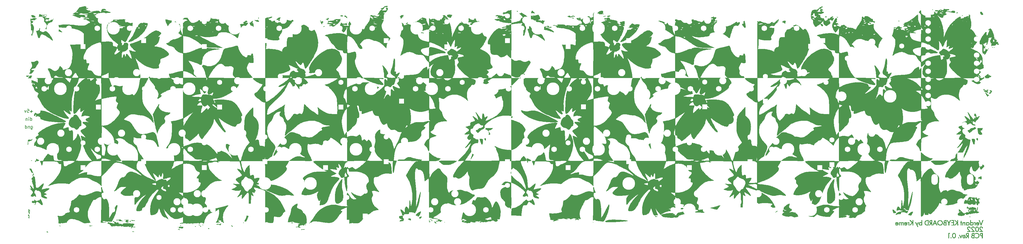
<source format=gbo>
G04 #@! TF.GenerationSoftware,KiCad,Pcbnew,(5.1.10)-1*
G04 #@! TF.CreationDate,2022-03-21T16:41:14+02:00*
G04 #@! TF.ProjectId,Verdantrev01,56657264-616e-4747-9265-7630312e6b69,rev?*
G04 #@! TF.SameCoordinates,Original*
G04 #@! TF.FileFunction,Legend,Bot*
G04 #@! TF.FilePolarity,Positive*
%FSLAX46Y46*%
G04 Gerber Fmt 4.6, Leading zero omitted, Abs format (unit mm)*
G04 Created by KiCad (PCBNEW (5.1.10)-1) date 2022-03-21 16:41:14*
%MOMM*%
%LPD*%
G01*
G04 APERTURE LIST*
%ADD10C,0.010000*%
%ADD11C,0.150000*%
%ADD12O,1.600000X2.000000*%
%ADD13C,2.000000*%
%ADD14O,2.000000X3.400000*%
%ADD15R,2.000000X2.000000*%
%ADD16R,1.752600X1.752600*%
%ADD17C,1.752600*%
%ADD18C,2.250000*%
%ADD19C,3.987800*%
%ADD20C,1.750000*%
%ADD21C,3.048000*%
%ADD22R,1.600000X1.600000*%
%ADD23C,1.600000*%
%ADD24C,4.400000*%
G04 APERTURE END LIST*
D10*
G36*
X17168306Y-82997041D02*
G01*
X17125096Y-83033749D01*
X17113094Y-83076508D01*
X17131559Y-83134921D01*
X17154421Y-83177177D01*
X17186637Y-83229157D01*
X17214867Y-83256748D01*
X17253832Y-83267675D01*
X17318255Y-83269664D01*
X17330686Y-83269669D01*
X17406030Y-83264868D01*
X17467057Y-83252434D01*
X17491170Y-83241574D01*
X17512881Y-83221683D01*
X17505593Y-83206439D01*
X17464113Y-83186847D01*
X17458174Y-83184420D01*
X17403616Y-83152306D01*
X17339714Y-83100824D01*
X17300189Y-83062050D01*
X17250609Y-83010892D01*
X17218227Y-82986852D01*
X17192752Y-82984859D01*
X17168306Y-82997041D01*
G37*
X17168306Y-82997041D02*
X17125096Y-83033749D01*
X17113094Y-83076508D01*
X17131559Y-83134921D01*
X17154421Y-83177177D01*
X17186637Y-83229157D01*
X17214867Y-83256748D01*
X17253832Y-83267675D01*
X17318255Y-83269664D01*
X17330686Y-83269669D01*
X17406030Y-83264868D01*
X17467057Y-83252434D01*
X17491170Y-83241574D01*
X17512881Y-83221683D01*
X17505593Y-83206439D01*
X17464113Y-83186847D01*
X17458174Y-83184420D01*
X17403616Y-83152306D01*
X17339714Y-83100824D01*
X17300189Y-83062050D01*
X17250609Y-83010892D01*
X17218227Y-82986852D01*
X17192752Y-82984859D01*
X17168306Y-82997041D01*
G36*
X44061035Y-83006070D02*
G01*
X44035476Y-83015763D01*
X44008930Y-83046295D01*
X44003839Y-83060594D01*
X44023704Y-83067294D01*
X44078109Y-83072598D01*
X44159273Y-83076049D01*
X44259413Y-83077188D01*
X44284298Y-83077076D01*
X44396149Y-83075983D01*
X44470101Y-83074224D01*
X44510587Y-83071116D01*
X44522041Y-83065974D01*
X44508897Y-83058116D01*
X44477158Y-83047353D01*
X44395157Y-83026906D01*
X44301358Y-83011754D01*
X44206947Y-83002697D01*
X44123111Y-83000536D01*
X44061035Y-83006070D01*
G37*
X44061035Y-83006070D02*
X44035476Y-83015763D01*
X44008930Y-83046295D01*
X44003839Y-83060594D01*
X44023704Y-83067294D01*
X44078109Y-83072598D01*
X44159273Y-83076049D01*
X44259413Y-83077188D01*
X44284298Y-83077076D01*
X44396149Y-83075983D01*
X44470101Y-83074224D01*
X44510587Y-83071116D01*
X44522041Y-83065974D01*
X44508897Y-83058116D01*
X44477158Y-83047353D01*
X44395157Y-83026906D01*
X44301358Y-83011754D01*
X44206947Y-83002697D01*
X44123111Y-83000536D01*
X44061035Y-83006070D01*
G36*
X98005298Y-82304836D02*
G01*
X97907484Y-82313722D01*
X97793642Y-82323289D01*
X97698381Y-82330709D01*
X97621143Y-82338566D01*
X97563463Y-82348539D01*
X97535500Y-82358752D01*
X97534339Y-82360998D01*
X97553878Y-82387460D01*
X97606239Y-82409197D01*
X97682041Y-82424787D01*
X97771901Y-82432809D01*
X97866439Y-82431842D01*
X97943125Y-82422949D01*
X98026275Y-82401435D01*
X98094514Y-82371229D01*
X98137902Y-82337601D01*
X98148173Y-82314215D01*
X98130080Y-82302067D01*
X98074426Y-82299879D01*
X98005298Y-82304836D01*
G37*
X98005298Y-82304836D02*
X97907484Y-82313722D01*
X97793642Y-82323289D01*
X97698381Y-82330709D01*
X97621143Y-82338566D01*
X97563463Y-82348539D01*
X97535500Y-82358752D01*
X97534339Y-82360998D01*
X97553878Y-82387460D01*
X97606239Y-82409197D01*
X97682041Y-82424787D01*
X97771901Y-82432809D01*
X97866439Y-82431842D01*
X97943125Y-82422949D01*
X98026275Y-82401435D01*
X98094514Y-82371229D01*
X98137902Y-82337601D01*
X98148173Y-82314215D01*
X98130080Y-82302067D01*
X98074426Y-82299879D01*
X98005298Y-82304836D01*
G36*
X97303975Y-82342012D02*
G01*
X97237481Y-82351433D01*
X97163056Y-82364181D01*
X97094084Y-82377840D01*
X97043946Y-82389994D01*
X97026952Y-82396509D01*
X97033028Y-82412111D01*
X97048119Y-82423829D01*
X97092696Y-82436970D01*
X97163355Y-82443156D01*
X97244889Y-82442745D01*
X97322090Y-82436096D01*
X97379753Y-82423567D01*
X97395944Y-82415630D01*
X97421592Y-82382084D01*
X97409738Y-82353940D01*
X97365143Y-82339061D01*
X97349156Y-82338335D01*
X97303975Y-82342012D01*
G37*
X97303975Y-82342012D02*
X97237481Y-82351433D01*
X97163056Y-82364181D01*
X97094084Y-82377840D01*
X97043946Y-82389994D01*
X97026952Y-82396509D01*
X97033028Y-82412111D01*
X97048119Y-82423829D01*
X97092696Y-82436970D01*
X97163355Y-82443156D01*
X97244889Y-82442745D01*
X97322090Y-82436096D01*
X97379753Y-82423567D01*
X97395944Y-82415630D01*
X97421592Y-82382084D01*
X97409738Y-82353940D01*
X97365143Y-82339061D01*
X97349156Y-82338335D01*
X97303975Y-82342012D01*
G36*
X58464059Y-82340307D02*
G01*
X58386532Y-82346078D01*
X58350933Y-82355436D01*
X58357333Y-82368168D01*
X58405804Y-82384058D01*
X58496419Y-82402894D01*
X58558079Y-82413436D01*
X58681823Y-82432251D01*
X58768863Y-82442033D01*
X58823861Y-82442739D01*
X58851481Y-82434326D01*
X58856386Y-82416750D01*
X58854521Y-82410687D01*
X58843099Y-82370362D01*
X58841673Y-82357771D01*
X58821842Y-82350283D01*
X58767683Y-82344147D01*
X58687194Y-82339965D01*
X58588371Y-82338339D01*
X58583439Y-82338335D01*
X58464059Y-82340307D01*
G37*
X58464059Y-82340307D02*
X58386532Y-82346078D01*
X58350933Y-82355436D01*
X58357333Y-82368168D01*
X58405804Y-82384058D01*
X58496419Y-82402894D01*
X58558079Y-82413436D01*
X58681823Y-82432251D01*
X58768863Y-82442033D01*
X58823861Y-82442739D01*
X58851481Y-82434326D01*
X58856386Y-82416750D01*
X58854521Y-82410687D01*
X58843099Y-82370362D01*
X58841673Y-82357771D01*
X58821842Y-82350283D01*
X58767683Y-82344147D01*
X58687194Y-82339965D01*
X58588371Y-82338339D01*
X58583439Y-82338335D01*
X58464059Y-82340307D01*
G36*
X68006839Y-81987659D02*
G01*
X67950313Y-82003505D01*
X67916881Y-82012755D01*
X67865478Y-82035743D01*
X67820255Y-82069636D01*
X67796157Y-82102643D01*
X67795173Y-82108782D01*
X67814683Y-82117008D01*
X67866607Y-82123238D01*
X67941038Y-82126447D01*
X67968196Y-82126669D01*
X68141219Y-82126669D01*
X68095196Y-82077679D01*
X68062759Y-82035399D01*
X68049173Y-82002286D01*
X68049173Y-82002170D01*
X68032950Y-81984813D01*
X68006839Y-81987659D01*
G37*
X68006839Y-81987659D02*
X67950313Y-82003505D01*
X67916881Y-82012755D01*
X67865478Y-82035743D01*
X67820255Y-82069636D01*
X67796157Y-82102643D01*
X67795173Y-82108782D01*
X67814683Y-82117008D01*
X67866607Y-82123238D01*
X67941038Y-82126447D01*
X67968196Y-82126669D01*
X68141219Y-82126669D01*
X68095196Y-82077679D01*
X68062759Y-82035399D01*
X68049173Y-82002286D01*
X68049173Y-82002170D01*
X68032950Y-81984813D01*
X68006839Y-81987659D01*
G36*
X59923418Y-81514455D02*
G01*
X59862316Y-81518314D01*
X59771606Y-81524200D01*
X59657603Y-81531704D01*
X59526623Y-81540414D01*
X59466089Y-81544465D01*
X59318521Y-81553883D01*
X59174696Y-81562194D01*
X59043675Y-81568938D01*
X58934515Y-81573659D01*
X58856276Y-81575896D01*
X58842731Y-81576014D01*
X58761444Y-81577720D01*
X58717198Y-81583081D01*
X58704781Y-81593086D01*
X58709889Y-81601185D01*
X58721247Y-81628042D01*
X58706967Y-81669410D01*
X58692266Y-81694759D01*
X58667054Y-81747489D01*
X58670248Y-81775994D01*
X58671649Y-81776992D01*
X58692303Y-81803251D01*
X58671073Y-81831080D01*
X58640589Y-81847650D01*
X58601465Y-81876055D01*
X58587673Y-81903965D01*
X58607654Y-81924182D01*
X58665053Y-81934752D01*
X58756056Y-81935614D01*
X58876847Y-81926708D01*
X59005723Y-81910601D01*
X59100956Y-81898630D01*
X59164287Y-81895777D01*
X59205150Y-81902043D01*
X59223492Y-81910601D01*
X59276337Y-81931736D01*
X59307717Y-81936169D01*
X59348541Y-81949876D01*
X59363185Y-81967919D01*
X59382588Y-81996185D01*
X59411015Y-81989236D01*
X59439656Y-81964114D01*
X59466306Y-81944116D01*
X59500215Y-81938861D01*
X59555464Y-81947311D01*
X59583389Y-81953531D01*
X59661914Y-81968403D01*
X59736313Y-81977340D01*
X59762760Y-81978502D01*
X59809922Y-81974929D01*
X59831437Y-81955812D01*
X59839776Y-81908555D01*
X59840520Y-81899963D01*
X59850822Y-81844615D01*
X59875369Y-81817465D01*
X59900006Y-81809123D01*
X59928417Y-81799194D01*
X59945030Y-81779127D01*
X59953782Y-81738660D01*
X59958608Y-81667531D01*
X59959182Y-81654829D01*
X59960033Y-81583618D01*
X59956277Y-81532728D01*
X59948723Y-81513039D01*
X59948598Y-81513037D01*
X59923418Y-81514455D01*
G37*
X59923418Y-81514455D02*
X59862316Y-81518314D01*
X59771606Y-81524200D01*
X59657603Y-81531704D01*
X59526623Y-81540414D01*
X59466089Y-81544465D01*
X59318521Y-81553883D01*
X59174696Y-81562194D01*
X59043675Y-81568938D01*
X58934515Y-81573659D01*
X58856276Y-81575896D01*
X58842731Y-81576014D01*
X58761444Y-81577720D01*
X58717198Y-81583081D01*
X58704781Y-81593086D01*
X58709889Y-81601185D01*
X58721247Y-81628042D01*
X58706967Y-81669410D01*
X58692266Y-81694759D01*
X58667054Y-81747489D01*
X58670248Y-81775994D01*
X58671649Y-81776992D01*
X58692303Y-81803251D01*
X58671073Y-81831080D01*
X58640589Y-81847650D01*
X58601465Y-81876055D01*
X58587673Y-81903965D01*
X58607654Y-81924182D01*
X58665053Y-81934752D01*
X58756056Y-81935614D01*
X58876847Y-81926708D01*
X59005723Y-81910601D01*
X59100956Y-81898630D01*
X59164287Y-81895777D01*
X59205150Y-81902043D01*
X59223492Y-81910601D01*
X59276337Y-81931736D01*
X59307717Y-81936169D01*
X59348541Y-81949876D01*
X59363185Y-81967919D01*
X59382588Y-81996185D01*
X59411015Y-81989236D01*
X59439656Y-81964114D01*
X59466306Y-81944116D01*
X59500215Y-81938861D01*
X59555464Y-81947311D01*
X59583389Y-81953531D01*
X59661914Y-81968403D01*
X59736313Y-81977340D01*
X59762760Y-81978502D01*
X59809922Y-81974929D01*
X59831437Y-81955812D01*
X59839776Y-81908555D01*
X59840520Y-81899963D01*
X59850822Y-81844615D01*
X59875369Y-81817465D01*
X59900006Y-81809123D01*
X59928417Y-81799194D01*
X59945030Y-81779127D01*
X59953782Y-81738660D01*
X59958608Y-81667531D01*
X59959182Y-81654829D01*
X59960033Y-81583618D01*
X59956277Y-81532728D01*
X59948723Y-81513039D01*
X59948598Y-81513037D01*
X59923418Y-81514455D01*
G36*
X43721370Y-81797728D02*
G01*
X43632483Y-81809771D01*
X43582272Y-81822123D01*
X43567097Y-81836267D01*
X43583319Y-81853684D01*
X43583538Y-81853824D01*
X43625195Y-81865637D01*
X43691073Y-81871095D01*
X43763542Y-81870215D01*
X43824972Y-81863015D01*
X43853093Y-81853544D01*
X43870478Y-81824463D01*
X43866221Y-81809112D01*
X43840851Y-81794815D01*
X43785650Y-81792276D01*
X43721370Y-81797728D01*
G37*
X43721370Y-81797728D02*
X43632483Y-81809771D01*
X43582272Y-81822123D01*
X43567097Y-81836267D01*
X43583319Y-81853684D01*
X43583538Y-81853824D01*
X43625195Y-81865637D01*
X43691073Y-81871095D01*
X43763542Y-81870215D01*
X43824972Y-81863015D01*
X43853093Y-81853544D01*
X43870478Y-81824463D01*
X43866221Y-81809112D01*
X43840851Y-81794815D01*
X43785650Y-81792276D01*
X43721370Y-81797728D01*
G36*
X95807153Y-74259478D02*
G01*
X95711804Y-74285896D01*
X95590401Y-74336639D01*
X95448655Y-74408050D01*
X95292275Y-74496469D01*
X95126973Y-74598240D01*
X94958458Y-74709702D01*
X94792443Y-74827199D01*
X94634637Y-74947072D01*
X94490750Y-75065663D01*
X94366494Y-75179312D01*
X94357515Y-75188139D01*
X94235069Y-75335080D01*
X94126608Y-75518008D01*
X94033860Y-75732387D01*
X93958549Y-75973685D01*
X93902401Y-76237368D01*
X93872324Y-76462553D01*
X93818850Y-76862824D01*
X93738771Y-77249314D01*
X93629420Y-77631859D01*
X93488133Y-78020298D01*
X93382965Y-78269225D01*
X93258632Y-78571639D01*
X93150007Y-78880517D01*
X93059551Y-79187105D01*
X92989722Y-79482652D01*
X92942983Y-79758405D01*
X92929313Y-79882976D01*
X92914267Y-80055464D01*
X93070595Y-80041704D01*
X93142681Y-80033738D01*
X93246381Y-80020114D01*
X93371576Y-80002266D01*
X93508146Y-79981633D01*
X93629089Y-79962412D01*
X93914675Y-79922162D01*
X94167652Y-79900260D01*
X94393471Y-79896510D01*
X94597581Y-79910718D01*
X94692714Y-79924413D01*
X94772292Y-79939511D01*
X94832871Y-79953967D01*
X94864754Y-79965349D01*
X94867339Y-79968202D01*
X94853313Y-79991336D01*
X94825006Y-80020585D01*
X94793483Y-80055093D01*
X94782673Y-80076782D01*
X94801277Y-80090442D01*
X94849051Y-80095368D01*
X94913941Y-80092447D01*
X94983890Y-80082564D01*
X95046843Y-80066605D01*
X95074558Y-80055339D01*
X95140398Y-80026182D01*
X95202231Y-80005035D01*
X95248923Y-79995028D01*
X95269338Y-79999291D01*
X95269506Y-80000538D01*
X95259646Y-80024423D01*
X95234375Y-80072081D01*
X95213374Y-80108829D01*
X95181776Y-80167376D01*
X95172359Y-80201368D01*
X95182823Y-80220790D01*
X95186916Y-80223686D01*
X95235509Y-80233590D01*
X95316151Y-80223976D01*
X95377643Y-80209027D01*
X95417939Y-80215682D01*
X95438886Y-80232308D01*
X95462980Y-80253336D01*
X95488176Y-80244181D01*
X95505536Y-80229359D01*
X95525677Y-80214166D01*
X95549641Y-80207308D01*
X95586024Y-80209592D01*
X95643423Y-80221828D01*
X95730437Y-80244822D01*
X95761793Y-80253440D01*
X95918877Y-80296495D01*
X96042617Y-80329515D01*
X96140379Y-80354077D01*
X96219527Y-80371761D01*
X96287429Y-80384143D01*
X96351448Y-80392801D01*
X96418951Y-80399314D01*
X96456529Y-80402276D01*
X96569398Y-80414181D01*
X96649495Y-80430038D01*
X96691642Y-80448564D01*
X96733258Y-80468479D01*
X96796616Y-80467803D01*
X96815877Y-80464882D01*
X96871744Y-80458108D01*
X96894751Y-80464032D01*
X96894887Y-80478673D01*
X96868949Y-80497379D01*
X96804464Y-80509365D01*
X96741992Y-80513727D01*
X96663840Y-80518254D01*
X96621600Y-80527916D01*
X96608894Y-80549809D01*
X96619344Y-80591025D01*
X96635703Y-80631951D01*
X96641417Y-80652617D01*
X96631605Y-80662990D01*
X96598193Y-80664617D01*
X96533108Y-80659044D01*
X96508069Y-80656400D01*
X96431741Y-80649509D01*
X96389661Y-80649961D01*
X96374243Y-80658609D01*
X96375722Y-80671266D01*
X96369892Y-80691601D01*
X96333803Y-80714287D01*
X96262649Y-80742027D01*
X96230957Y-80752651D01*
X96074571Y-80803752D01*
X96160410Y-80832487D01*
X96226680Y-80861458D01*
X96254441Y-80894812D01*
X96244602Y-80938402D01*
X96198071Y-80998084D01*
X96187802Y-81008974D01*
X96139956Y-81064862D01*
X96126356Y-81097066D01*
X96133342Y-81104926D01*
X96147817Y-81119771D01*
X96130334Y-81148905D01*
X96124770Y-81155197D01*
X96100535Y-81188038D01*
X96106671Y-81213984D01*
X96123476Y-81234044D01*
X96149142Y-81288031D01*
X96158506Y-81368805D01*
X96158506Y-81368981D01*
X96156261Y-81428632D01*
X96144242Y-81459106D01*
X96114523Y-81473518D01*
X96092360Y-81478439D01*
X96027522Y-81488157D01*
X95975944Y-81491669D01*
X95937449Y-81499260D01*
X95925673Y-81512835D01*
X95944685Y-81525025D01*
X95993190Y-81532676D01*
X96029154Y-81534002D01*
X96092088Y-81536574D01*
X96122466Y-81546647D01*
X96129881Y-81567754D01*
X96129696Y-81571044D01*
X96138645Y-81597491D01*
X96176815Y-81611248D01*
X96206131Y-81614655D01*
X96258904Y-81623003D01*
X96281345Y-81641989D01*
X96285506Y-81672863D01*
X96294558Y-81712261D01*
X96329731Y-81724324D01*
X96338423Y-81724502D01*
X96378202Y-81731747D01*
X96391339Y-81745669D01*
X96410152Y-81757122D01*
X96457758Y-81763194D01*
X96520909Y-81763471D01*
X96586358Y-81757538D01*
X96613589Y-81752609D01*
X96703404Y-81725177D01*
X96757307Y-81691158D01*
X96772339Y-81658434D01*
X96768376Y-81639154D01*
X96751055Y-81627321D01*
X96712234Y-81621159D01*
X96643769Y-81618895D01*
X96589831Y-81618669D01*
X96502486Y-81617879D01*
X96450814Y-81614593D01*
X96428168Y-81607433D01*
X96427904Y-81595022D01*
X96434097Y-81586407D01*
X96449818Y-81556022D01*
X96434855Y-81531817D01*
X96384345Y-81507799D01*
X96364640Y-81500794D01*
X96317119Y-81479105D01*
X96291773Y-81457328D01*
X96291318Y-81456188D01*
X96305336Y-81437038D01*
X96349061Y-81405319D01*
X96414081Y-81366881D01*
X96438207Y-81354016D01*
X96521808Y-81310426D01*
X96573383Y-81281864D01*
X96598276Y-81263464D01*
X96601831Y-81250364D01*
X96589390Y-81237697D01*
X96576388Y-81228220D01*
X96557689Y-81210140D01*
X96558176Y-81188966D01*
X96581430Y-81154855D01*
X96618754Y-81111721D01*
X96698256Y-81022375D01*
X96920506Y-81011917D01*
X97034547Y-81006168D01*
X97112204Y-81000491D01*
X97159392Y-80993291D01*
X97182027Y-80982971D01*
X97186026Y-80967938D01*
X97177304Y-80946596D01*
X97175489Y-80943171D01*
X97156670Y-80919847D01*
X97125013Y-80909177D01*
X97068683Y-80908496D01*
X97031701Y-80910768D01*
X97018431Y-80910557D01*
X97043144Y-80905514D01*
X97101844Y-80896240D01*
X97190531Y-80883338D01*
X97305206Y-80867410D01*
X97439089Y-80849426D01*
X97641872Y-80821063D01*
X97816947Y-80793472D01*
X97961646Y-80767201D01*
X98073302Y-80742800D01*
X98149247Y-80720817D01*
X98186814Y-80701801D01*
X98190506Y-80694826D01*
X98181676Y-80670099D01*
X98168595Y-80643610D01*
X98159620Y-80621006D01*
X98168891Y-80608732D01*
X98204448Y-80603661D01*
X98273889Y-80602669D01*
X98336339Y-80601661D01*
X98380979Y-80594740D01*
X98419651Y-80576056D01*
X98464194Y-80539761D01*
X98526451Y-80480007D01*
X98530753Y-80475797D01*
X98597461Y-80412857D01*
X98644067Y-80376229D01*
X98678825Y-80360794D01*
X98709993Y-80361433D01*
X98713776Y-80362320D01*
X98767141Y-80375713D01*
X98753134Y-79922982D01*
X98739591Y-79575281D01*
X98721345Y-79266089D01*
X98697805Y-78991785D01*
X98668380Y-78748744D01*
X98632476Y-78533343D01*
X98589502Y-78341959D01*
X98538867Y-78170970D01*
X98479978Y-78016751D01*
X98421534Y-77893335D01*
X98323344Y-77725202D01*
X98213551Y-77581943D01*
X98081567Y-77451214D01*
X97953496Y-77347817D01*
X97807855Y-77233387D01*
X97695850Y-77132955D01*
X97613352Y-77041386D01*
X97556234Y-76953546D01*
X97520368Y-76864301D01*
X97504290Y-76789037D01*
X97470520Y-76678826D01*
X97401156Y-76556396D01*
X97299391Y-76426488D01*
X97175105Y-76300002D01*
X96985000Y-76150654D01*
X96779982Y-76040754D01*
X96558845Y-75969697D01*
X96488285Y-75955711D01*
X96289822Y-75905740D01*
X96117416Y-75826374D01*
X95963067Y-75713358D01*
X95880381Y-75632554D01*
X95788330Y-75525513D01*
X95724396Y-75426862D01*
X95687618Y-75328980D01*
X95677034Y-75224251D01*
X95691683Y-75105057D01*
X95730603Y-74963780D01*
X95778941Y-74828765D01*
X95824509Y-74700984D01*
X95853968Y-74594753D01*
X95871165Y-74494290D01*
X95877631Y-74424007D01*
X95889717Y-74246095D01*
X95807153Y-74259478D01*
G37*
X95807153Y-74259478D02*
X95711804Y-74285896D01*
X95590401Y-74336639D01*
X95448655Y-74408050D01*
X95292275Y-74496469D01*
X95126973Y-74598240D01*
X94958458Y-74709702D01*
X94792443Y-74827199D01*
X94634637Y-74947072D01*
X94490750Y-75065663D01*
X94366494Y-75179312D01*
X94357515Y-75188139D01*
X94235069Y-75335080D01*
X94126608Y-75518008D01*
X94033860Y-75732387D01*
X93958549Y-75973685D01*
X93902401Y-76237368D01*
X93872324Y-76462553D01*
X93818850Y-76862824D01*
X93738771Y-77249314D01*
X93629420Y-77631859D01*
X93488133Y-78020298D01*
X93382965Y-78269225D01*
X93258632Y-78571639D01*
X93150007Y-78880517D01*
X93059551Y-79187105D01*
X92989722Y-79482652D01*
X92942983Y-79758405D01*
X92929313Y-79882976D01*
X92914267Y-80055464D01*
X93070595Y-80041704D01*
X93142681Y-80033738D01*
X93246381Y-80020114D01*
X93371576Y-80002266D01*
X93508146Y-79981633D01*
X93629089Y-79962412D01*
X93914675Y-79922162D01*
X94167652Y-79900260D01*
X94393471Y-79896510D01*
X94597581Y-79910718D01*
X94692714Y-79924413D01*
X94772292Y-79939511D01*
X94832871Y-79953967D01*
X94864754Y-79965349D01*
X94867339Y-79968202D01*
X94853313Y-79991336D01*
X94825006Y-80020585D01*
X94793483Y-80055093D01*
X94782673Y-80076782D01*
X94801277Y-80090442D01*
X94849051Y-80095368D01*
X94913941Y-80092447D01*
X94983890Y-80082564D01*
X95046843Y-80066605D01*
X95074558Y-80055339D01*
X95140398Y-80026182D01*
X95202231Y-80005035D01*
X95248923Y-79995028D01*
X95269338Y-79999291D01*
X95269506Y-80000538D01*
X95259646Y-80024423D01*
X95234375Y-80072081D01*
X95213374Y-80108829D01*
X95181776Y-80167376D01*
X95172359Y-80201368D01*
X95182823Y-80220790D01*
X95186916Y-80223686D01*
X95235509Y-80233590D01*
X95316151Y-80223976D01*
X95377643Y-80209027D01*
X95417939Y-80215682D01*
X95438886Y-80232308D01*
X95462980Y-80253336D01*
X95488176Y-80244181D01*
X95505536Y-80229359D01*
X95525677Y-80214166D01*
X95549641Y-80207308D01*
X95586024Y-80209592D01*
X95643423Y-80221828D01*
X95730437Y-80244822D01*
X95761793Y-80253440D01*
X95918877Y-80296495D01*
X96042617Y-80329515D01*
X96140379Y-80354077D01*
X96219527Y-80371761D01*
X96287429Y-80384143D01*
X96351448Y-80392801D01*
X96418951Y-80399314D01*
X96456529Y-80402276D01*
X96569398Y-80414181D01*
X96649495Y-80430038D01*
X96691642Y-80448564D01*
X96733258Y-80468479D01*
X96796616Y-80467803D01*
X96815877Y-80464882D01*
X96871744Y-80458108D01*
X96894751Y-80464032D01*
X96894887Y-80478673D01*
X96868949Y-80497379D01*
X96804464Y-80509365D01*
X96741992Y-80513727D01*
X96663840Y-80518254D01*
X96621600Y-80527916D01*
X96608894Y-80549809D01*
X96619344Y-80591025D01*
X96635703Y-80631951D01*
X96641417Y-80652617D01*
X96631605Y-80662990D01*
X96598193Y-80664617D01*
X96533108Y-80659044D01*
X96508069Y-80656400D01*
X96431741Y-80649509D01*
X96389661Y-80649961D01*
X96374243Y-80658609D01*
X96375722Y-80671266D01*
X96369892Y-80691601D01*
X96333803Y-80714287D01*
X96262649Y-80742027D01*
X96230957Y-80752651D01*
X96074571Y-80803752D01*
X96160410Y-80832487D01*
X96226680Y-80861458D01*
X96254441Y-80894812D01*
X96244602Y-80938402D01*
X96198071Y-80998084D01*
X96187802Y-81008974D01*
X96139956Y-81064862D01*
X96126356Y-81097066D01*
X96133342Y-81104926D01*
X96147817Y-81119771D01*
X96130334Y-81148905D01*
X96124770Y-81155197D01*
X96100535Y-81188038D01*
X96106671Y-81213984D01*
X96123476Y-81234044D01*
X96149142Y-81288031D01*
X96158506Y-81368805D01*
X96158506Y-81368981D01*
X96156261Y-81428632D01*
X96144242Y-81459106D01*
X96114523Y-81473518D01*
X96092360Y-81478439D01*
X96027522Y-81488157D01*
X95975944Y-81491669D01*
X95937449Y-81499260D01*
X95925673Y-81512835D01*
X95944685Y-81525025D01*
X95993190Y-81532676D01*
X96029154Y-81534002D01*
X96092088Y-81536574D01*
X96122466Y-81546647D01*
X96129881Y-81567754D01*
X96129696Y-81571044D01*
X96138645Y-81597491D01*
X96176815Y-81611248D01*
X96206131Y-81614655D01*
X96258904Y-81623003D01*
X96281345Y-81641989D01*
X96285506Y-81672863D01*
X96294558Y-81712261D01*
X96329731Y-81724324D01*
X96338423Y-81724502D01*
X96378202Y-81731747D01*
X96391339Y-81745669D01*
X96410152Y-81757122D01*
X96457758Y-81763194D01*
X96520909Y-81763471D01*
X96586358Y-81757538D01*
X96613589Y-81752609D01*
X96703404Y-81725177D01*
X96757307Y-81691158D01*
X96772339Y-81658434D01*
X96768376Y-81639154D01*
X96751055Y-81627321D01*
X96712234Y-81621159D01*
X96643769Y-81618895D01*
X96589831Y-81618669D01*
X96502486Y-81617879D01*
X96450814Y-81614593D01*
X96428168Y-81607433D01*
X96427904Y-81595022D01*
X96434097Y-81586407D01*
X96449818Y-81556022D01*
X96434855Y-81531817D01*
X96384345Y-81507799D01*
X96364640Y-81500794D01*
X96317119Y-81479105D01*
X96291773Y-81457328D01*
X96291318Y-81456188D01*
X96305336Y-81437038D01*
X96349061Y-81405319D01*
X96414081Y-81366881D01*
X96438207Y-81354016D01*
X96521808Y-81310426D01*
X96573383Y-81281864D01*
X96598276Y-81263464D01*
X96601831Y-81250364D01*
X96589390Y-81237697D01*
X96576388Y-81228220D01*
X96557689Y-81210140D01*
X96558176Y-81188966D01*
X96581430Y-81154855D01*
X96618754Y-81111721D01*
X96698256Y-81022375D01*
X96920506Y-81011917D01*
X97034547Y-81006168D01*
X97112204Y-81000491D01*
X97159392Y-80993291D01*
X97182027Y-80982971D01*
X97186026Y-80967938D01*
X97177304Y-80946596D01*
X97175489Y-80943171D01*
X97156670Y-80919847D01*
X97125013Y-80909177D01*
X97068683Y-80908496D01*
X97031701Y-80910768D01*
X97018431Y-80910557D01*
X97043144Y-80905514D01*
X97101844Y-80896240D01*
X97190531Y-80883338D01*
X97305206Y-80867410D01*
X97439089Y-80849426D01*
X97641872Y-80821063D01*
X97816947Y-80793472D01*
X97961646Y-80767201D01*
X98073302Y-80742800D01*
X98149247Y-80720817D01*
X98186814Y-80701801D01*
X98190506Y-80694826D01*
X98181676Y-80670099D01*
X98168595Y-80643610D01*
X98159620Y-80621006D01*
X98168891Y-80608732D01*
X98204448Y-80603661D01*
X98273889Y-80602669D01*
X98336339Y-80601661D01*
X98380979Y-80594740D01*
X98419651Y-80576056D01*
X98464194Y-80539761D01*
X98526451Y-80480007D01*
X98530753Y-80475797D01*
X98597461Y-80412857D01*
X98644067Y-80376229D01*
X98678825Y-80360794D01*
X98709993Y-80361433D01*
X98713776Y-80362320D01*
X98767141Y-80375713D01*
X98753134Y-79922982D01*
X98739591Y-79575281D01*
X98721345Y-79266089D01*
X98697805Y-78991785D01*
X98668380Y-78748744D01*
X98632476Y-78533343D01*
X98589502Y-78341959D01*
X98538867Y-78170970D01*
X98479978Y-78016751D01*
X98421534Y-77893335D01*
X98323344Y-77725202D01*
X98213551Y-77581943D01*
X98081567Y-77451214D01*
X97953496Y-77347817D01*
X97807855Y-77233387D01*
X97695850Y-77132955D01*
X97613352Y-77041386D01*
X97556234Y-76953546D01*
X97520368Y-76864301D01*
X97504290Y-76789037D01*
X97470520Y-76678826D01*
X97401156Y-76556396D01*
X97299391Y-76426488D01*
X97175105Y-76300002D01*
X96985000Y-76150654D01*
X96779982Y-76040754D01*
X96558845Y-75969697D01*
X96488285Y-75955711D01*
X96289822Y-75905740D01*
X96117416Y-75826374D01*
X95963067Y-75713358D01*
X95880381Y-75632554D01*
X95788330Y-75525513D01*
X95724396Y-75426862D01*
X95687618Y-75328980D01*
X95677034Y-75224251D01*
X95691683Y-75105057D01*
X95730603Y-74963780D01*
X95778941Y-74828765D01*
X95824509Y-74700984D01*
X95853968Y-74594753D01*
X95871165Y-74494290D01*
X95877631Y-74424007D01*
X95889717Y-74246095D01*
X95807153Y-74259478D01*
G36*
X38062053Y-79755696D02*
G01*
X38008105Y-79771625D01*
X37959239Y-79792559D01*
X37931087Y-79812552D01*
X37929006Y-79817835D01*
X37947951Y-79829272D01*
X37997258Y-79844656D01*
X38056006Y-79858430D01*
X38132446Y-79876533D01*
X38171854Y-79893570D01*
X38179229Y-79913505D01*
X38159574Y-79940301D01*
X38159450Y-79940424D01*
X38145478Y-79973404D01*
X38171466Y-80001329D01*
X38235123Y-80021819D01*
X38238355Y-80022438D01*
X38291144Y-80039230D01*
X38322697Y-80062050D01*
X38324544Y-80065591D01*
X38351942Y-80087877D01*
X38388133Y-80094669D01*
X38440563Y-80094669D01*
X38374450Y-80178144D01*
X38336197Y-80227855D01*
X38322143Y-80255431D01*
X38330190Y-80271909D01*
X38353943Y-80286027D01*
X38404891Y-80308528D01*
X38470257Y-80331824D01*
X38479968Y-80334843D01*
X38560386Y-80359252D01*
X38502079Y-80428483D01*
X38443772Y-80497715D01*
X38001181Y-80491983D01*
X37558589Y-80486252D01*
X37650171Y-80394670D01*
X37604380Y-80383352D01*
X37568313Y-80376906D01*
X37498553Y-80366477D01*
X37403426Y-80353239D01*
X37291255Y-80338362D01*
X37219923Y-80329224D01*
X37050977Y-80306149D01*
X36918386Y-80283586D01*
X36816230Y-80259820D01*
X36738590Y-80233135D01*
X36679545Y-80201817D01*
X36633176Y-80164149D01*
X36626345Y-80157218D01*
X36573562Y-80113543D01*
X36514977Y-80096356D01*
X36476379Y-80094669D01*
X36418148Y-80098827D01*
X36380070Y-80109252D01*
X36374405Y-80113977D01*
X36382661Y-80136808D01*
X36416789Y-80174262D01*
X36447239Y-80200422D01*
X36495677Y-80242286D01*
X36526360Y-80275535D01*
X36532006Y-80286947D01*
X36512621Y-80296449D01*
X36461557Y-80303362D01*
X36389451Y-80306311D01*
X36381958Y-80306335D01*
X36231910Y-80306335D01*
X36286708Y-80371459D01*
X36322473Y-80426689D01*
X36340853Y-80479945D01*
X36341506Y-80488759D01*
X36343077Y-80515341D01*
X36353772Y-80529936D01*
X36382561Y-80534748D01*
X36438415Y-80531981D01*
X36496637Y-80526876D01*
X36587776Y-80521187D01*
X36653991Y-80525142D01*
X36711969Y-80540599D01*
X36746406Y-80554682D01*
X36798874Y-80582072D01*
X36839155Y-80616732D01*
X36876998Y-80669423D01*
X36919362Y-80745584D01*
X37004677Y-80881934D01*
X37095420Y-80976756D01*
X37191360Y-81029826D01*
X37224762Y-81038255D01*
X37289296Y-81052844D01*
X37332770Y-81068210D01*
X37349052Y-81081113D01*
X37332009Y-81088308D01*
X37320464Y-81088858D01*
X37281008Y-81099610D01*
X37275356Y-81123476D01*
X37295449Y-81143310D01*
X37309124Y-81172158D01*
X37306236Y-81188093D01*
X37312524Y-81222562D01*
X37344832Y-81265504D01*
X37349176Y-81269653D01*
X37440817Y-81328732D01*
X37554730Y-81364350D01*
X37677003Y-81375009D01*
X37793723Y-81359211D01*
X37874337Y-81326174D01*
X37909503Y-81307178D01*
X37945139Y-81294025D01*
X37989527Y-81285752D01*
X38050952Y-81281393D01*
X38137696Y-81279983D01*
X38258044Y-81280559D01*
X38265456Y-81280626D01*
X38390222Y-81281155D01*
X38482715Y-81279355D01*
X38552979Y-81274096D01*
X38611058Y-81264251D01*
X38666996Y-81248692D01*
X38722756Y-81229256D01*
X38806256Y-81202085D01*
X38884014Y-81182491D01*
X38939493Y-81174625D01*
X38940394Y-81174615D01*
X39018331Y-81184201D01*
X39091813Y-81209914D01*
X39147707Y-81245725D01*
X39171946Y-81280916D01*
X39191220Y-81312183D01*
X39217663Y-81309710D01*
X39249005Y-81303993D01*
X39315278Y-81297235D01*
X39409112Y-81290008D01*
X39523135Y-81282882D01*
X39643506Y-81276723D01*
X39774036Y-81269734D01*
X39895327Y-81261393D01*
X39998864Y-81252428D01*
X40076131Y-81243565D01*
X40115722Y-81236402D01*
X40205586Y-81227055D01*
X40303510Y-81249207D01*
X40417194Y-81304633D01*
X40420631Y-81306653D01*
X40482310Y-81333045D01*
X40557963Y-81344849D01*
X40654879Y-81342109D01*
X40780345Y-81324873D01*
X40863102Y-81309441D01*
X40960213Y-81292145D01*
X41026678Y-81285924D01*
X41072574Y-81290286D01*
X41095185Y-81298120D01*
X41154857Y-81315350D01*
X41221419Y-81322335D01*
X41272321Y-81327391D01*
X41292524Y-81346602D01*
X41294506Y-81363157D01*
X41280128Y-81411090D01*
X41261244Y-81437240D01*
X41248768Y-81453356D01*
X41255145Y-81463242D01*
X41286900Y-81468391D01*
X41350556Y-81470295D01*
X41406561Y-81470502D01*
X41515383Y-81468889D01*
X41657411Y-81464372D01*
X41823650Y-81457432D01*
X42005108Y-81448549D01*
X42192791Y-81438206D01*
X42377707Y-81426882D01*
X42550862Y-81415061D01*
X42703264Y-81403221D01*
X42764673Y-81397833D01*
X42876347Y-81388870D01*
X42976623Y-81383228D01*
X43056103Y-81381265D01*
X43105392Y-81383337D01*
X43112239Y-81384617D01*
X43142636Y-81394434D01*
X43145173Y-81405888D01*
X43116437Y-81426633D01*
X43085180Y-81445297D01*
X43028440Y-81488758D01*
X43013269Y-81527497D01*
X43013523Y-81528891D01*
X43038882Y-81557730D01*
X43094803Y-81566279D01*
X43175192Y-81555426D01*
X43273953Y-81526056D01*
X43384993Y-81479056D01*
X43397183Y-81473101D01*
X43495648Y-81426584D01*
X43570566Y-81398078D01*
X43634870Y-81384113D01*
X43701493Y-81381218D01*
X43734629Y-81382543D01*
X43787681Y-81396852D01*
X43803759Y-81431777D01*
X43782863Y-81487318D01*
X43751427Y-81531998D01*
X43719198Y-81575129D01*
X43706373Y-81604396D01*
X43717619Y-81622544D01*
X43757602Y-81632316D01*
X43830990Y-81636457D01*
X43931109Y-81637647D01*
X44031425Y-81635231D01*
X44096120Y-81625962D01*
X44131490Y-81608909D01*
X44132581Y-81607856D01*
X44155122Y-81593167D01*
X44190983Y-81586833D01*
X44249568Y-81588398D01*
X44340279Y-81597409D01*
X44342894Y-81597709D01*
X44445525Y-81607400D01*
X44552674Y-81613979D01*
X44656549Y-81617422D01*
X44749352Y-81617702D01*
X44823290Y-81614798D01*
X44870567Y-81608683D01*
X44883426Y-81599395D01*
X44858265Y-81589273D01*
X44801227Y-81578697D01*
X44722713Y-81569412D01*
X44686386Y-81566358D01*
X44505666Y-81551284D01*
X44363321Y-81535228D01*
X44255390Y-81517052D01*
X44177915Y-81495622D01*
X44126936Y-81469803D01*
X44098494Y-81438458D01*
X44088630Y-81400452D01*
X44088506Y-81394879D01*
X44093340Y-81351553D01*
X44110206Y-81305172D01*
X44142651Y-81250719D01*
X44194223Y-81183177D01*
X44268469Y-81097530D01*
X44368936Y-80988761D01*
X44395805Y-80960284D01*
X44476494Y-80874104D01*
X44545852Y-80798295D01*
X44599063Y-80738263D01*
X44631308Y-80699416D01*
X44638839Y-80687532D01*
X44619889Y-80675894D01*
X44571496Y-80663719D01*
X44534729Y-80657812D01*
X44416852Y-80636217D01*
X44338113Y-80607353D01*
X44295757Y-80570038D01*
X44288272Y-80552040D01*
X44280068Y-80528927D01*
X44263741Y-80516412D01*
X44229921Y-80512895D01*
X44169241Y-80516773D01*
X44113775Y-80522215D01*
X43990892Y-80527651D01*
X43827022Y-80523114D01*
X43622095Y-80508600D01*
X43580506Y-80504897D01*
X43445293Y-80494078D01*
X43314151Y-80486378D01*
X43197603Y-80482224D01*
X43106175Y-80482043D01*
X43067164Y-80484073D01*
X42987699Y-80489336D01*
X42943795Y-80486586D01*
X42929338Y-80475250D01*
X42929580Y-80471140D01*
X42913411Y-80452934D01*
X42861587Y-80436893D01*
X42780777Y-80424219D01*
X42677647Y-80416114D01*
X42612871Y-80414023D01*
X42524721Y-80405950D01*
X42434449Y-80387874D01*
X42405994Y-80379409D01*
X42345506Y-80360926D01*
X42310062Y-80358209D01*
X42285453Y-80371165D01*
X42277574Y-80378577D01*
X42256149Y-80395373D01*
X42225937Y-80408394D01*
X42181333Y-80418285D01*
X42116731Y-80425692D01*
X42026527Y-80431261D01*
X41905114Y-80435638D01*
X41749589Y-80439410D01*
X41614518Y-80442766D01*
X41513842Y-80446915D01*
X41439625Y-80452836D01*
X41383931Y-80461504D01*
X41338823Y-80473896D01*
X41296364Y-80490990D01*
X41283923Y-80496727D01*
X41169026Y-80535301D01*
X41083642Y-80540505D01*
X41027236Y-80538619D01*
X41005525Y-80544415D01*
X41011147Y-80560770D01*
X41016024Y-80566924D01*
X41030736Y-80596367D01*
X41008211Y-80618615D01*
X41005545Y-80620130D01*
X40988439Y-80634705D01*
X41001664Y-80647478D01*
X41050614Y-80663180D01*
X41056395Y-80664747D01*
X41125073Y-80688648D01*
X41158912Y-80712857D01*
X41154586Y-80734785D01*
X41150297Y-80737806D01*
X41121750Y-80746852D01*
X41063791Y-80760092D01*
X40988758Y-80774717D01*
X40985910Y-80775231D01*
X40827954Y-80795724D01*
X40705662Y-80793965D01*
X40619139Y-80769981D01*
X40568493Y-80723800D01*
X40553673Y-80662758D01*
X40553673Y-80596822D01*
X40411738Y-80611364D01*
X40317640Y-80627519D01*
X40209321Y-80655662D01*
X40113806Y-80688370D01*
X39963578Y-80736099D01*
X39832829Y-80749852D01*
X39716069Y-80729842D01*
X39658538Y-80705900D01*
X39603800Y-80677496D01*
X39566897Y-80656853D01*
X39559452Y-80651832D01*
X39559457Y-80634279D01*
X39595452Y-80619389D01*
X39661112Y-80608585D01*
X39750114Y-80603291D01*
X39776462Y-80602993D01*
X39864286Y-80600958D01*
X39918069Y-80594248D01*
X39945988Y-80581319D01*
X39953898Y-80569496D01*
X39958363Y-80529719D01*
X39932305Y-80507378D01*
X39872724Y-80501554D01*
X39776621Y-80511325D01*
X39768451Y-80512569D01*
X39669006Y-80525657D01*
X39606600Y-80527346D01*
X39577243Y-80516670D01*
X39576947Y-80492660D01*
X39590465Y-80469422D01*
X39610264Y-80431890D01*
X39600972Y-80403260D01*
X39591531Y-80392042D01*
X39572611Y-80352161D01*
X39558584Y-80288505D01*
X39554917Y-80253265D01*
X39548256Y-80147585D01*
X39446117Y-80149015D01*
X39378727Y-80154178D01*
X39331407Y-80173483D01*
X39283904Y-80216194D01*
X39272571Y-80228390D01*
X39218491Y-80277021D01*
X39169090Y-80303810D01*
X39154194Y-80306335D01*
X39113812Y-80303151D01*
X39050462Y-80294967D01*
X38976900Y-80283837D01*
X38905884Y-80271815D01*
X38850170Y-80260953D01*
X38822515Y-80253304D01*
X38821831Y-80252838D01*
X38826327Y-80232896D01*
X38842238Y-80203459D01*
X38856713Y-80169234D01*
X38845785Y-80137783D01*
X38818848Y-80106148D01*
X38793439Y-80081858D01*
X38765841Y-80066236D01*
X38726542Y-80057380D01*
X38666026Y-80053386D01*
X38574782Y-80052354D01*
X38549733Y-80052335D01*
X38459320Y-80051256D01*
X38387132Y-80048341D01*
X38341987Y-80044073D01*
X38331173Y-80040360D01*
X38340053Y-80014073D01*
X38352589Y-79988368D01*
X38360984Y-79961362D01*
X38344433Y-79942892D01*
X38294977Y-79924684D01*
X38289844Y-79923135D01*
X38222857Y-79894178D01*
X38166271Y-79855338D01*
X38158904Y-79848127D01*
X38129233Y-79814143D01*
X38128279Y-79800655D01*
X38151800Y-79798335D01*
X38175225Y-79791008D01*
X38168555Y-79774800D01*
X38140220Y-79758376D01*
X38105451Y-79750718D01*
X38062053Y-79755696D01*
G37*
X38062053Y-79755696D02*
X38008105Y-79771625D01*
X37959239Y-79792559D01*
X37931087Y-79812552D01*
X37929006Y-79817835D01*
X37947951Y-79829272D01*
X37997258Y-79844656D01*
X38056006Y-79858430D01*
X38132446Y-79876533D01*
X38171854Y-79893570D01*
X38179229Y-79913505D01*
X38159574Y-79940301D01*
X38159450Y-79940424D01*
X38145478Y-79973404D01*
X38171466Y-80001329D01*
X38235123Y-80021819D01*
X38238355Y-80022438D01*
X38291144Y-80039230D01*
X38322697Y-80062050D01*
X38324544Y-80065591D01*
X38351942Y-80087877D01*
X38388133Y-80094669D01*
X38440563Y-80094669D01*
X38374450Y-80178144D01*
X38336197Y-80227855D01*
X38322143Y-80255431D01*
X38330190Y-80271909D01*
X38353943Y-80286027D01*
X38404891Y-80308528D01*
X38470257Y-80331824D01*
X38479968Y-80334843D01*
X38560386Y-80359252D01*
X38502079Y-80428483D01*
X38443772Y-80497715D01*
X38001181Y-80491983D01*
X37558589Y-80486252D01*
X37650171Y-80394670D01*
X37604380Y-80383352D01*
X37568313Y-80376906D01*
X37498553Y-80366477D01*
X37403426Y-80353239D01*
X37291255Y-80338362D01*
X37219923Y-80329224D01*
X37050977Y-80306149D01*
X36918386Y-80283586D01*
X36816230Y-80259820D01*
X36738590Y-80233135D01*
X36679545Y-80201817D01*
X36633176Y-80164149D01*
X36626345Y-80157218D01*
X36573562Y-80113543D01*
X36514977Y-80096356D01*
X36476379Y-80094669D01*
X36418148Y-80098827D01*
X36380070Y-80109252D01*
X36374405Y-80113977D01*
X36382661Y-80136808D01*
X36416789Y-80174262D01*
X36447239Y-80200422D01*
X36495677Y-80242286D01*
X36526360Y-80275535D01*
X36532006Y-80286947D01*
X36512621Y-80296449D01*
X36461557Y-80303362D01*
X36389451Y-80306311D01*
X36381958Y-80306335D01*
X36231910Y-80306335D01*
X36286708Y-80371459D01*
X36322473Y-80426689D01*
X36340853Y-80479945D01*
X36341506Y-80488759D01*
X36343077Y-80515341D01*
X36353772Y-80529936D01*
X36382561Y-80534748D01*
X36438415Y-80531981D01*
X36496637Y-80526876D01*
X36587776Y-80521187D01*
X36653991Y-80525142D01*
X36711969Y-80540599D01*
X36746406Y-80554682D01*
X36798874Y-80582072D01*
X36839155Y-80616732D01*
X36876998Y-80669423D01*
X36919362Y-80745584D01*
X37004677Y-80881934D01*
X37095420Y-80976756D01*
X37191360Y-81029826D01*
X37224762Y-81038255D01*
X37289296Y-81052844D01*
X37332770Y-81068210D01*
X37349052Y-81081113D01*
X37332009Y-81088308D01*
X37320464Y-81088858D01*
X37281008Y-81099610D01*
X37275356Y-81123476D01*
X37295449Y-81143310D01*
X37309124Y-81172158D01*
X37306236Y-81188093D01*
X37312524Y-81222562D01*
X37344832Y-81265504D01*
X37349176Y-81269653D01*
X37440817Y-81328732D01*
X37554730Y-81364350D01*
X37677003Y-81375009D01*
X37793723Y-81359211D01*
X37874337Y-81326174D01*
X37909503Y-81307178D01*
X37945139Y-81294025D01*
X37989527Y-81285752D01*
X38050952Y-81281393D01*
X38137696Y-81279983D01*
X38258044Y-81280559D01*
X38265456Y-81280626D01*
X38390222Y-81281155D01*
X38482715Y-81279355D01*
X38552979Y-81274096D01*
X38611058Y-81264251D01*
X38666996Y-81248692D01*
X38722756Y-81229256D01*
X38806256Y-81202085D01*
X38884014Y-81182491D01*
X38939493Y-81174625D01*
X38940394Y-81174615D01*
X39018331Y-81184201D01*
X39091813Y-81209914D01*
X39147707Y-81245725D01*
X39171946Y-81280916D01*
X39191220Y-81312183D01*
X39217663Y-81309710D01*
X39249005Y-81303993D01*
X39315278Y-81297235D01*
X39409112Y-81290008D01*
X39523135Y-81282882D01*
X39643506Y-81276723D01*
X39774036Y-81269734D01*
X39895327Y-81261393D01*
X39998864Y-81252428D01*
X40076131Y-81243565D01*
X40115722Y-81236402D01*
X40205586Y-81227055D01*
X40303510Y-81249207D01*
X40417194Y-81304633D01*
X40420631Y-81306653D01*
X40482310Y-81333045D01*
X40557963Y-81344849D01*
X40654879Y-81342109D01*
X40780345Y-81324873D01*
X40863102Y-81309441D01*
X40960213Y-81292145D01*
X41026678Y-81285924D01*
X41072574Y-81290286D01*
X41095185Y-81298120D01*
X41154857Y-81315350D01*
X41221419Y-81322335D01*
X41272321Y-81327391D01*
X41292524Y-81346602D01*
X41294506Y-81363157D01*
X41280128Y-81411090D01*
X41261244Y-81437240D01*
X41248768Y-81453356D01*
X41255145Y-81463242D01*
X41286900Y-81468391D01*
X41350556Y-81470295D01*
X41406561Y-81470502D01*
X41515383Y-81468889D01*
X41657411Y-81464372D01*
X41823650Y-81457432D01*
X42005108Y-81448549D01*
X42192791Y-81438206D01*
X42377707Y-81426882D01*
X42550862Y-81415061D01*
X42703264Y-81403221D01*
X42764673Y-81397833D01*
X42876347Y-81388870D01*
X42976623Y-81383228D01*
X43056103Y-81381265D01*
X43105392Y-81383337D01*
X43112239Y-81384617D01*
X43142636Y-81394434D01*
X43145173Y-81405888D01*
X43116437Y-81426633D01*
X43085180Y-81445297D01*
X43028440Y-81488758D01*
X43013269Y-81527497D01*
X43013523Y-81528891D01*
X43038882Y-81557730D01*
X43094803Y-81566279D01*
X43175192Y-81555426D01*
X43273953Y-81526056D01*
X43384993Y-81479056D01*
X43397183Y-81473101D01*
X43495648Y-81426584D01*
X43570566Y-81398078D01*
X43634870Y-81384113D01*
X43701493Y-81381218D01*
X43734629Y-81382543D01*
X43787681Y-81396852D01*
X43803759Y-81431777D01*
X43782863Y-81487318D01*
X43751427Y-81531998D01*
X43719198Y-81575129D01*
X43706373Y-81604396D01*
X43717619Y-81622544D01*
X43757602Y-81632316D01*
X43830990Y-81636457D01*
X43931109Y-81637647D01*
X44031425Y-81635231D01*
X44096120Y-81625962D01*
X44131490Y-81608909D01*
X44132581Y-81607856D01*
X44155122Y-81593167D01*
X44190983Y-81586833D01*
X44249568Y-81588398D01*
X44340279Y-81597409D01*
X44342894Y-81597709D01*
X44445525Y-81607400D01*
X44552674Y-81613979D01*
X44656549Y-81617422D01*
X44749352Y-81617702D01*
X44823290Y-81614798D01*
X44870567Y-81608683D01*
X44883426Y-81599395D01*
X44858265Y-81589273D01*
X44801227Y-81578697D01*
X44722713Y-81569412D01*
X44686386Y-81566358D01*
X44505666Y-81551284D01*
X44363321Y-81535228D01*
X44255390Y-81517052D01*
X44177915Y-81495622D01*
X44126936Y-81469803D01*
X44098494Y-81438458D01*
X44088630Y-81400452D01*
X44088506Y-81394879D01*
X44093340Y-81351553D01*
X44110206Y-81305172D01*
X44142651Y-81250719D01*
X44194223Y-81183177D01*
X44268469Y-81097530D01*
X44368936Y-80988761D01*
X44395805Y-80960284D01*
X44476494Y-80874104D01*
X44545852Y-80798295D01*
X44599063Y-80738263D01*
X44631308Y-80699416D01*
X44638839Y-80687532D01*
X44619889Y-80675894D01*
X44571496Y-80663719D01*
X44534729Y-80657812D01*
X44416852Y-80636217D01*
X44338113Y-80607353D01*
X44295757Y-80570038D01*
X44288272Y-80552040D01*
X44280068Y-80528927D01*
X44263741Y-80516412D01*
X44229921Y-80512895D01*
X44169241Y-80516773D01*
X44113775Y-80522215D01*
X43990892Y-80527651D01*
X43827022Y-80523114D01*
X43622095Y-80508600D01*
X43580506Y-80504897D01*
X43445293Y-80494078D01*
X43314151Y-80486378D01*
X43197603Y-80482224D01*
X43106175Y-80482043D01*
X43067164Y-80484073D01*
X42987699Y-80489336D01*
X42943795Y-80486586D01*
X42929338Y-80475250D01*
X42929580Y-80471140D01*
X42913411Y-80452934D01*
X42861587Y-80436893D01*
X42780777Y-80424219D01*
X42677647Y-80416114D01*
X42612871Y-80414023D01*
X42524721Y-80405950D01*
X42434449Y-80387874D01*
X42405994Y-80379409D01*
X42345506Y-80360926D01*
X42310062Y-80358209D01*
X42285453Y-80371165D01*
X42277574Y-80378577D01*
X42256149Y-80395373D01*
X42225937Y-80408394D01*
X42181333Y-80418285D01*
X42116731Y-80425692D01*
X42026527Y-80431261D01*
X41905114Y-80435638D01*
X41749589Y-80439410D01*
X41614518Y-80442766D01*
X41513842Y-80446915D01*
X41439625Y-80452836D01*
X41383931Y-80461504D01*
X41338823Y-80473896D01*
X41296364Y-80490990D01*
X41283923Y-80496727D01*
X41169026Y-80535301D01*
X41083642Y-80540505D01*
X41027236Y-80538619D01*
X41005525Y-80544415D01*
X41011147Y-80560770D01*
X41016024Y-80566924D01*
X41030736Y-80596367D01*
X41008211Y-80618615D01*
X41005545Y-80620130D01*
X40988439Y-80634705D01*
X41001664Y-80647478D01*
X41050614Y-80663180D01*
X41056395Y-80664747D01*
X41125073Y-80688648D01*
X41158912Y-80712857D01*
X41154586Y-80734785D01*
X41150297Y-80737806D01*
X41121750Y-80746852D01*
X41063791Y-80760092D01*
X40988758Y-80774717D01*
X40985910Y-80775231D01*
X40827954Y-80795724D01*
X40705662Y-80793965D01*
X40619139Y-80769981D01*
X40568493Y-80723800D01*
X40553673Y-80662758D01*
X40553673Y-80596822D01*
X40411738Y-80611364D01*
X40317640Y-80627519D01*
X40209321Y-80655662D01*
X40113806Y-80688370D01*
X39963578Y-80736099D01*
X39832829Y-80749852D01*
X39716069Y-80729842D01*
X39658538Y-80705900D01*
X39603800Y-80677496D01*
X39566897Y-80656853D01*
X39559452Y-80651832D01*
X39559457Y-80634279D01*
X39595452Y-80619389D01*
X39661112Y-80608585D01*
X39750114Y-80603291D01*
X39776462Y-80602993D01*
X39864286Y-80600958D01*
X39918069Y-80594248D01*
X39945988Y-80581319D01*
X39953898Y-80569496D01*
X39958363Y-80529719D01*
X39932305Y-80507378D01*
X39872724Y-80501554D01*
X39776621Y-80511325D01*
X39768451Y-80512569D01*
X39669006Y-80525657D01*
X39606600Y-80527346D01*
X39577243Y-80516670D01*
X39576947Y-80492660D01*
X39590465Y-80469422D01*
X39610264Y-80431890D01*
X39600972Y-80403260D01*
X39591531Y-80392042D01*
X39572611Y-80352161D01*
X39558584Y-80288505D01*
X39554917Y-80253265D01*
X39548256Y-80147585D01*
X39446117Y-80149015D01*
X39378727Y-80154178D01*
X39331407Y-80173483D01*
X39283904Y-80216194D01*
X39272571Y-80228390D01*
X39218491Y-80277021D01*
X39169090Y-80303810D01*
X39154194Y-80306335D01*
X39113812Y-80303151D01*
X39050462Y-80294967D01*
X38976900Y-80283837D01*
X38905884Y-80271815D01*
X38850170Y-80260953D01*
X38822515Y-80253304D01*
X38821831Y-80252838D01*
X38826327Y-80232896D01*
X38842238Y-80203459D01*
X38856713Y-80169234D01*
X38845785Y-80137783D01*
X38818848Y-80106148D01*
X38793439Y-80081858D01*
X38765841Y-80066236D01*
X38726542Y-80057380D01*
X38666026Y-80053386D01*
X38574782Y-80052354D01*
X38549733Y-80052335D01*
X38459320Y-80051256D01*
X38387132Y-80048341D01*
X38341987Y-80044073D01*
X38331173Y-80040360D01*
X38340053Y-80014073D01*
X38352589Y-79988368D01*
X38360984Y-79961362D01*
X38344433Y-79942892D01*
X38294977Y-79924684D01*
X38289844Y-79923135D01*
X38222857Y-79894178D01*
X38166271Y-79855338D01*
X38158904Y-79848127D01*
X38129233Y-79814143D01*
X38128279Y-79800655D01*
X38151800Y-79798335D01*
X38175225Y-79791008D01*
X38168555Y-79774800D01*
X38140220Y-79758376D01*
X38105451Y-79750718D01*
X38062053Y-79755696D01*
G36*
X95732409Y-81519959D02*
G01*
X95640347Y-81526499D01*
X95556103Y-81531397D01*
X95495165Y-81533776D01*
X95486464Y-81533875D01*
X95437641Y-81539559D01*
X95419102Y-81560935D01*
X95417673Y-81576335D01*
X95422726Y-81600800D01*
X95444573Y-81613544D01*
X95493247Y-81618217D01*
X95534089Y-81618669D01*
X95599829Y-81615035D01*
X95641482Y-81605496D01*
X95650506Y-81596773D01*
X95670138Y-81584989D01*
X95726335Y-81585469D01*
X95754281Y-81588643D01*
X95817976Y-81594867D01*
X95853862Y-81589307D01*
X95875678Y-81568321D01*
X95883810Y-81554290D01*
X95909562Y-81506171D01*
X95732409Y-81519959D01*
G37*
X95732409Y-81519959D02*
X95640347Y-81526499D01*
X95556103Y-81531397D01*
X95495165Y-81533776D01*
X95486464Y-81533875D01*
X95437641Y-81539559D01*
X95419102Y-81560935D01*
X95417673Y-81576335D01*
X95422726Y-81600800D01*
X95444573Y-81613544D01*
X95493247Y-81618217D01*
X95534089Y-81618669D01*
X95599829Y-81615035D01*
X95641482Y-81605496D01*
X95650506Y-81596773D01*
X95670138Y-81584989D01*
X95726335Y-81585469D01*
X95754281Y-81588643D01*
X95817976Y-81594867D01*
X95853862Y-81589307D01*
X95875678Y-81568321D01*
X95883810Y-81554290D01*
X95909562Y-81506171D01*
X95732409Y-81519959D01*
G36*
X58333673Y-81586919D02*
G01*
X58344256Y-81597502D01*
X58354839Y-81586919D01*
X58344256Y-81576335D01*
X58333673Y-81586919D01*
G37*
X58333673Y-81586919D02*
X58344256Y-81597502D01*
X58354839Y-81586919D01*
X58344256Y-81576335D01*
X58333673Y-81586919D01*
G36*
X63826967Y-81389629D02*
G01*
X63767050Y-81397913D01*
X63742228Y-81405165D01*
X63713696Y-81418797D01*
X63720875Y-81431764D01*
X63746128Y-81446011D01*
X63810822Y-81466883D01*
X63884277Y-81459456D01*
X63927096Y-81445856D01*
X63964663Y-81425230D01*
X63973565Y-81405348D01*
X63973472Y-81405194D01*
X63945716Y-81393272D01*
X63891701Y-81388083D01*
X63826967Y-81389629D01*
G37*
X63826967Y-81389629D02*
X63767050Y-81397913D01*
X63742228Y-81405165D01*
X63713696Y-81418797D01*
X63720875Y-81431764D01*
X63746128Y-81446011D01*
X63810822Y-81466883D01*
X63884277Y-81459456D01*
X63927096Y-81445856D01*
X63964663Y-81425230D01*
X63973565Y-81405348D01*
X63973472Y-81405194D01*
X63945716Y-81393272D01*
X63891701Y-81388083D01*
X63826967Y-81389629D01*
G36*
X75344411Y-81253669D02*
G01*
X75306175Y-81292227D01*
X75272053Y-81339176D01*
X75253082Y-81380350D01*
X75253009Y-81395155D01*
X75279871Y-81414144D01*
X75332645Y-81425768D01*
X75395433Y-81429294D01*
X75452337Y-81423988D01*
X75487460Y-81409115D01*
X75489822Y-81406087D01*
X75485715Y-81378895D01*
X75462533Y-81334477D01*
X75429770Y-81286847D01*
X75396919Y-81250018D01*
X75375722Y-81237669D01*
X75344411Y-81253669D01*
G37*
X75344411Y-81253669D02*
X75306175Y-81292227D01*
X75272053Y-81339176D01*
X75253082Y-81380350D01*
X75253009Y-81395155D01*
X75279871Y-81414144D01*
X75332645Y-81425768D01*
X75395433Y-81429294D01*
X75452337Y-81423988D01*
X75487460Y-81409115D01*
X75489822Y-81406087D01*
X75485715Y-81378895D01*
X75462533Y-81334477D01*
X75429770Y-81286847D01*
X75396919Y-81250018D01*
X75375722Y-81237669D01*
X75344411Y-81253669D01*
G36*
X65352324Y-81323446D02*
G01*
X65314645Y-81329202D01*
X65300707Y-81343239D01*
X65301217Y-81369192D01*
X65301326Y-81369960D01*
X65310004Y-81397346D01*
X65333189Y-81412798D01*
X65381447Y-81420754D01*
X65429798Y-81423933D01*
X65498226Y-81426449D01*
X65534558Y-81422186D01*
X65548937Y-81407175D01*
X65551506Y-81377447D01*
X65551506Y-81376308D01*
X65548988Y-81346534D01*
X65534837Y-81330386D01*
X65499160Y-81323707D01*
X65432062Y-81322340D01*
X65423034Y-81322335D01*
X65352324Y-81323446D01*
G37*
X65352324Y-81323446D02*
X65314645Y-81329202D01*
X65300707Y-81343239D01*
X65301217Y-81369192D01*
X65301326Y-81369960D01*
X65310004Y-81397346D01*
X65333189Y-81412798D01*
X65381447Y-81420754D01*
X65429798Y-81423933D01*
X65498226Y-81426449D01*
X65534558Y-81422186D01*
X65548937Y-81407175D01*
X65551506Y-81377447D01*
X65551506Y-81376308D01*
X65548988Y-81346534D01*
X65534837Y-81330386D01*
X65499160Y-81323707D01*
X65432062Y-81322340D01*
X65423034Y-81322335D01*
X65352324Y-81323446D01*
G36*
X21059313Y-81167768D02*
G01*
X21059173Y-81169014D01*
X21077680Y-81186326D01*
X21124769Y-81207015D01*
X21157337Y-81217318D01*
X21228075Y-81245173D01*
X21263580Y-81277919D01*
X21265639Y-81283569D01*
X21279902Y-81311662D01*
X21309997Y-81318015D01*
X21360798Y-81307744D01*
X21393671Y-81286268D01*
X21391487Y-81254489D01*
X21356996Y-81221148D01*
X21329048Y-81206853D01*
X21265736Y-81185561D01*
X21195437Y-81169370D01*
X21129821Y-81159917D01*
X21080557Y-81158838D01*
X21059313Y-81167768D01*
G37*
X21059313Y-81167768D02*
X21059173Y-81169014D01*
X21077680Y-81186326D01*
X21124769Y-81207015D01*
X21157337Y-81217318D01*
X21228075Y-81245173D01*
X21263580Y-81277919D01*
X21265639Y-81283569D01*
X21279902Y-81311662D01*
X21309997Y-81318015D01*
X21360798Y-81307744D01*
X21393671Y-81286268D01*
X21391487Y-81254489D01*
X21356996Y-81221148D01*
X21329048Y-81206853D01*
X21265736Y-81185561D01*
X21195437Y-81169370D01*
X21129821Y-81159917D01*
X21080557Y-81158838D01*
X21059313Y-81167768D01*
G36*
X30771315Y-81134194D02*
G01*
X30704339Y-81155792D01*
X30606642Y-81189849D01*
X30541311Y-81215970D01*
X30514752Y-81235477D01*
X30520703Y-81248270D01*
X30554383Y-81257208D01*
X30616925Y-81265237D01*
X30694861Y-81271545D01*
X30774720Y-81275321D01*
X30843031Y-81275752D01*
X30886324Y-81272027D01*
X30891089Y-81270596D01*
X30919936Y-81264686D01*
X30980915Y-81255582D01*
X31064075Y-81244692D01*
X31129214Y-81236870D01*
X31227738Y-81224581D01*
X31291381Y-81213682D01*
X31327446Y-81201981D01*
X31343234Y-81187290D01*
X31346173Y-81171787D01*
X31333155Y-81141864D01*
X31292106Y-81132842D01*
X31220036Y-81144752D01*
X31123923Y-81174169D01*
X31016167Y-81206125D01*
X30939682Y-81215857D01*
X30889601Y-81203192D01*
X30861058Y-81167958D01*
X30859795Y-81164782D01*
X30849804Y-81141052D01*
X30836655Y-81127556D01*
X30812956Y-81125026D01*
X30771315Y-81134194D01*
G37*
X30771315Y-81134194D02*
X30704339Y-81155792D01*
X30606642Y-81189849D01*
X30541311Y-81215970D01*
X30514752Y-81235477D01*
X30520703Y-81248270D01*
X30554383Y-81257208D01*
X30616925Y-81265237D01*
X30694861Y-81271545D01*
X30774720Y-81275321D01*
X30843031Y-81275752D01*
X30886324Y-81272027D01*
X30891089Y-81270596D01*
X30919936Y-81264686D01*
X30980915Y-81255582D01*
X31064075Y-81244692D01*
X31129214Y-81236870D01*
X31227738Y-81224581D01*
X31291381Y-81213682D01*
X31327446Y-81201981D01*
X31343234Y-81187290D01*
X31346173Y-81171787D01*
X31333155Y-81141864D01*
X31292106Y-81132842D01*
X31220036Y-81144752D01*
X31123923Y-81174169D01*
X31016167Y-81206125D01*
X30939682Y-81215857D01*
X30889601Y-81203192D01*
X30861058Y-81167958D01*
X30859795Y-81164782D01*
X30849804Y-81141052D01*
X30836655Y-81127556D01*
X30812956Y-81125026D01*
X30771315Y-81134194D01*
G36*
X75146580Y-81149743D02*
G01*
X75129734Y-81164020D01*
X75144899Y-81174609D01*
X75193542Y-81184764D01*
X75258264Y-81196797D01*
X75310391Y-81208226D01*
X75317282Y-81210034D01*
X75344464Y-81210888D01*
X75343445Y-81199147D01*
X75307264Y-81171365D01*
X75248728Y-81150775D01*
X75187755Y-81142376D01*
X75146580Y-81149743D01*
G37*
X75146580Y-81149743D02*
X75129734Y-81164020D01*
X75144899Y-81174609D01*
X75193542Y-81184764D01*
X75258264Y-81196797D01*
X75310391Y-81208226D01*
X75317282Y-81210034D01*
X75344464Y-81210888D01*
X75343445Y-81199147D01*
X75307264Y-81171365D01*
X75248728Y-81150775D01*
X75187755Y-81142376D01*
X75146580Y-81149743D01*
G36*
X59175817Y-81135126D02*
G01*
X59099458Y-81154945D01*
X59030883Y-81183266D01*
X59011006Y-81194931D01*
X59007373Y-81207279D01*
X59041062Y-81212879D01*
X59107585Y-81211604D01*
X59202449Y-81203323D01*
X59222673Y-81201022D01*
X59288478Y-81187457D01*
X59317031Y-81167823D01*
X59306216Y-81144197D01*
X59290711Y-81134264D01*
X59244666Y-81127127D01*
X59175817Y-81135126D01*
G37*
X59175817Y-81135126D02*
X59099458Y-81154945D01*
X59030883Y-81183266D01*
X59011006Y-81194931D01*
X59007373Y-81207279D01*
X59041062Y-81212879D01*
X59107585Y-81211604D01*
X59202449Y-81203323D01*
X59222673Y-81201022D01*
X59288478Y-81187457D01*
X59317031Y-81167823D01*
X59306216Y-81144197D01*
X59290711Y-81134264D01*
X59244666Y-81127127D01*
X59175817Y-81135126D01*
G36*
X97740841Y-80858885D02*
G01*
X97641509Y-80864861D01*
X97547481Y-80873583D01*
X97467719Y-80884042D01*
X97411182Y-80895226D01*
X97386831Y-80906123D01*
X97386497Y-80907463D01*
X97393411Y-80941542D01*
X97417401Y-80965937D01*
X97465000Y-80983160D01*
X97542739Y-80995724D01*
X97639531Y-81004785D01*
X97732596Y-81014090D01*
X97810542Y-81025586D01*
X97863219Y-81037568D01*
X97879374Y-81045069D01*
X97923480Y-81066942D01*
X97976455Y-81049093D01*
X97976630Y-81048982D01*
X97988453Y-81031878D01*
X97966595Y-81010870D01*
X97940931Y-80996540D01*
X97880859Y-80958963D01*
X97858706Y-80925511D01*
X97871143Y-80890781D01*
X97873776Y-80887491D01*
X97885181Y-80865914D01*
X97865048Y-80857598D01*
X97836516Y-80856669D01*
X97740841Y-80858885D01*
G37*
X97740841Y-80858885D02*
X97641509Y-80864861D01*
X97547481Y-80873583D01*
X97467719Y-80884042D01*
X97411182Y-80895226D01*
X97386831Y-80906123D01*
X97386497Y-80907463D01*
X97393411Y-80941542D01*
X97417401Y-80965937D01*
X97465000Y-80983160D01*
X97542739Y-80995724D01*
X97639531Y-81004785D01*
X97732596Y-81014090D01*
X97810542Y-81025586D01*
X97863219Y-81037568D01*
X97879374Y-81045069D01*
X97923480Y-81066942D01*
X97976455Y-81049093D01*
X97976630Y-81048982D01*
X97988453Y-81031878D01*
X97966595Y-81010870D01*
X97940931Y-80996540D01*
X97880859Y-80958963D01*
X97858706Y-80925511D01*
X97871143Y-80890781D01*
X97873776Y-80887491D01*
X97885181Y-80865914D01*
X97865048Y-80857598D01*
X97836516Y-80856669D01*
X97740841Y-80858885D01*
G36*
X64880021Y-80914170D02*
G01*
X64873148Y-80916405D01*
X64843695Y-80929266D01*
X64845991Y-80939937D01*
X64883845Y-80955439D01*
X64896799Y-80960011D01*
X64953181Y-80974773D01*
X65025986Y-80987089D01*
X65105270Y-80996236D01*
X65181094Y-81001490D01*
X65243515Y-81002129D01*
X65282593Y-80997430D01*
X65289976Y-80988608D01*
X65255240Y-80963674D01*
X65190556Y-80940890D01*
X65108307Y-80922403D01*
X65020879Y-80910357D01*
X64940655Y-80906897D01*
X64880021Y-80914170D01*
G37*
X64880021Y-80914170D02*
X64873148Y-80916405D01*
X64843695Y-80929266D01*
X64845991Y-80939937D01*
X64883845Y-80955439D01*
X64896799Y-80960011D01*
X64953181Y-80974773D01*
X65025986Y-80987089D01*
X65105270Y-80996236D01*
X65181094Y-81001490D01*
X65243515Y-81002129D01*
X65282593Y-80997430D01*
X65289976Y-80988608D01*
X65255240Y-80963674D01*
X65190556Y-80940890D01*
X65108307Y-80922403D01*
X65020879Y-80910357D01*
X64940655Y-80906897D01*
X64880021Y-80914170D01*
G36*
X71732841Y-80565284D02*
G01*
X71650234Y-80578361D01*
X71580474Y-80596909D01*
X71533974Y-80618274D01*
X71520506Y-80636172D01*
X71502212Y-80659850D01*
X71469321Y-80666169D01*
X71401310Y-80672744D01*
X71368004Y-80691170D01*
X71372749Y-80719496D01*
X71374391Y-80721557D01*
X71377605Y-80742069D01*
X71350556Y-80751211D01*
X71303674Y-80749277D01*
X71247390Y-80736561D01*
X71198171Y-80716585D01*
X71128711Y-80693913D01*
X71041744Y-80693212D01*
X71025054Y-80694994D01*
X70959396Y-80700430D01*
X70919460Y-80693764D01*
X70889289Y-80670324D01*
X70872433Y-80650294D01*
X70826696Y-80592935D01*
X70702643Y-80644542D01*
X70620624Y-80674829D01*
X70539542Y-80698677D01*
X70493923Y-80708141D01*
X70409256Y-80720134D01*
X70467246Y-80758942D01*
X70499805Y-80777414D01*
X70535406Y-80786856D01*
X70585160Y-80788057D01*
X70660178Y-80781810D01*
X70709984Y-80776216D01*
X70802450Y-80766566D01*
X70865470Y-80764175D01*
X70911456Y-80769958D01*
X70952817Y-80784829D01*
X70975251Y-80795759D01*
X71046662Y-80822828D01*
X71121767Y-80827064D01*
X71157485Y-80823343D01*
X71219525Y-80818510D01*
X71271090Y-80826170D01*
X71329264Y-80850526D01*
X71380131Y-80878099D01*
X71475617Y-80923946D01*
X71569414Y-80948114D01*
X71643076Y-80955925D01*
X71785089Y-80965501D01*
X71716107Y-80905793D01*
X71665464Y-80855061D01*
X71649774Y-80816839D01*
X71666854Y-80783319D01*
X71678811Y-80772371D01*
X71698666Y-80737116D01*
X71690139Y-80709062D01*
X71679322Y-80671624D01*
X71700504Y-80651533D01*
X71758099Y-80645046D01*
X71765719Y-80645002D01*
X71848753Y-80637028D01*
X71893388Y-80613283D01*
X71901506Y-80589821D01*
X71883892Y-80568509D01*
X71829081Y-80560462D01*
X71817881Y-80560335D01*
X71732841Y-80565284D01*
G37*
X71732841Y-80565284D02*
X71650234Y-80578361D01*
X71580474Y-80596909D01*
X71533974Y-80618274D01*
X71520506Y-80636172D01*
X71502212Y-80659850D01*
X71469321Y-80666169D01*
X71401310Y-80672744D01*
X71368004Y-80691170D01*
X71372749Y-80719496D01*
X71374391Y-80721557D01*
X71377605Y-80742069D01*
X71350556Y-80751211D01*
X71303674Y-80749277D01*
X71247390Y-80736561D01*
X71198171Y-80716585D01*
X71128711Y-80693913D01*
X71041744Y-80693212D01*
X71025054Y-80694994D01*
X70959396Y-80700430D01*
X70919460Y-80693764D01*
X70889289Y-80670324D01*
X70872433Y-80650294D01*
X70826696Y-80592935D01*
X70702643Y-80644542D01*
X70620624Y-80674829D01*
X70539542Y-80698677D01*
X70493923Y-80708141D01*
X70409256Y-80720134D01*
X70467246Y-80758942D01*
X70499805Y-80777414D01*
X70535406Y-80786856D01*
X70585160Y-80788057D01*
X70660178Y-80781810D01*
X70709984Y-80776216D01*
X70802450Y-80766566D01*
X70865470Y-80764175D01*
X70911456Y-80769958D01*
X70952817Y-80784829D01*
X70975251Y-80795759D01*
X71046662Y-80822828D01*
X71121767Y-80827064D01*
X71157485Y-80823343D01*
X71219525Y-80818510D01*
X71271090Y-80826170D01*
X71329264Y-80850526D01*
X71380131Y-80878099D01*
X71475617Y-80923946D01*
X71569414Y-80948114D01*
X71643076Y-80955925D01*
X71785089Y-80965501D01*
X71716107Y-80905793D01*
X71665464Y-80855061D01*
X71649774Y-80816839D01*
X71666854Y-80783319D01*
X71678811Y-80772371D01*
X71698666Y-80737116D01*
X71690139Y-80709062D01*
X71679322Y-80671624D01*
X71700504Y-80651533D01*
X71758099Y-80645046D01*
X71765719Y-80645002D01*
X71848753Y-80637028D01*
X71893388Y-80613283D01*
X71901506Y-80589821D01*
X71883892Y-80568509D01*
X71829081Y-80560462D01*
X71817881Y-80560335D01*
X71732841Y-80565284D01*
G36*
X66194364Y-80859127D02*
G01*
X66142693Y-80902266D01*
X66096117Y-80935052D01*
X66091256Y-80937858D01*
X66048923Y-80961215D01*
X66091256Y-80960187D01*
X66140435Y-80954083D01*
X66160493Y-80948335D01*
X66187626Y-80923338D01*
X66218111Y-80876694D01*
X66221268Y-80870631D01*
X66255139Y-80803752D01*
X66194364Y-80859127D01*
G37*
X66194364Y-80859127D02*
X66142693Y-80902266D01*
X66096117Y-80935052D01*
X66091256Y-80937858D01*
X66048923Y-80961215D01*
X66091256Y-80960187D01*
X66140435Y-80954083D01*
X66160493Y-80948335D01*
X66187626Y-80923338D01*
X66218111Y-80876694D01*
X66221268Y-80870631D01*
X66255139Y-80803752D01*
X66194364Y-80859127D01*
G36*
X98036667Y-80838152D02*
G01*
X97967252Y-80845152D01*
X97928798Y-80855527D01*
X97924801Y-80868183D01*
X97958755Y-80882027D01*
X97973795Y-80885591D01*
X98018085Y-80891935D01*
X98093381Y-80899409D01*
X98188410Y-80906997D01*
X98273243Y-80912596D01*
X98383302Y-80917977D01*
X98455233Y-80918444D01*
X98492973Y-80913836D01*
X98500461Y-80903988D01*
X98500020Y-80903204D01*
X98460799Y-80875391D01*
X98384532Y-80854257D01*
X98276112Y-80840704D01*
X98140431Y-80835634D01*
X98133547Y-80835620D01*
X98036667Y-80838152D01*
G37*
X98036667Y-80838152D02*
X97967252Y-80845152D01*
X97928798Y-80855527D01*
X97924801Y-80868183D01*
X97958755Y-80882027D01*
X97973795Y-80885591D01*
X98018085Y-80891935D01*
X98093381Y-80899409D01*
X98188410Y-80906997D01*
X98273243Y-80912596D01*
X98383302Y-80917977D01*
X98455233Y-80918444D01*
X98492973Y-80913836D01*
X98500461Y-80903988D01*
X98500020Y-80903204D01*
X98460799Y-80875391D01*
X98384532Y-80854257D01*
X98276112Y-80840704D01*
X98140431Y-80835634D01*
X98133547Y-80835620D01*
X98036667Y-80838152D01*
G36*
X62980535Y-80716853D02*
G01*
X62979756Y-80729669D01*
X63009525Y-80747269D01*
X63035171Y-80750835D01*
X63063644Y-80742484D01*
X63064423Y-80729669D01*
X63034654Y-80712068D01*
X63009008Y-80708502D01*
X62980535Y-80716853D01*
G37*
X62980535Y-80716853D02*
X62979756Y-80729669D01*
X63009525Y-80747269D01*
X63035171Y-80750835D01*
X63063644Y-80742484D01*
X63064423Y-80729669D01*
X63034654Y-80712068D01*
X63009008Y-80708502D01*
X62980535Y-80716853D01*
G36*
X59611755Y-80308486D02*
G01*
X59500516Y-80314285D01*
X59405719Y-80322752D01*
X59358852Y-80329476D01*
X59265938Y-80352506D01*
X59169620Y-80386013D01*
X59082147Y-80424781D01*
X59015768Y-80463597D01*
X58989414Y-80486764D01*
X58979070Y-80505950D01*
X58995207Y-80514654D01*
X59045125Y-80516059D01*
X59056039Y-80515835D01*
X59134777Y-80509691D01*
X59210563Y-80497308D01*
X59222673Y-80494405D01*
X59270558Y-80487014D01*
X59350747Y-80480046D01*
X59453209Y-80474164D01*
X59567915Y-80470031D01*
X59603872Y-80469218D01*
X59715136Y-80466033D01*
X59812189Y-80461304D01*
X59886721Y-80455585D01*
X59930419Y-80449428D01*
X59937247Y-80447066D01*
X59956238Y-80415960D01*
X59963506Y-80368586D01*
X59963506Y-80306335D01*
X59723977Y-80306335D01*
X59611755Y-80308486D01*
G37*
X59611755Y-80308486D02*
X59500516Y-80314285D01*
X59405719Y-80322752D01*
X59358852Y-80329476D01*
X59265938Y-80352506D01*
X59169620Y-80386013D01*
X59082147Y-80424781D01*
X59015768Y-80463597D01*
X58989414Y-80486764D01*
X58979070Y-80505950D01*
X58995207Y-80514654D01*
X59045125Y-80516059D01*
X59056039Y-80515835D01*
X59134777Y-80509691D01*
X59210563Y-80497308D01*
X59222673Y-80494405D01*
X59270558Y-80487014D01*
X59350747Y-80480046D01*
X59453209Y-80474164D01*
X59567915Y-80470031D01*
X59603872Y-80469218D01*
X59715136Y-80466033D01*
X59812189Y-80461304D01*
X59886721Y-80455585D01*
X59930419Y-80449428D01*
X59937247Y-80447066D01*
X59956238Y-80415960D01*
X59963506Y-80368586D01*
X59963506Y-80306335D01*
X59723977Y-80306335D01*
X59611755Y-80308486D01*
G36*
X28966544Y-12156360D02*
G01*
X28943756Y-12157464D01*
X28819281Y-12165222D01*
X28707184Y-12176539D01*
X28598568Y-12193252D01*
X28484534Y-12217197D01*
X28356184Y-12250213D01*
X28204619Y-12294136D01*
X28047470Y-12342488D01*
X27920481Y-12380947D01*
X27795427Y-12416572D01*
X27682977Y-12446480D01*
X27593802Y-12467787D01*
X27556497Y-12475146D01*
X27411478Y-12499581D01*
X27300840Y-12658000D01*
X27187851Y-12812650D01*
X27057524Y-12979452D01*
X26923325Y-13141518D01*
X26834108Y-13243308D01*
X26768604Y-13321189D01*
X26702424Y-13408204D01*
X26662970Y-13465611D01*
X26610208Y-13540506D01*
X26542751Y-13626365D01*
X26478532Y-13700860D01*
X26426939Y-13759164D01*
X26390107Y-13804584D01*
X26374380Y-13829176D01*
X26374504Y-13831152D01*
X26397327Y-13837533D01*
X26453455Y-13849082D01*
X26534410Y-13864151D01*
X26630422Y-13880875D01*
X26735520Y-13901053D01*
X26831735Y-13923876D01*
X26907553Y-13946356D01*
X26947922Y-13963285D01*
X27005091Y-14014643D01*
X27025090Y-14076223D01*
X27005723Y-14140239D01*
X27000159Y-14148388D01*
X26983984Y-14166698D01*
X26962464Y-14177028D01*
X26926765Y-14179951D01*
X26868057Y-14176039D01*
X26777506Y-14165865D01*
X26761137Y-14163896D01*
X26652496Y-14149737D01*
X26520473Y-14130974D01*
X26383391Y-14110278D01*
X26282392Y-14094123D01*
X26012860Y-14049607D01*
X25795558Y-14215427D01*
X25711920Y-14279824D01*
X25639742Y-14336468D01*
X25586176Y-14379671D01*
X25558372Y-14403747D01*
X25557089Y-14405099D01*
X25527643Y-14428457D01*
X25474751Y-14462833D01*
X25433719Y-14487093D01*
X25379787Y-14520341D01*
X25346895Y-14545686D01*
X25341629Y-14555347D01*
X25365719Y-14561499D01*
X25422421Y-14569900D01*
X25502165Y-14579250D01*
X25560249Y-14585072D01*
X25678775Y-14599259D01*
X25770797Y-14618655D01*
X25852127Y-14647185D01*
X25901048Y-14669669D01*
X25966746Y-14704278D01*
X26014097Y-14733677D01*
X26033294Y-14751748D01*
X26033339Y-14752230D01*
X26019991Y-14772675D01*
X25977177Y-14788564D01*
X25900747Y-14800843D01*
X25786547Y-14810457D01*
X25774048Y-14811237D01*
X25683653Y-14817931D01*
X25627862Y-14825880D01*
X25598950Y-14837077D01*
X25589192Y-14853512D01*
X25588839Y-14858989D01*
X25577980Y-14883332D01*
X25539802Y-14898966D01*
X25485388Y-14907691D01*
X25401995Y-14922053D01*
X25328968Y-14942556D01*
X25274116Y-14965869D01*
X25245248Y-14988664D01*
X25250176Y-15007610D01*
X25250519Y-15007831D01*
X25297436Y-15024525D01*
X25328117Y-15028011D01*
X25391141Y-15035670D01*
X25485140Y-15056335D01*
X25601706Y-15087478D01*
X25732435Y-15126569D01*
X25868920Y-15171083D01*
X26002756Y-15218490D01*
X26125535Y-15266263D01*
X26139173Y-15271920D01*
X26417110Y-15385839D01*
X26675524Y-15486632D01*
X26932249Y-15581079D01*
X27173875Y-15665333D01*
X27304106Y-15709356D01*
X27398706Y-15740162D01*
X27461907Y-15758773D01*
X27497943Y-15766215D01*
X27511049Y-15763512D01*
X27505457Y-15751688D01*
X27498073Y-15743769D01*
X27473625Y-15702457D01*
X27486952Y-15672892D01*
X27526981Y-15663335D01*
X27581347Y-15656386D01*
X27636613Y-15632094D01*
X27701608Y-15585295D01*
X27780943Y-15514782D01*
X27876188Y-15439213D01*
X27965484Y-15400936D01*
X28058242Y-15397792D01*
X28162867Y-15427228D01*
X28273535Y-15464979D01*
X28416324Y-15504782D01*
X28581237Y-15544396D01*
X28758279Y-15581581D01*
X28937456Y-15614096D01*
X29108772Y-15639699D01*
X29113089Y-15640260D01*
X29239528Y-15655768D01*
X29371233Y-15670074D01*
X29514816Y-15683746D01*
X29676889Y-15697353D01*
X29864062Y-15711463D01*
X30082947Y-15726645D01*
X30232138Y-15736498D01*
X30306167Y-15742548D01*
X30361763Y-15749401D01*
X30387146Y-15755598D01*
X30387287Y-15755727D01*
X30384011Y-15778177D01*
X30362497Y-15818238D01*
X30342492Y-15852673D01*
X30346732Y-15872216D01*
X30381840Y-15888214D01*
X30408431Y-15896944D01*
X30471059Y-15919023D01*
X30521551Y-15939933D01*
X30527721Y-15942972D01*
X30553650Y-15959772D01*
X30550698Y-15979002D01*
X30527721Y-16006608D01*
X30453071Y-16062756D01*
X30354231Y-16098308D01*
X30268415Y-16107835D01*
X30220701Y-16103795D01*
X30139944Y-16092579D01*
X30034567Y-16075540D01*
X29912992Y-16054033D01*
X29796777Y-16031994D01*
X29580858Y-15992507D01*
X29398557Y-15966125D01*
X29243201Y-15952961D01*
X29108120Y-15953127D01*
X28986641Y-15966736D01*
X28872092Y-15993900D01*
X28757800Y-16034731D01*
X28721506Y-16050126D01*
X28626256Y-16091830D01*
X28880256Y-16173459D01*
X28977874Y-16204481D01*
X29060742Y-16230158D01*
X29120629Y-16247987D01*
X29149305Y-16255463D01*
X29150131Y-16255545D01*
X29163031Y-16238183D01*
X29166006Y-16213669D01*
X29167768Y-16198819D01*
X29176827Y-16187920D01*
X29198841Y-16180361D01*
X29239471Y-16175533D01*
X29304376Y-16172827D01*
X29399214Y-16171632D01*
X29529646Y-16171339D01*
X29559062Y-16171335D01*
X29696802Y-16171463D01*
X29797782Y-16172284D01*
X29867574Y-16174454D01*
X29911750Y-16178629D01*
X29935884Y-16185468D01*
X29945548Y-16195624D01*
X29946315Y-16209756D01*
X29945353Y-16216837D01*
X29915612Y-16274869D01*
X29845855Y-16321006D01*
X29736809Y-16354848D01*
X29673705Y-16366170D01*
X29517212Y-16389396D01*
X29698434Y-16458389D01*
X29892765Y-16536997D01*
X30078325Y-16620878D01*
X30249713Y-16707016D01*
X30401527Y-16792397D01*
X30528364Y-16874008D01*
X30624823Y-16948834D01*
X30679753Y-17005970D01*
X30724941Y-17093439D01*
X30729612Y-17180990D01*
X30695496Y-17266027D01*
X30624323Y-17345951D01*
X30517825Y-17418167D01*
X30377732Y-17480076D01*
X30359592Y-17486402D01*
X30183245Y-17553969D01*
X30035651Y-17628419D01*
X29909104Y-17712164D01*
X29837285Y-17765608D01*
X29951437Y-17802383D01*
X30065589Y-17839159D01*
X29904458Y-17841330D01*
X29818907Y-17844048D01*
X29761390Y-17852072D01*
X29717627Y-17869428D01*
X29673338Y-17900142D01*
X29661042Y-17909949D01*
X29527659Y-17996919D01*
X29357899Y-18073421D01*
X29156780Y-18137860D01*
X28929317Y-18188640D01*
X28680526Y-18224167D01*
X28669312Y-18225340D01*
X28545749Y-18234289D01*
X28388306Y-18239837D01*
X28205288Y-18242143D01*
X28004997Y-18241364D01*
X27795738Y-18237658D01*
X27585815Y-18231182D01*
X27383532Y-18222095D01*
X27197192Y-18210554D01*
X27035099Y-18196717D01*
X27007006Y-18193763D01*
X26647079Y-18152265D01*
X26284662Y-18105811D01*
X25908731Y-18052883D01*
X25508260Y-17991962D01*
X25295714Y-17958085D01*
X25248866Y-17954161D01*
X25237188Y-17964622D01*
X25240623Y-17972173D01*
X25229699Y-17983921D01*
X25183030Y-17990344D01*
X25106800Y-17991945D01*
X25007195Y-17989232D01*
X24890398Y-17982708D01*
X24762594Y-17972878D01*
X24629968Y-17960249D01*
X24498705Y-17945324D01*
X24374988Y-17928610D01*
X24265003Y-17910611D01*
X24174935Y-17891832D01*
X24138923Y-17882195D01*
X24096264Y-17870062D01*
X24055389Y-17860517D01*
X24011024Y-17853365D01*
X23957891Y-17848409D01*
X23890718Y-17845453D01*
X23804228Y-17844299D01*
X23693146Y-17844752D01*
X23552197Y-17846615D01*
X23376105Y-17849692D01*
X23302839Y-17851064D01*
X22974396Y-17859241D01*
X22677822Y-17871224D01*
X22402757Y-17887900D01*
X22138839Y-17910155D01*
X21875705Y-17938876D01*
X21602994Y-17974951D01*
X21310343Y-18019266D01*
X21279155Y-18024253D01*
X20990985Y-18075453D01*
X20677856Y-18139815D01*
X20353820Y-18214058D01*
X20032929Y-18294900D01*
X19729234Y-18379063D01*
X19620240Y-18411544D01*
X19419557Y-18472680D01*
X19602818Y-18482298D01*
X19714027Y-18491696D01*
X19787631Y-18507439D01*
X19828140Y-18531556D01*
X19840063Y-18566078D01*
X19836771Y-18587657D01*
X19829474Y-18606731D01*
X19814452Y-18618905D01*
X19784051Y-18625259D01*
X19730619Y-18626874D01*
X19646503Y-18624829D01*
X19588586Y-18622697D01*
X19473204Y-18616628D01*
X19390630Y-18607698D01*
X19331355Y-18594331D01*
X19285872Y-18574948D01*
X19279650Y-18571423D01*
X19207367Y-18529208D01*
X19006145Y-18578188D01*
X18852573Y-18610004D01*
X18713558Y-18628018D01*
X18596067Y-18631843D01*
X18507066Y-18621090D01*
X18471137Y-18607964D01*
X18422394Y-18566514D01*
X18390814Y-18517555D01*
X18378086Y-18457546D01*
X18373441Y-18366364D01*
X18376236Y-18254262D01*
X18385827Y-18131490D01*
X18401569Y-18008300D01*
X18422817Y-17894944D01*
X18432406Y-17855805D01*
X18453840Y-17771203D01*
X18463725Y-17717126D01*
X18462691Y-17683552D01*
X18451696Y-17661131D01*
X17647251Y-17661131D01*
X17637697Y-17702038D01*
X17635464Y-17704522D01*
X17609375Y-17709474D01*
X17552693Y-17710520D01*
X17476913Y-17708312D01*
X17393527Y-17703500D01*
X17314031Y-17696737D01*
X17249919Y-17688673D01*
X17214396Y-17680661D01*
X17186130Y-17661419D01*
X17195141Y-17644075D01*
X17236461Y-17633301D01*
X17266294Y-17631835D01*
X17345854Y-17622454D01*
X17394706Y-17596437D01*
X17408620Y-17556973D01*
X17400019Y-17531009D01*
X17378535Y-17477570D01*
X17387963Y-17449473D01*
X17429916Y-17441335D01*
X17484518Y-17456327D01*
X17540816Y-17495104D01*
X17591547Y-17548364D01*
X17629446Y-17606807D01*
X17647251Y-17661131D01*
X18451696Y-17661131D01*
X18451367Y-17660461D01*
X18445137Y-17653055D01*
X18415963Y-17598825D01*
X18423675Y-17538190D01*
X18469267Y-17467476D01*
X18506175Y-17427596D01*
X18561506Y-17365488D01*
X18606776Y-17302738D01*
X18626233Y-17266339D01*
X18655172Y-17200015D01*
X18698476Y-17108385D01*
X18750221Y-17003298D01*
X18804485Y-16896604D01*
X18855343Y-16800152D01*
X18893937Y-16730814D01*
X18945990Y-16634556D01*
X18996727Y-16529133D01*
X19040422Y-16427484D01*
X19071352Y-16342547D01*
X19080571Y-16308919D01*
X19094589Y-16245419D01*
X19051308Y-16313060D01*
X19005873Y-16369888D01*
X18954558Y-16415683D01*
X18951559Y-16417701D01*
X18916254Y-16438208D01*
X18886790Y-16441924D01*
X18848077Y-16427164D01*
X18800070Y-16400785D01*
X18705050Y-16346869D01*
X18502494Y-16417403D01*
X18393447Y-16456630D01*
X18321694Y-16486303D01*
X18283955Y-16508941D01*
X18276951Y-16527070D01*
X18297401Y-16543210D01*
X18324717Y-16554128D01*
X18370326Y-16575224D01*
X18391908Y-16595432D01*
X18392173Y-16597263D01*
X18372560Y-16621727D01*
X18319841Y-16641675D01*
X18243196Y-16654589D01*
X18169863Y-16658169D01*
X18100531Y-16662522D01*
X18035745Y-16678717D01*
X17960552Y-16711450D01*
X17901366Y-16742537D01*
X17809227Y-16791810D01*
X17748350Y-16818582D01*
X17712881Y-16820714D01*
X17696968Y-16796064D01*
X17694756Y-16742493D01*
X17699569Y-16668752D01*
X17704308Y-16584708D01*
X17702323Y-16535283D01*
X17692856Y-16513181D01*
X17683074Y-16510002D01*
X17664122Y-16525628D01*
X17657682Y-16575713D01*
X17658138Y-16602131D01*
X17652495Y-16677242D01*
X17631870Y-16730196D01*
X17630063Y-16732499D01*
X17572285Y-16778653D01*
X17479540Y-16823696D01*
X17359158Y-16864743D01*
X17218468Y-16898908D01*
X17196499Y-16903180D01*
X17000519Y-16940092D01*
X16918471Y-16891093D01*
X16824281Y-16825647D01*
X16745242Y-16753270D01*
X16689445Y-16682409D01*
X16665873Y-16627377D01*
X16662552Y-16572544D01*
X16675056Y-16511692D01*
X16706344Y-16436399D01*
X16759371Y-16338246D01*
X16779419Y-16303997D01*
X16857589Y-16172075D01*
X17159214Y-16171705D01*
X17291379Y-16172985D01*
X17384005Y-16177536D01*
X17439796Y-16185865D01*
X17461457Y-16198479D01*
X17451691Y-16215885D01*
X17439673Y-16224252D01*
X17419358Y-16248944D01*
X17418506Y-16254198D01*
X17437241Y-16258069D01*
X17485539Y-16255034D01*
X17551539Y-16246922D01*
X17623383Y-16235560D01*
X17689210Y-16222775D01*
X17737160Y-16210394D01*
X17754267Y-16202463D01*
X17763976Y-16178314D01*
X17779812Y-16125309D01*
X17798567Y-16055881D01*
X17817034Y-15982467D01*
X17832005Y-15917501D01*
X17840271Y-15873418D01*
X17840951Y-15866446D01*
X17821352Y-15859975D01*
X17766376Y-15856340D01*
X17682866Y-15855276D01*
X17577665Y-15856518D01*
X17457614Y-15859801D01*
X17329558Y-15864858D01*
X17200338Y-15871425D01*
X17076797Y-15879237D01*
X16965778Y-15888028D01*
X16874124Y-15897533D01*
X16815256Y-15906215D01*
X16721187Y-15923583D01*
X16662102Y-15933119D01*
X16631304Y-15934383D01*
X16622094Y-15926932D01*
X16627774Y-15910327D01*
X16636266Y-15894437D01*
X16647365Y-15869711D01*
X16640765Y-15858279D01*
X16608361Y-15857590D01*
X16542746Y-15865002D01*
X16475807Y-15872248D01*
X16439272Y-15870028D01*
X16421606Y-15854641D01*
X16411388Y-15822840D01*
X16406875Y-15758206D01*
X16431807Y-15702980D01*
X16490337Y-15651829D01*
X16584532Y-15600397D01*
X16664228Y-15564929D01*
X16723545Y-15546470D01*
X16779200Y-15541630D01*
X16847894Y-15547022D01*
X16968628Y-15561034D01*
X16927042Y-15437560D01*
X16904154Y-15371636D01*
X16886370Y-15324126D01*
X16878479Y-15306930D01*
X16858838Y-15313378D01*
X16819369Y-15338449D01*
X16810360Y-15344977D01*
X16763478Y-15373979D01*
X16724679Y-15376982D01*
X16686988Y-15364056D01*
X16639189Y-15353541D01*
X16550265Y-15344586D01*
X16421401Y-15337266D01*
X16253779Y-15331656D01*
X16144037Y-15329300D01*
X15663317Y-15320670D01*
X15694319Y-15273355D01*
X15713709Y-15229577D01*
X15698156Y-15205584D01*
X15644967Y-15197712D01*
X15638710Y-15197668D01*
X15569236Y-15192192D01*
X15531199Y-15169639D01*
X15515704Y-15120830D01*
X15513506Y-15068404D01*
X15513506Y-14964835D01*
X15668892Y-14964835D01*
X15764484Y-14969388D01*
X15860075Y-14981263D01*
X15928184Y-14996120D01*
X16012904Y-15017232D01*
X16109583Y-15035189D01*
X16152738Y-15041067D01*
X16221048Y-15047647D01*
X16258661Y-15045369D01*
X16276850Y-15030907D01*
X16286743Y-15001519D01*
X16310974Y-14951290D01*
X16352822Y-14898042D01*
X16359466Y-14891429D01*
X16418834Y-14834551D01*
X16716589Y-14841485D01*
X16848612Y-14843193D01*
X16938469Y-14841186D01*
X16986162Y-14835465D01*
X16993153Y-14827252D01*
X16962398Y-14818022D01*
X16895061Y-14811525D01*
X16796808Y-14807866D01*
X16673310Y-14807149D01*
X16530234Y-14809480D01*
X16373249Y-14814963D01*
X16360173Y-14815545D01*
X16270739Y-14817431D01*
X16192331Y-14815244D01*
X16138611Y-14809474D01*
X16129749Y-14807250D01*
X16094407Y-14799538D01*
X16086953Y-14816562D01*
X16093111Y-14846077D01*
X16098948Y-14880610D01*
X16086679Y-14896554D01*
X16046415Y-14901035D01*
X16016618Y-14901210D01*
X15922898Y-14895934D01*
X15802532Y-14881872D01*
X15669715Y-14861367D01*
X15538648Y-14836759D01*
X15423526Y-14810388D01*
X15365339Y-14793846D01*
X15250354Y-14752636D01*
X15176229Y-14715025D01*
X15141715Y-14680249D01*
X15140765Y-14656343D01*
X15137861Y-14630468D01*
X15126550Y-14626672D01*
X15083718Y-14632009D01*
X15016879Y-14645060D01*
X14937709Y-14662966D01*
X14857885Y-14682869D01*
X14789082Y-14701910D01*
X14742976Y-14717230D01*
X14730978Y-14723533D01*
X14722980Y-14750568D01*
X14715969Y-14807636D01*
X14710275Y-14884689D01*
X14706230Y-14971681D01*
X14704166Y-15058566D01*
X14704413Y-15135298D01*
X14707304Y-15191830D01*
X14713168Y-15218115D01*
X14714644Y-15218861D01*
X14718055Y-15233483D01*
X14706544Y-15257512D01*
X14694016Y-15303329D01*
X14691909Y-15385593D01*
X14697380Y-15476143D01*
X14705516Y-15564094D01*
X14714611Y-15620143D01*
X14728524Y-15654620D01*
X14751114Y-15677859D01*
X14779563Y-15696220D01*
X14846756Y-15736344D01*
X14783256Y-15748029D01*
X14719756Y-15759715D01*
X14722411Y-15908561D01*
X14733580Y-16036494D01*
X14761398Y-16127804D01*
X14805145Y-16181655D01*
X14864102Y-16197211D01*
X14937549Y-16173636D01*
X14946446Y-16168638D01*
X15045181Y-16115103D01*
X15141749Y-16069747D01*
X15221833Y-16039126D01*
X15241345Y-16033583D01*
X15290214Y-16031823D01*
X15328609Y-16061647D01*
X15335536Y-16070461D01*
X15373804Y-16121195D01*
X15438364Y-16038547D01*
X15494304Y-15977874D01*
X15557051Y-15924965D01*
X15577006Y-15911741D01*
X15651089Y-15867583D01*
X15581094Y-15942334D01*
X15511099Y-16017084D01*
X15611297Y-16030818D01*
X15707604Y-16055226D01*
X15765826Y-16097241D01*
X15786184Y-16157512D01*
X15768898Y-16236688D01*
X15714589Y-16334824D01*
X15675798Y-16395226D01*
X15648980Y-16442338D01*
X15640506Y-16463619D01*
X15659308Y-16484159D01*
X15709038Y-16511036D01*
X15779688Y-16539813D01*
X15861247Y-16566052D01*
X15887290Y-16573005D01*
X15977505Y-16610619D01*
X16085310Y-16680141D01*
X16206389Y-16777256D01*
X16336421Y-16897649D01*
X16471089Y-17037006D01*
X16606073Y-17191013D01*
X16737055Y-17355354D01*
X16859716Y-17525715D01*
X16897377Y-17582130D01*
X16999424Y-17745377D01*
X17074545Y-17882937D01*
X17125027Y-17999761D01*
X17153156Y-18100800D01*
X17159847Y-18150419D01*
X17154674Y-18290656D01*
X17120768Y-18448423D01*
X17061579Y-18613747D01*
X16980554Y-18776655D01*
X16899957Y-18901835D01*
X16854770Y-18969379D01*
X16810077Y-19044605D01*
X16770713Y-19118152D01*
X16741508Y-19180658D01*
X16727295Y-19222762D01*
X16728191Y-19234575D01*
X16753216Y-19245042D01*
X16806808Y-19260892D01*
X16861905Y-19274918D01*
X17116736Y-19326400D01*
X17405692Y-19367765D01*
X17721574Y-19398093D01*
X17926506Y-19410887D01*
X18287449Y-19432209D01*
X18620029Y-19459234D01*
X18931771Y-19493443D01*
X19230195Y-19536316D01*
X19522825Y-19589335D01*
X19817184Y-19653982D01*
X20120793Y-19731737D01*
X20441177Y-19824081D01*
X20785857Y-19932497D01*
X21089962Y-20033769D01*
X21292033Y-20102146D01*
X21457835Y-20157484D01*
X21591037Y-20200783D01*
X21695307Y-20233042D01*
X21774316Y-20255262D01*
X21831731Y-20268440D01*
X21871221Y-20273578D01*
X21896457Y-20271673D01*
X21911105Y-20263727D01*
X21915148Y-20258565D01*
X21910269Y-20229732D01*
X21880312Y-20178967D01*
X21831083Y-20113290D01*
X21768384Y-20039722D01*
X21698022Y-19965286D01*
X21625800Y-19897003D01*
X21593660Y-19869680D01*
X21468405Y-19770521D01*
X21344094Y-19678872D01*
X21215458Y-19591680D01*
X21077227Y-19505892D01*
X20924132Y-19418455D01*
X20750904Y-19326315D01*
X20552273Y-19226419D01*
X20322971Y-19115713D01*
X20159589Y-19038669D01*
X20020187Y-18973015D01*
X19893008Y-18912390D01*
X19783214Y-18859311D01*
X19695969Y-18816299D01*
X19636433Y-18785873D01*
X19609770Y-18770553D01*
X19609256Y-18770099D01*
X19625574Y-18766328D01*
X19680376Y-18763258D01*
X19769820Y-18760861D01*
X19890062Y-18759107D01*
X20037259Y-18757967D01*
X20207570Y-18757413D01*
X20397150Y-18757414D01*
X20602158Y-18757942D01*
X20818750Y-18758967D01*
X21043083Y-18760460D01*
X21271315Y-18762393D01*
X21499603Y-18764735D01*
X21724104Y-18767458D01*
X21940976Y-18770533D01*
X22146374Y-18773930D01*
X22336457Y-18777620D01*
X22507382Y-18781573D01*
X22655305Y-18785762D01*
X22776385Y-18790156D01*
X22866777Y-18794726D01*
X22868923Y-18794862D01*
X23526672Y-18844259D01*
X24144653Y-18905844D01*
X24723685Y-18979774D01*
X25264588Y-19066206D01*
X25768181Y-19165296D01*
X26235283Y-19277202D01*
X26666715Y-19402079D01*
X27063294Y-19540085D01*
X27326399Y-19647097D01*
X27510866Y-19730466D01*
X27672769Y-19811982D01*
X27820224Y-19897136D01*
X27961345Y-19991419D01*
X28104246Y-20100324D01*
X28257042Y-20229343D01*
X28427848Y-20383966D01*
X28461528Y-20415311D01*
X28756125Y-20690419D01*
X28770566Y-20910670D01*
X28776079Y-21018336D01*
X28780619Y-21151876D01*
X28783737Y-21294832D01*
X28784983Y-21430747D01*
X28784989Y-21439836D01*
X28785784Y-21542439D01*
X28788038Y-21678577D01*
X28791540Y-21839486D01*
X28796079Y-22016403D01*
X28801444Y-22200561D01*
X28807423Y-22383197D01*
X28808344Y-22409483D01*
X28817544Y-22753541D01*
X28819244Y-23064138D01*
X28813171Y-23349529D01*
X28799055Y-23617964D01*
X28776622Y-23877697D01*
X28753364Y-24078098D01*
X28738553Y-24187345D01*
X28725539Y-24263016D01*
X28711807Y-24313648D01*
X28694848Y-24347779D01*
X28672147Y-24373946D01*
X28664151Y-24381245D01*
X28622843Y-24411402D01*
X28578895Y-24423508D01*
X28514594Y-24421737D01*
X28498840Y-24420199D01*
X28434201Y-24407755D01*
X28343695Y-24382792D01*
X28240476Y-24349215D01*
X28159009Y-24319327D01*
X27990299Y-24255475D01*
X27849661Y-24206977D01*
X27726580Y-24171774D01*
X27610542Y-24147803D01*
X27491033Y-24133005D01*
X27357539Y-24125318D01*
X27199547Y-24122682D01*
X27155173Y-24122571D01*
X26988357Y-24124197D01*
X26830735Y-24129853D01*
X26670070Y-24140366D01*
X26494123Y-24156564D01*
X26290657Y-24179277D01*
X26255589Y-24183467D01*
X26096950Y-24202049D01*
X25960592Y-24216508D01*
X25837056Y-24227358D01*
X25716878Y-24235118D01*
X25590597Y-24240301D01*
X25448750Y-24243426D01*
X25281877Y-24245007D01*
X25117881Y-24245516D01*
X24959500Y-24246090D01*
X24815722Y-24247279D01*
X24691743Y-24248985D01*
X24592757Y-24251114D01*
X24523961Y-24253567D01*
X24490549Y-24256250D01*
X24488173Y-24257190D01*
X24495453Y-24278892D01*
X24516077Y-24335256D01*
X24548219Y-24421424D01*
X24590054Y-24532535D01*
X24639754Y-24663732D01*
X24695495Y-24810154D01*
X24722785Y-24881607D01*
X24825490Y-25154413D01*
X24912157Y-25394928D01*
X24984399Y-25609338D01*
X25043829Y-25803829D01*
X25092060Y-25984587D01*
X25130707Y-26157798D01*
X25161382Y-26329648D01*
X25185698Y-26506324D01*
X25205270Y-26694012D01*
X25210220Y-26750567D01*
X25223411Y-26995672D01*
X25225168Y-27275813D01*
X25215890Y-27585378D01*
X25195978Y-27918757D01*
X25165830Y-28270340D01*
X25125847Y-28634516D01*
X25076430Y-29005675D01*
X25026649Y-29326419D01*
X24950693Y-29731281D01*
X24862923Y-30097057D01*
X24762171Y-30425633D01*
X24647268Y-30718895D01*
X24517044Y-30978729D01*
X24370332Y-31207023D01*
X24205961Y-31405663D01*
X24022763Y-31576534D01*
X23819570Y-31721525D01*
X23595212Y-31842520D01*
X23422897Y-31914719D01*
X23333599Y-31944735D01*
X23212857Y-31980341D01*
X23070304Y-32019167D01*
X22915569Y-32058841D01*
X22758285Y-32096993D01*
X22608083Y-32131252D01*
X22474595Y-32159248D01*
X22367451Y-32178609D01*
X22328522Y-32184101D01*
X22238945Y-32188501D01*
X22176679Y-32172609D01*
X22135941Y-32130839D01*
X22110947Y-32057603D01*
X22097177Y-31960589D01*
X22057533Y-31770678D01*
X21977318Y-31592535D01*
X21889098Y-31465063D01*
X21854660Y-31428678D01*
X21797321Y-31374810D01*
X21723377Y-31308739D01*
X21639120Y-31235746D01*
X21550845Y-31161113D01*
X21464847Y-31090121D01*
X21387419Y-31028052D01*
X21324856Y-30980186D01*
X21283451Y-30951804D01*
X21270839Y-30946307D01*
X21258682Y-30964542D01*
X21231233Y-31014984D01*
X21191564Y-31091696D01*
X21142744Y-31188741D01*
X21087844Y-31300182D01*
X21087562Y-31300760D01*
X20984431Y-31505671D01*
X20890382Y-31677427D01*
X20800895Y-31822962D01*
X20711448Y-31949209D01*
X20617518Y-32063100D01*
X20529035Y-32157127D01*
X20363101Y-32300929D01*
X20189182Y-32405573D01*
X20006442Y-32470993D01*
X19814045Y-32497128D01*
X19611156Y-32483912D01*
X19396939Y-32431283D01*
X19170559Y-32339177D01*
X18931181Y-32207531D01*
X18677969Y-32036281D01*
X18647948Y-32014062D01*
X18553632Y-31945523D01*
X18462769Y-31882781D01*
X18384914Y-31832227D01*
X18329622Y-31800247D01*
X18324073Y-31797544D01*
X18156925Y-31738764D01*
X17980481Y-31711432D01*
X17805414Y-31715842D01*
X17642403Y-31752291D01*
X17580573Y-31777005D01*
X17456891Y-31834134D01*
X17578112Y-32061943D01*
X17712407Y-32315894D01*
X17827860Y-32538444D01*
X17926632Y-32734946D01*
X18010886Y-32910756D01*
X18082784Y-33071226D01*
X18144488Y-33221710D01*
X18198159Y-33367564D01*
X18245960Y-33514139D01*
X18290052Y-33666792D01*
X18332598Y-33830875D01*
X18375760Y-34011742D01*
X18389334Y-34070876D01*
X18435264Y-34251385D01*
X18482415Y-34393086D01*
X18532322Y-34499503D01*
X18586523Y-34574160D01*
X18622663Y-34605833D01*
X18675639Y-34633352D01*
X18752951Y-34661744D01*
X18832014Y-34683416D01*
X18958295Y-34719949D01*
X19052717Y-34766305D01*
X19114883Y-34823878D01*
X19144396Y-34894062D01*
X19140861Y-34978250D01*
X19103882Y-35077835D01*
X19033061Y-35194212D01*
X18928003Y-35328774D01*
X18788312Y-35482915D01*
X18613590Y-35658028D01*
X18532971Y-35735044D01*
X18246756Y-36005336D01*
X18288224Y-35862044D01*
X18340391Y-35679307D01*
X18389463Y-35502685D01*
X18433714Y-35338719D01*
X18471415Y-35193946D01*
X18500839Y-35074907D01*
X18520259Y-34988140D01*
X18523504Y-34971416D01*
X18535964Y-34892626D01*
X18533300Y-34843170D01*
X18508641Y-34814720D01*
X18455117Y-34798950D01*
X18372385Y-34788250D01*
X18273132Y-34778430D01*
X18161072Y-34769617D01*
X18033498Y-34761742D01*
X17887705Y-34754737D01*
X17720984Y-34748530D01*
X17530629Y-34743055D01*
X17313933Y-34738240D01*
X17068191Y-34734018D01*
X16790694Y-34730317D01*
X16478735Y-34727071D01*
X16129610Y-34724208D01*
X15778089Y-34721884D01*
X13978923Y-34711087D01*
X14033348Y-34759836D01*
X14077171Y-34796923D01*
X14141461Y-34848805D01*
X14212910Y-34904759D01*
X14218556Y-34909105D01*
X14349339Y-35009624D01*
X14349339Y-35632814D01*
X14348748Y-35791006D01*
X14347075Y-35935167D01*
X14344474Y-36059949D01*
X14341096Y-36160005D01*
X14337095Y-36229987D01*
X14332622Y-36264545D01*
X14331250Y-36267184D01*
X14306385Y-36260847D01*
X14268865Y-36230738D01*
X14262458Y-36224117D01*
X14206307Y-36172659D01*
X14131657Y-36119997D01*
X14035098Y-36064506D01*
X13913219Y-36004564D01*
X13762610Y-35938545D01*
X13579859Y-35864825D01*
X13361557Y-35781779D01*
X13238089Y-35736282D01*
X13023485Y-35655487D01*
X12844966Y-35582780D01*
X12697566Y-35515903D01*
X12576320Y-35452599D01*
X12476264Y-35390608D01*
X12473005Y-35388381D01*
X12385254Y-35328172D01*
X12370329Y-35516743D01*
X12365971Y-35608540D01*
X12365152Y-35718794D01*
X12367438Y-35837522D01*
X12372398Y-35954740D01*
X12379598Y-36060464D01*
X12388606Y-36144708D01*
X12398989Y-36197488D01*
X12399951Y-36200285D01*
X12410859Y-36215252D01*
X12431985Y-36213937D01*
X12470228Y-36193341D01*
X12532483Y-36150463D01*
X12559535Y-36130867D01*
X12632694Y-36081160D01*
X12688858Y-36050179D01*
X12721063Y-36041621D01*
X12724456Y-36043318D01*
X12734984Y-36075154D01*
X12741676Y-36138872D01*
X12744611Y-36224201D01*
X12743867Y-36320870D01*
X12739524Y-36418610D01*
X12731659Y-36507149D01*
X12720378Y-36576103D01*
X12695733Y-36660649D01*
X12660294Y-36757512D01*
X12632355Y-36822445D01*
X12601383Y-36891906D01*
X12579422Y-36947759D01*
X12571339Y-36977290D01*
X12583116Y-37026252D01*
X12614948Y-37099839D01*
X12661592Y-37188737D01*
X12717804Y-37283629D01*
X12778340Y-37375201D01*
X12837956Y-37454138D01*
X12843551Y-37460842D01*
X12948073Y-37595055D01*
X13024624Y-37719738D01*
X13080743Y-37848408D01*
X13108538Y-37935960D01*
X13134424Y-38027821D01*
X13161801Y-38124996D01*
X13174138Y-38168794D01*
X13224378Y-38298296D01*
X13306765Y-38447472D01*
X13418663Y-38611866D01*
X13495351Y-38711562D01*
X13639511Y-38872254D01*
X13782459Y-38991951D01*
X13925797Y-39071898D01*
X13988405Y-39094502D01*
X14075348Y-39125263D01*
X14161384Y-39162717D01*
X14206715Y-39186601D01*
X14277529Y-39236747D01*
X14355772Y-39305265D01*
X14434761Y-39384598D01*
X14507812Y-39467191D01*
X14568242Y-39545489D01*
X14609368Y-39611936D01*
X14624506Y-39658889D01*
X14610951Y-39687244D01*
X14574994Y-39736537D01*
X14523694Y-39797309D01*
X14509549Y-39812914D01*
X14430390Y-39903827D01*
X14375615Y-39981671D01*
X14337338Y-40060777D01*
X14307674Y-40155477D01*
X14296735Y-40199744D01*
X14274523Y-40327219D01*
X14266515Y-40453292D01*
X14271772Y-40570427D01*
X14289358Y-40671085D01*
X14318336Y-40747728D01*
X14357768Y-40792818D01*
X14371248Y-40798987D01*
X14406952Y-40824931D01*
X14459025Y-40882293D01*
X14523554Y-40965335D01*
X14596626Y-41068315D01*
X14674331Y-41185496D01*
X14752754Y-41311135D01*
X14827983Y-41439495D01*
X14896107Y-41564833D01*
X14904908Y-41581919D01*
X14941567Y-41654613D01*
X14991110Y-41754250D01*
X15048010Y-41869650D01*
X15106745Y-41989633D01*
X15129804Y-42037002D01*
X15297701Y-42365632D01*
X15480417Y-42692618D01*
X15672065Y-43008303D01*
X15866757Y-43303030D01*
X16058604Y-43567142D01*
X16078380Y-43592752D01*
X16358998Y-43925969D01*
X16674334Y-44247644D01*
X17025807Y-44558942D01*
X17414831Y-44861027D01*
X17842825Y-45155065D01*
X18311205Y-45442220D01*
X18366921Y-45474394D01*
X18675668Y-45646359D01*
X19001155Y-45817826D01*
X19340063Y-45987540D01*
X19689073Y-46154245D01*
X20044869Y-46316687D01*
X20404130Y-46473610D01*
X20763540Y-46623759D01*
X21119780Y-46765879D01*
X21469532Y-46898716D01*
X21809477Y-47021013D01*
X22136297Y-47131517D01*
X22446674Y-47228970D01*
X22737289Y-47312120D01*
X23004825Y-47379710D01*
X23245963Y-47430485D01*
X23457385Y-47463191D01*
X23635773Y-47476571D01*
X23660960Y-47476835D01*
X23795980Y-47467286D01*
X23902206Y-47439689D01*
X23976150Y-47395617D01*
X24014323Y-47336643D01*
X24018345Y-47315621D01*
X24018293Y-47289927D01*
X24011249Y-47261546D01*
X23994371Y-47226583D01*
X23964817Y-47181146D01*
X23919746Y-47121342D01*
X23856314Y-47043276D01*
X23771681Y-46943056D01*
X23663003Y-46816787D01*
X23607341Y-46752556D01*
X23470720Y-46590568D01*
X23333023Y-46418860D01*
X23196537Y-46240961D01*
X23063549Y-46060399D01*
X22936348Y-45880701D01*
X22817220Y-45705396D01*
X22708453Y-45538011D01*
X22612334Y-45382076D01*
X22531151Y-45241118D01*
X22467192Y-45118666D01*
X22422744Y-45018246D01*
X22400094Y-44943388D01*
X22401530Y-44897620D01*
X22402962Y-44894977D01*
X22433679Y-44875536D01*
X22449619Y-44873335D01*
X22501137Y-44886615D01*
X22582034Y-44925168D01*
X22689253Y-44987064D01*
X22819734Y-45070372D01*
X22970422Y-45173163D01*
X23138259Y-45293506D01*
X23268430Y-45390260D01*
X23507285Y-45567848D01*
X23716575Y-45718030D01*
X23898135Y-45841794D01*
X24053801Y-45940126D01*
X24185409Y-46014013D01*
X24294795Y-46064441D01*
X24383794Y-46092397D01*
X24454242Y-46098867D01*
X24507974Y-46084839D01*
X24530985Y-46068818D01*
X24561765Y-46022212D01*
X24571648Y-45954767D01*
X24560022Y-45863668D01*
X24526277Y-45746098D01*
X24469801Y-45599240D01*
X24390459Y-45421295D01*
X24315716Y-45250688D01*
X24266157Y-45111717D01*
X24241260Y-45002379D01*
X24240504Y-44920676D01*
X24250823Y-44885379D01*
X24283117Y-44841765D01*
X24324532Y-44836698D01*
X24377695Y-44870476D01*
X24410914Y-44903556D01*
X24470369Y-44968322D01*
X24532898Y-45036532D01*
X24544839Y-45049573D01*
X24622355Y-45113738D01*
X24709760Y-45153783D01*
X24793758Y-45164331D01*
X24818775Y-45160344D01*
X24871168Y-45126026D01*
X24906816Y-45068373D01*
X24920732Y-45012785D01*
X24931313Y-44918905D01*
X24938541Y-44790645D01*
X24942400Y-44631916D01*
X24942873Y-44446631D01*
X24939941Y-44238702D01*
X24933588Y-44012039D01*
X24923797Y-43770554D01*
X24913446Y-43568780D01*
X24892879Y-42833462D01*
X24914013Y-42105428D01*
X24976863Y-41384574D01*
X25081446Y-40670797D01*
X25227778Y-39963992D01*
X25415876Y-39264056D01*
X25645755Y-38570886D01*
X25743124Y-38311669D01*
X25861606Y-38019291D01*
X25992696Y-37719136D01*
X26130993Y-37422686D01*
X26196816Y-37290543D01*
X17776368Y-37290543D01*
X17775214Y-37415755D01*
X17772826Y-37551401D01*
X17769356Y-37691112D01*
X17764954Y-37828517D01*
X17759773Y-37957246D01*
X17753963Y-38070927D01*
X17747676Y-38163192D01*
X17741064Y-38227669D01*
X17736355Y-38252746D01*
X17704472Y-38328545D01*
X17663636Y-38379199D01*
X17623369Y-38396065D01*
X17592371Y-38389866D01*
X17532844Y-38373696D01*
X17456489Y-38350775D01*
X17439673Y-38345489D01*
X17344622Y-38318158D01*
X17247563Y-38294720D01*
X17169392Y-38280215D01*
X17168904Y-38280150D01*
X17080802Y-38258537D01*
X17025607Y-38219893D01*
X17002635Y-38161326D01*
X17011201Y-38079941D01*
X17050623Y-37972845D01*
X17069283Y-37934320D01*
X14192271Y-37934320D01*
X14183511Y-38006920D01*
X14143933Y-38051069D01*
X14131748Y-38056722D01*
X14092781Y-38066505D01*
X14045061Y-38065278D01*
X13978645Y-38051671D01*
X13883591Y-38024314D01*
X13873089Y-38021067D01*
X13805823Y-37996872D01*
X13725364Y-37963044D01*
X13640701Y-37924027D01*
X13560827Y-37884265D01*
X13494731Y-37848201D01*
X13451404Y-37820279D01*
X13439173Y-37806608D01*
X13452498Y-37785392D01*
X13489254Y-37738522D01*
X13544615Y-37671868D01*
X13613752Y-37591295D01*
X13656131Y-37542913D01*
X13741470Y-37445307D01*
X13803500Y-37377526D01*
X13848985Y-37339601D01*
X13884691Y-37331561D01*
X13917382Y-37353437D01*
X13953823Y-37405261D01*
X14000778Y-37487064D01*
X14033413Y-37544629D01*
X14117245Y-37703293D01*
X14170190Y-37833151D01*
X14192271Y-37934320D01*
X17069283Y-37934320D01*
X17081305Y-37909502D01*
X17125811Y-37827773D01*
X17174672Y-37745416D01*
X17200873Y-37704760D01*
X17239151Y-37651717D01*
X17294416Y-37579631D01*
X17361819Y-37494370D01*
X17436509Y-37401802D01*
X17513636Y-37307795D01*
X17588351Y-37218217D01*
X17655805Y-37138936D01*
X17711146Y-37075821D01*
X17749526Y-37034739D01*
X17765617Y-37021449D01*
X17770913Y-37041219D01*
X17774369Y-37096904D01*
X17776137Y-37182136D01*
X17776368Y-37290543D01*
X26196816Y-37290543D01*
X26271096Y-37141424D01*
X26407604Y-36886833D01*
X26440794Y-36828251D01*
X26495682Y-36728404D01*
X13431569Y-36728404D01*
X13426577Y-36770216D01*
X13388507Y-36795451D01*
X13314169Y-36807015D01*
X13251373Y-36808602D01*
X13164212Y-36806472D01*
X13081864Y-36801188D01*
X13033382Y-36795520D01*
X12992951Y-36787086D01*
X12966973Y-36771897D01*
X12948716Y-36740373D01*
X12931448Y-36682932D01*
X12918890Y-36632568D01*
X12889323Y-36488700D01*
X12880237Y-36381435D01*
X12891709Y-36310283D01*
X12923816Y-36274754D01*
X12975601Y-36274083D01*
X13014864Y-36295172D01*
X13074821Y-36339771D01*
X13147298Y-36400429D01*
X13224120Y-36469691D01*
X13297114Y-36540106D01*
X13358105Y-36604221D01*
X13398919Y-36654582D01*
X13406672Y-36667108D01*
X13431569Y-36728404D01*
X26495682Y-36728404D01*
X26637405Y-36470599D01*
X26802959Y-36136564D01*
X26938870Y-35822607D01*
X27046555Y-35525188D01*
X27127429Y-35240767D01*
X27180972Y-34977819D01*
X27215286Y-34767462D01*
X24858589Y-34767462D01*
X24853150Y-34836144D01*
X24843642Y-34882547D01*
X24821212Y-34959040D01*
X24787989Y-35060101D01*
X24746101Y-35180209D01*
X24697678Y-35313842D01*
X24644847Y-35455478D01*
X24589737Y-35599596D01*
X24534478Y-35740674D01*
X24481197Y-35873191D01*
X24432023Y-35991625D01*
X24389086Y-36090455D01*
X24354513Y-36164158D01*
X24330433Y-36207214D01*
X24321134Y-36216169D01*
X24304091Y-36201627D01*
X24260036Y-36159869D01*
X24191810Y-36093693D01*
X24102254Y-36005896D01*
X23994209Y-35899277D01*
X23870516Y-35776634D01*
X23734016Y-35640766D01*
X23587550Y-35494470D01*
X23535564Y-35442429D01*
X22763089Y-34668689D01*
X23641506Y-34678325D01*
X23864276Y-34680965D01*
X24049276Y-34683695D01*
X24201071Y-34686729D01*
X24324224Y-34690282D01*
X24423299Y-34694570D01*
X24502860Y-34699807D01*
X24567471Y-34706210D01*
X24621694Y-34713992D01*
X24670095Y-34723369D01*
X24689256Y-34727711D01*
X24858589Y-34767462D01*
X27215286Y-34767462D01*
X27227568Y-34692169D01*
X28316731Y-34692169D01*
X28526640Y-34692315D01*
X28722909Y-34692734D01*
X28901628Y-34693399D01*
X29058892Y-34694281D01*
X29190790Y-34695352D01*
X29293417Y-34696584D01*
X29362863Y-34697949D01*
X29395221Y-34699419D01*
X29397076Y-34699941D01*
X29377517Y-34713196D01*
X29327554Y-34746067D01*
X29252340Y-34795193D01*
X29157024Y-34857214D01*
X29046759Y-34928769D01*
X28986089Y-34968068D01*
X28752222Y-35121833D01*
X28549367Y-35260749D01*
X28371098Y-35389730D01*
X28210987Y-35513689D01*
X28062610Y-35637539D01*
X27919538Y-35766191D01*
X27826607Y-35854464D01*
X27505032Y-36188470D01*
X27213676Y-36539715D01*
X26949351Y-36912956D01*
X26708867Y-37312947D01*
X26489037Y-37744443D01*
X26350955Y-38055350D01*
X26241754Y-38331782D01*
X26137014Y-38629075D01*
X26039779Y-38936753D01*
X25953095Y-39244336D01*
X25880005Y-39541346D01*
X25823555Y-39817304D01*
X25802915Y-39941502D01*
X25769341Y-40182382D01*
X25736999Y-40451404D01*
X25706064Y-40744673D01*
X25676715Y-41058294D01*
X25649128Y-41388374D01*
X25623480Y-41731016D01*
X25599947Y-42082327D01*
X25578707Y-42438412D01*
X25559937Y-42795376D01*
X25543814Y-43149325D01*
X25530514Y-43496364D01*
X25520215Y-43832599D01*
X25513093Y-44154134D01*
X25509325Y-44457075D01*
X25509088Y-44737528D01*
X25512560Y-44991597D01*
X25519916Y-45215389D01*
X25531334Y-45405008D01*
X25546992Y-45556561D01*
X25547636Y-45561252D01*
X25563833Y-45650764D01*
X25585047Y-45731709D01*
X25607082Y-45788496D01*
X25610271Y-45794085D01*
X25672723Y-45864832D01*
X25753084Y-45913843D01*
X25834131Y-45931669D01*
X25925107Y-45912633D01*
X26032639Y-45856283D01*
X26155565Y-45763747D01*
X26292724Y-45636158D01*
X26442954Y-45474646D01*
X26605093Y-45280344D01*
X26777978Y-45054382D01*
X26879334Y-44914043D01*
X26955919Y-44808856D01*
X27038290Y-44700506D01*
X27116625Y-44601652D01*
X27181103Y-44524955D01*
X27181873Y-44524085D01*
X27256474Y-44443236D01*
X27339286Y-44358999D01*
X27423884Y-44277295D01*
X27503845Y-44204045D01*
X27572741Y-44145171D01*
X27624150Y-44106594D01*
X27648097Y-44094379D01*
X27682151Y-44106587D01*
X27706265Y-44157165D01*
X27720239Y-44243286D01*
X27723877Y-44362125D01*
X27716982Y-44510855D01*
X27699355Y-44686648D01*
X27692964Y-44736631D01*
X27676823Y-44887100D01*
X27669496Y-45024694D01*
X27670811Y-45142894D01*
X27680593Y-45235177D01*
X27698669Y-45295022D01*
X27708156Y-45308390D01*
X27726316Y-45318880D01*
X27754618Y-45317951D01*
X27800240Y-45303444D01*
X27870359Y-45273199D01*
X27950199Y-45235608D01*
X28050907Y-45183588D01*
X28171545Y-45115511D01*
X28297560Y-45039879D01*
X28414401Y-44965193D01*
X28423821Y-44958907D01*
X28579262Y-44856914D01*
X28703355Y-44780383D01*
X28797855Y-44728388D01*
X28864518Y-44700007D01*
X28905100Y-44694315D01*
X28916185Y-44699714D01*
X28928348Y-44725661D01*
X28921077Y-44764567D01*
X28892001Y-44821293D01*
X28838746Y-44900704D01*
X28778238Y-44982384D01*
X28713137Y-45068500D01*
X28648745Y-45154362D01*
X28595153Y-45226489D01*
X28576353Y-45252100D01*
X28508359Y-45358986D01*
X28435590Y-45496890D01*
X28361346Y-45657127D01*
X28288929Y-45831012D01*
X28221639Y-46009859D01*
X28162778Y-46184984D01*
X28115647Y-46347701D01*
X28083547Y-46489325D01*
X28070873Y-46582050D01*
X28058791Y-46741790D01*
X28162607Y-46726996D01*
X28224403Y-46714130D01*
X28313565Y-46690403D01*
X28417642Y-46659325D01*
X28513402Y-46628097D01*
X28698226Y-46571636D01*
X28869206Y-46534941D01*
X29040450Y-46516351D01*
X29226064Y-46514206D01*
X29400606Y-46523684D01*
X29622748Y-46545231D01*
X29835053Y-46574731D01*
X30033163Y-46610981D01*
X30212720Y-46652780D01*
X30369370Y-46698923D01*
X30498753Y-46748210D01*
X30596515Y-46799437D01*
X30658297Y-46851401D01*
X30673334Y-46874998D01*
X30686585Y-46912683D01*
X30679781Y-46941504D01*
X30647205Y-46975818D01*
X30625900Y-46994111D01*
X30464945Y-47113315D01*
X30291176Y-47213212D01*
X30140826Y-47277406D01*
X29956616Y-47343587D01*
X29808222Y-47401611D01*
X29690561Y-47454238D01*
X29598548Y-47504231D01*
X29527100Y-47554353D01*
X29471133Y-47607366D01*
X29425562Y-47666033D01*
X29425539Y-47666066D01*
X29386874Y-47743299D01*
X29382278Y-47818180D01*
X29411380Y-47903997D01*
X29418473Y-47918331D01*
X29457490Y-47982067D01*
X29510586Y-48044626D01*
X29581764Y-48108921D01*
X29675025Y-48177866D01*
X29794371Y-48254372D01*
X29943806Y-48341353D01*
X30127329Y-48441722D01*
X30165655Y-48462158D01*
X30268524Y-48517276D01*
X30356473Y-48565244D01*
X30423485Y-48602713D01*
X30463546Y-48626333D01*
X30472290Y-48632941D01*
X30450729Y-48632391D01*
X30392740Y-48628178D01*
X30304024Y-48620789D01*
X30190280Y-48610713D01*
X30057210Y-48598440D01*
X29938308Y-48587140D01*
X29645654Y-48560344D01*
X29392028Y-48540234D01*
X29174650Y-48526838D01*
X28990742Y-48520185D01*
X28837525Y-48520302D01*
X28712220Y-48527218D01*
X28612048Y-48540960D01*
X28534230Y-48561556D01*
X28475987Y-48589034D01*
X28457462Y-48602026D01*
X28417542Y-48646761D01*
X28405078Y-48698484D01*
X28421510Y-48758942D01*
X28468278Y-48829881D01*
X28546820Y-48913047D01*
X28658578Y-49010186D01*
X28804989Y-49123043D01*
X28987495Y-49253364D01*
X29003984Y-49264794D01*
X29189200Y-49400702D01*
X29334893Y-49524948D01*
X29441979Y-49638396D01*
X29511373Y-49741911D01*
X29513850Y-49746803D01*
X29555253Y-49858089D01*
X29561955Y-49961503D01*
X29532496Y-50062148D01*
X29465417Y-50165128D01*
X29363761Y-50271395D01*
X29288519Y-50336536D01*
X29204727Y-50399397D01*
X29106323Y-50463704D01*
X28987242Y-50533180D01*
X28841421Y-50611551D01*
X28662797Y-50702542D01*
X28658006Y-50704937D01*
X28427786Y-50822075D01*
X28235079Y-50925848D01*
X28078202Y-51018886D01*
X27955474Y-51103816D01*
X27865212Y-51183270D01*
X27805734Y-51259875D01*
X27775356Y-51336262D01*
X27772398Y-51415060D01*
X27795175Y-51498898D01*
X27842008Y-51590405D01*
X27911211Y-51692212D01*
X27974188Y-51773669D01*
X28036150Y-51848230D01*
X28117971Y-51942637D01*
X28210202Y-52046184D01*
X28303396Y-52148169D01*
X28329170Y-52175835D01*
X28523271Y-52385542D01*
X28699250Y-52580521D01*
X28855671Y-52758977D01*
X28991102Y-52919115D01*
X29104108Y-53059140D01*
X29193257Y-53177257D01*
X29257115Y-53271672D01*
X29294247Y-53340588D01*
X29303220Y-53382212D01*
X29299155Y-53390298D01*
X29258001Y-53405053D01*
X29185519Y-53397647D01*
X29080932Y-53367814D01*
X28943466Y-53315292D01*
X28772346Y-53239814D01*
X28566795Y-53141118D01*
X28562756Y-53139117D01*
X28397437Y-53060220D01*
X28248633Y-52995151D01*
X28119944Y-52945115D01*
X28014970Y-52911317D01*
X27937310Y-52894962D01*
X27890564Y-52897256D01*
X27878297Y-52909970D01*
X27876895Y-52957445D01*
X27884894Y-53041285D01*
X27901352Y-53156805D01*
X27925328Y-53299321D01*
X27955880Y-53464148D01*
X27992068Y-53646600D01*
X28032949Y-53841992D01*
X28077582Y-54045640D01*
X28125026Y-54252858D01*
X28174339Y-54458962D01*
X28224580Y-54659266D01*
X28247457Y-54747081D01*
X28383876Y-55248076D01*
X28519473Y-55712539D01*
X28656273Y-56146174D01*
X28796300Y-56554686D01*
X28941580Y-56943780D01*
X29094138Y-57319161D01*
X29256001Y-57686534D01*
X29397700Y-57987061D01*
X29519849Y-58234226D01*
X29633040Y-58452521D01*
X29743284Y-58652674D01*
X29856592Y-58845413D01*
X29978976Y-59041468D01*
X30049485Y-59150252D01*
X30159870Y-59315243D01*
X30263995Y-59462516D01*
X30369252Y-59601491D01*
X30483030Y-59741588D01*
X30612719Y-59892226D01*
X30763520Y-60060419D01*
X30884150Y-60194589D01*
X30996983Y-60322956D01*
X31098946Y-60441784D01*
X31186965Y-60547335D01*
X31257966Y-60635874D01*
X31308877Y-60703666D01*
X31336625Y-60746973D01*
X31340166Y-60761398D01*
X31313832Y-60767033D01*
X31248684Y-60772416D01*
X31148243Y-60777520D01*
X31016029Y-60782323D01*
X30855560Y-60786801D01*
X30670356Y-60790928D01*
X30463937Y-60794682D01*
X30239822Y-60798038D01*
X30001531Y-60800972D01*
X29752585Y-60803460D01*
X29496501Y-60805478D01*
X29236800Y-60807002D01*
X28977002Y-60808008D01*
X28720625Y-60808471D01*
X28471190Y-60808368D01*
X28232217Y-60807675D01*
X28007224Y-60806368D01*
X27799732Y-60804422D01*
X27613259Y-60801813D01*
X27451326Y-60798518D01*
X27317453Y-60794512D01*
X27215158Y-60789771D01*
X27212563Y-60789615D01*
X27067699Y-60780054D01*
X26918598Y-60768930D01*
X26771453Y-60756837D01*
X26632456Y-60744369D01*
X26507800Y-60732121D01*
X26403677Y-60720686D01*
X26326279Y-60710659D01*
X26281800Y-60702634D01*
X26273816Y-60699533D01*
X26276790Y-60675181D01*
X26297275Y-60619135D01*
X26332632Y-60536934D01*
X26380226Y-60434115D01*
X26437419Y-60316216D01*
X26501574Y-60188777D01*
X26570054Y-60057335D01*
X26640223Y-59927428D01*
X26649089Y-59911378D01*
X26948735Y-59326905D01*
X27211161Y-58723089D01*
X27435823Y-58101732D01*
X27622174Y-57464637D01*
X27769670Y-56813608D01*
X27877765Y-56150447D01*
X27929790Y-55678919D01*
X27950240Y-55308909D01*
X27942625Y-54958749D01*
X27905971Y-54615757D01*
X27839301Y-54267248D01*
X27812700Y-54157344D01*
X27765735Y-53993768D01*
X27701929Y-53803489D01*
X27625389Y-53596595D01*
X27540221Y-53383171D01*
X27450532Y-53173303D01*
X27360427Y-52977076D01*
X27274014Y-52804577D01*
X27227315Y-52719566D01*
X27156394Y-52599905D01*
X27086220Y-52488727D01*
X27020696Y-52391572D01*
X26963726Y-52313980D01*
X26919214Y-52261488D01*
X26891064Y-52239637D01*
X26888838Y-52239335D01*
X26856262Y-52258799D01*
X26818528Y-52312215D01*
X26779252Y-52392123D01*
X26742047Y-52491059D01*
X26710529Y-52601562D01*
X26707792Y-52613117D01*
X26656820Y-52821329D01*
X26605591Y-53001376D01*
X26550292Y-53159742D01*
X26487110Y-53302915D01*
X26412231Y-53437379D01*
X26321843Y-53569620D01*
X26212133Y-53706125D01*
X26079287Y-53853380D01*
X25919493Y-54017870D01*
X25828988Y-54107924D01*
X25719393Y-54215651D01*
X25618533Y-54313906D01*
X25530636Y-54398643D01*
X25459930Y-54465811D01*
X25410642Y-54511364D01*
X25387001Y-54531252D01*
X25386699Y-54531429D01*
X25379412Y-54531117D01*
X25373351Y-54519048D01*
X25368407Y-54491849D01*
X25364470Y-54446144D01*
X25361432Y-54378558D01*
X25359183Y-54285718D01*
X25357615Y-54164248D01*
X25356618Y-54010775D01*
X25356082Y-53821922D01*
X25356036Y-53764362D01*
X15487335Y-53764362D01*
X15482716Y-53816781D01*
X15445577Y-53857189D01*
X15404413Y-53876599D01*
X15376708Y-53863074D01*
X15357929Y-53812795D01*
X15351279Y-53777758D01*
X15352256Y-53715180D01*
X15376292Y-53683942D01*
X15417585Y-53687931D01*
X15450795Y-53711132D01*
X15487335Y-53764362D01*
X25356036Y-53764362D01*
X25355899Y-53594317D01*
X25355897Y-53579179D01*
X25354857Y-53210979D01*
X25351710Y-52882638D01*
X25346288Y-52591726D01*
X25338421Y-52335814D01*
X25327941Y-52112470D01*
X25314678Y-51919267D01*
X25298464Y-51753772D01*
X25279129Y-51613558D01*
X25256504Y-51496193D01*
X25230420Y-51399248D01*
X25200708Y-51320292D01*
X25198366Y-51315110D01*
X25162874Y-51246179D01*
X25125474Y-51198943D01*
X25079885Y-51172601D01*
X25019828Y-51166351D01*
X24939021Y-51179390D01*
X24831185Y-51210916D01*
X24710423Y-51252784D01*
X24536609Y-51305802D01*
X24391040Y-51329129D01*
X24271463Y-51322435D01*
X24175629Y-51285393D01*
X24101285Y-51217672D01*
X24064087Y-51158361D01*
X24044335Y-51111447D01*
X24029257Y-51053504D01*
X24017485Y-50976151D01*
X24007650Y-50871005D01*
X24000868Y-50771239D01*
X23991574Y-50651800D01*
X23979212Y-50537235D01*
X23965272Y-50439287D01*
X23951246Y-50369700D01*
X23948737Y-50360794D01*
X23915033Y-50249669D01*
X23794144Y-50250036D01*
X23660354Y-50259153D01*
X23513325Y-50286882D01*
X23345760Y-50334978D01*
X23154673Y-50403525D01*
X22989825Y-50464069D01*
X22829136Y-50517486D01*
X22680003Y-50561685D01*
X22549819Y-50594576D01*
X22445981Y-50614067D01*
X22393886Y-50618606D01*
X22331394Y-50615646D01*
X22294639Y-50599507D01*
X22267527Y-50563215D01*
X22249304Y-50490722D01*
X22259380Y-50389083D01*
X22297110Y-50260042D01*
X22361847Y-50105346D01*
X22452946Y-49926740D01*
X22569762Y-49725969D01*
X22588389Y-49695777D01*
X22646247Y-49602400D01*
X22700401Y-49514603D01*
X22744396Y-49442875D01*
X22769850Y-49400929D01*
X22815076Y-49313760D01*
X22857559Y-49211629D01*
X22892592Y-49108157D01*
X22915463Y-49016961D01*
X22921839Y-48961416D01*
X22917833Y-48915659D01*
X22902355Y-48881026D01*
X22870219Y-48855793D01*
X22816239Y-48838236D01*
X22735227Y-48826631D01*
X22621998Y-48819255D01*
X22480103Y-48814600D01*
X22214195Y-48816546D01*
X21914447Y-48834294D01*
X21585987Y-48867100D01*
X21233942Y-48914219D01*
X20863438Y-48974910D01*
X20479603Y-49048426D01*
X20087563Y-49134026D01*
X19800850Y-49203285D01*
X19243641Y-49360126D01*
X18675165Y-49552199D01*
X18102011Y-49776353D01*
X17530766Y-50029436D01*
X16968017Y-50308295D01*
X16420351Y-50609779D01*
X15894357Y-50930735D01*
X15396620Y-51268013D01*
X15226960Y-51391824D01*
X15086703Y-51498780D01*
X14941447Y-51614025D01*
X14798464Y-51731441D01*
X14665027Y-51844909D01*
X14548410Y-51948310D01*
X14455887Y-52035527D01*
X14426872Y-52064907D01*
X14381104Y-52114579D01*
X14360720Y-52147160D01*
X14361283Y-52175605D01*
X14377059Y-52210365D01*
X14412565Y-52259949D01*
X14466565Y-52316058D01*
X14494394Y-52340131D01*
X14571932Y-52421231D01*
X14607391Y-52506285D01*
X14600872Y-52595636D01*
X14582464Y-52640931D01*
X14510359Y-52741502D01*
X14404741Y-52832709D01*
X14274390Y-52907068D01*
X14265808Y-52910903D01*
X14119013Y-52977870D01*
X14006374Y-53035699D01*
X13921918Y-53088742D01*
X13859676Y-53141354D01*
X13813677Y-53197889D01*
X13777948Y-53262699D01*
X13775266Y-53268568D01*
X13725741Y-53344638D01*
X13674163Y-53381442D01*
X13632271Y-53404165D01*
X13622319Y-53433236D01*
X13629328Y-53465800D01*
X13649940Y-53525246D01*
X13679330Y-53582820D01*
X13723503Y-53648002D01*
X13788460Y-53730269D01*
X13823400Y-53772215D01*
X13900743Y-53873005D01*
X13946829Y-53957867D01*
X13964677Y-54035714D01*
X13957310Y-54115457D01*
X13949625Y-54144496D01*
X13922959Y-54206809D01*
X13873227Y-54296756D01*
X13803849Y-54408948D01*
X13718249Y-54538000D01*
X13619849Y-54678522D01*
X13546913Y-54778499D01*
X13402185Y-54995086D01*
X13295093Y-55205896D01*
X13222886Y-55417851D01*
X13182815Y-55637872D01*
X13176296Y-55711612D01*
X13170984Y-55813094D01*
X13171980Y-55884580D01*
X13180339Y-55938077D01*
X13197115Y-55985596D01*
X13201146Y-55994518D01*
X13239475Y-56077284D01*
X13315740Y-56010323D01*
X13399387Y-55949151D01*
X13488543Y-55903795D01*
X13568583Y-55881265D01*
X13587670Y-55880002D01*
X13641630Y-55899956D01*
X13700505Y-55956828D01*
X13760397Y-56046128D01*
X13800721Y-56125271D01*
X13859809Y-56254124D01*
X14078116Y-56279823D01*
X14450644Y-56335080D01*
X14816184Y-56413236D01*
X15182654Y-56516596D01*
X15557973Y-56647467D01*
X15950059Y-56808156D01*
X16060044Y-56857053D01*
X16331873Y-56976818D01*
X16572874Y-57076144D01*
X16788411Y-57156551D01*
X16983851Y-57219555D01*
X17164558Y-57266678D01*
X17335897Y-57299437D01*
X17503234Y-57319351D01*
X17671934Y-57327940D01*
X17725423Y-57328540D01*
X17937121Y-57321820D01*
X18124819Y-57298496D01*
X18304577Y-57255651D01*
X18492454Y-57190368D01*
X18498006Y-57188181D01*
X18724332Y-57083480D01*
X18967090Y-56942054D01*
X19224281Y-56765287D01*
X19493901Y-56554563D01*
X19773951Y-56311265D01*
X19797838Y-56289433D01*
X19987719Y-56117022D01*
X20161177Y-55963113D01*
X20316190Y-55829363D01*
X20450731Y-55717426D01*
X20562776Y-55628956D01*
X20650300Y-55565609D01*
X20711278Y-55529039D01*
X20739069Y-55520169D01*
X20755880Y-55540039D01*
X20764737Y-55596169D01*
X20766130Y-55683335D01*
X20760553Y-55796316D01*
X20748497Y-55929888D01*
X20730455Y-56078829D01*
X20706919Y-56237915D01*
X20678381Y-56401926D01*
X20645334Y-56565636D01*
X20636966Y-56603502D01*
X20570282Y-56927354D01*
X20516250Y-57252442D01*
X20473999Y-57586851D01*
X20442660Y-57938665D01*
X20421364Y-58315969D01*
X20409387Y-58718870D01*
X20406017Y-59025033D01*
X20408449Y-59292050D01*
X20417289Y-59522787D01*
X20433141Y-59720110D01*
X20456611Y-59886885D01*
X20488303Y-60025979D01*
X20528823Y-60140258D01*
X20578775Y-60232589D01*
X20638765Y-60305837D01*
X20709398Y-60362870D01*
X20762839Y-60393369D01*
X20880758Y-60436383D01*
X21036403Y-60467822D01*
X21226658Y-60487230D01*
X21448401Y-60494152D01*
X21454186Y-60494161D01*
X21591397Y-60498965D01*
X21722183Y-60512119D01*
X21840529Y-60532108D01*
X21940422Y-60557418D01*
X22015847Y-60586533D01*
X22060789Y-60617940D01*
X22069576Y-60649143D01*
X22041205Y-60677887D01*
X21975324Y-60703818D01*
X21871103Y-60727060D01*
X21727715Y-60747739D01*
X21544329Y-60765980D01*
X21320118Y-60781910D01*
X21122673Y-60792510D01*
X20930708Y-60799070D01*
X20726352Y-60801460D01*
X20517690Y-60799941D01*
X20312806Y-60794773D01*
X20119785Y-60786217D01*
X19946710Y-60774534D01*
X19801666Y-60759984D01*
X19715089Y-60747157D01*
X19585043Y-60710624D01*
X19482486Y-60650941D01*
X19404756Y-60564548D01*
X19349189Y-60447883D01*
X19313123Y-60297386D01*
X19299981Y-60192019D01*
X19269834Y-59923274D01*
X19229361Y-59662841D01*
X19176169Y-59398503D01*
X19107864Y-59118042D01*
X19044110Y-58885669D01*
X18977786Y-58664557D01*
X18915540Y-58482042D01*
X18855627Y-58334790D01*
X18796302Y-58219466D01*
X18735821Y-58132735D01*
X18672440Y-58071264D01*
X18604415Y-58031718D01*
X18595501Y-58028151D01*
X18514799Y-58008141D01*
X18426807Y-58009723D01*
X18324456Y-58034324D01*
X18200674Y-58083373D01*
X18111670Y-58125884D01*
X17925342Y-58226417D01*
X17766847Y-58329908D01*
X17622311Y-58446566D01*
X17477858Y-58586605D01*
X17459477Y-58605881D01*
X17317685Y-58761351D01*
X17171284Y-58932323D01*
X17023081Y-59114711D01*
X16875880Y-59304433D01*
X16732487Y-59497405D01*
X16595705Y-59689543D01*
X16468342Y-59876763D01*
X16353201Y-60054981D01*
X16253087Y-60220115D01*
X16170806Y-60368078D01*
X16109163Y-60494790D01*
X16070964Y-60596164D01*
X16060549Y-60642502D01*
X16032714Y-60692208D01*
X15965465Y-60734075D01*
X15861090Y-60767545D01*
X15721875Y-60792061D01*
X15550110Y-60807064D01*
X15365339Y-60811987D01*
X15240326Y-60817528D01*
X15152646Y-60834278D01*
X15098470Y-60863566D01*
X15073966Y-60906721D01*
X15072738Y-60913579D01*
X15078856Y-60950213D01*
X15100504Y-61015822D01*
X15134370Y-61101475D01*
X15177145Y-61198236D01*
X15182349Y-61209383D01*
X15234420Y-61326493D01*
X15292482Y-61467111D01*
X15349796Y-61614371D01*
X15399623Y-61751409D01*
X15404083Y-61764335D01*
X15449447Y-61896474D01*
X15483269Y-61993882D01*
X15507796Y-62061851D01*
X15525274Y-62105676D01*
X15537950Y-62130649D01*
X15548071Y-62142064D01*
X15557883Y-62145213D01*
X15565797Y-62145335D01*
X15584118Y-62134505D01*
X15607471Y-62100224D01*
X15636935Y-62039805D01*
X15673586Y-61950562D01*
X15718502Y-61829806D01*
X15772762Y-61674852D01*
X15837443Y-61483012D01*
X15865734Y-61397593D01*
X16032089Y-60893268D01*
X17778339Y-60902475D01*
X18166967Y-60904855D01*
X18513381Y-60907676D01*
X18817699Y-60910941D01*
X19080037Y-60914651D01*
X19300514Y-60918809D01*
X19479245Y-60923416D01*
X19616350Y-60928475D01*
X19711944Y-60933987D01*
X19746839Y-60937210D01*
X20002767Y-60972609D01*
X20218678Y-61015660D01*
X20396291Y-61066928D01*
X20537325Y-61126979D01*
X20643499Y-61196379D01*
X20697163Y-61249804D01*
X20740473Y-61313948D01*
X20783629Y-61396055D01*
X20805464Y-61447614D01*
X20851735Y-61551077D01*
X20906140Y-61626259D01*
X20975258Y-61676487D01*
X21065667Y-61705089D01*
X21183944Y-61715392D01*
X21326800Y-61711342D01*
X21453297Y-61706149D01*
X21544904Y-61707959D01*
X21598487Y-61716684D01*
X21604356Y-61719245D01*
X21634392Y-61739969D01*
X21657877Y-61769500D01*
X21675565Y-61812760D01*
X21688207Y-61874676D01*
X21696558Y-61960172D01*
X21701371Y-62074171D01*
X21703398Y-62221600D01*
X21703520Y-62367585D01*
X21702385Y-62541630D01*
X21699585Y-62682329D01*
X21694548Y-62798655D01*
X21686701Y-62899581D01*
X21675474Y-62994079D01*
X21660295Y-63091124D01*
X21655780Y-63117038D01*
X21559723Y-63544133D01*
X21422065Y-63975243D01*
X21242739Y-64410497D01*
X21021676Y-64850023D01*
X20758808Y-65293949D01*
X20454067Y-65742403D01*
X20107384Y-66195515D01*
X19866483Y-66484502D01*
X19761171Y-66602665D01*
X19630502Y-66742422D01*
X19480908Y-66897408D01*
X19318819Y-67061260D01*
X19150666Y-67227612D01*
X18982879Y-67390100D01*
X18821889Y-67542359D01*
X18674127Y-67678025D01*
X18550882Y-67786581D01*
X18433199Y-67886133D01*
X18294760Y-68001374D01*
X18148162Y-68121928D01*
X18006007Y-68237416D01*
X17910731Y-68313795D01*
X17808352Y-68395733D01*
X17718671Y-68468422D01*
X17646469Y-68527909D01*
X17596528Y-68570243D01*
X17573631Y-68591472D01*
X17572740Y-68593124D01*
X17593629Y-68588596D01*
X17649577Y-68572886D01*
X17735282Y-68547581D01*
X17845441Y-68514267D01*
X17974752Y-68474532D01*
X18117641Y-68430047D01*
X18454720Y-68326167D01*
X18759446Y-68236256D01*
X19038851Y-68158762D01*
X19299967Y-68092132D01*
X19549825Y-68034815D01*
X19795459Y-67985256D01*
X20043899Y-67941905D01*
X20302178Y-67903208D01*
X20577328Y-67867613D01*
X20762839Y-67846044D01*
X20879873Y-67834442D01*
X21004682Y-67825320D01*
X21143596Y-67818459D01*
X21302944Y-67813636D01*
X21489056Y-67810631D01*
X21708260Y-67809222D01*
X21821173Y-67809049D01*
X22030739Y-67809296D01*
X22210039Y-67810553D01*
X22366802Y-67813379D01*
X22508755Y-67818336D01*
X22643629Y-67825984D01*
X22779153Y-67836884D01*
X22923054Y-67851596D01*
X23083063Y-67870682D01*
X23266909Y-67894702D01*
X23482319Y-67924216D01*
X23562474Y-67935372D01*
X23708280Y-67955510D01*
X23841508Y-67973525D01*
X23956000Y-67988617D01*
X24045600Y-67999984D01*
X24104152Y-68006824D01*
X24124148Y-68008502D01*
X24151758Y-67995614D01*
X24206007Y-67959769D01*
X24281086Y-67905191D01*
X24371180Y-67836106D01*
X24470479Y-67756740D01*
X24470841Y-67756445D01*
X25008781Y-67344287D01*
X25564926Y-66970071D01*
X26140687Y-66632880D01*
X26443197Y-66474439D01*
X26666053Y-66365722D01*
X26863194Y-66278313D01*
X27043818Y-66209583D01*
X27217123Y-66156901D01*
X27392307Y-66117635D01*
X27578569Y-66089156D01*
X27785108Y-66068833D01*
X27886378Y-66061695D01*
X28091303Y-66051524D01*
X28325852Y-66044754D01*
X28577924Y-66041388D01*
X28835414Y-66041430D01*
X29086220Y-66044882D01*
X29318238Y-66051749D01*
X29507266Y-66061247D01*
X29682346Y-66074608D01*
X29835537Y-66092305D01*
X29973983Y-66116816D01*
X30104829Y-66150620D01*
X30235219Y-66196194D01*
X30372299Y-66256019D01*
X30523211Y-66332571D01*
X30695101Y-66428330D01*
X30882784Y-66538424D01*
X31203368Y-66721420D01*
X31529120Y-66892333D01*
X31847199Y-67044638D01*
X32068463Y-67140856D01*
X32262065Y-67221304D01*
X32421852Y-67288584D01*
X32553322Y-67345234D01*
X32661973Y-67393791D01*
X32753301Y-67436794D01*
X32832805Y-67476779D01*
X32905983Y-67516285D01*
X32978331Y-67557849D01*
X33001142Y-67571364D01*
X33135507Y-67654082D01*
X33259677Y-67736898D01*
X33380309Y-67825099D01*
X33504061Y-67923971D01*
X33637590Y-68038803D01*
X33787553Y-68174879D01*
X33933644Y-68311887D01*
X34309506Y-68668189D01*
X34309506Y-65624800D01*
X34695798Y-65273644D01*
X35088801Y-64905446D01*
X35495892Y-64502902D01*
X35913236Y-64070020D01*
X36336996Y-63610804D01*
X36763336Y-63129262D01*
X36890847Y-62981419D01*
X37163923Y-62667287D01*
X37418313Y-62383659D01*
X37653420Y-62131110D01*
X37868647Y-61910217D01*
X38063399Y-61721556D01*
X38237077Y-61565700D01*
X38389085Y-61443227D01*
X38518826Y-61354712D01*
X38625704Y-61300731D01*
X38638089Y-61296210D01*
X38713625Y-61280110D01*
X38822698Y-61270439D01*
X38957035Y-61267010D01*
X39108358Y-61269637D01*
X39268395Y-61278133D01*
X39428869Y-61292312D01*
X39581504Y-61311987D01*
X39621206Y-61318370D01*
X39979534Y-61389238D01*
X40356342Y-61482953D01*
X40737406Y-61595482D01*
X41108501Y-61722794D01*
X41282789Y-61789510D01*
X41578205Y-61914857D01*
X41861889Y-62052656D01*
X42151011Y-62211412D01*
X42240738Y-62264018D01*
X42493894Y-62411497D01*
X42754910Y-62558177D01*
X43014690Y-62699184D01*
X43264142Y-62829645D01*
X43494170Y-62944687D01*
X43641734Y-63014806D01*
X43862401Y-63117054D01*
X44049774Y-63204636D01*
X44209112Y-63280369D01*
X44345678Y-63347070D01*
X44464729Y-63407556D01*
X44571527Y-63464644D01*
X44671332Y-63521152D01*
X44769405Y-63579897D01*
X44871004Y-63643696D01*
X44981391Y-63715366D01*
X45105826Y-63797724D01*
X45115089Y-63803889D01*
X45333130Y-63952749D01*
X45552033Y-64109157D01*
X45767881Y-64269867D01*
X45976757Y-64431632D01*
X46174746Y-64591204D01*
X46357929Y-64745337D01*
X46522391Y-64890785D01*
X46664214Y-65024299D01*
X46779482Y-65142634D01*
X46864279Y-65242542D01*
X46885126Y-65271232D01*
X46922542Y-65335600D01*
X46942894Y-65391116D01*
X46944706Y-65429595D01*
X46926502Y-65442849D01*
X46915580Y-65440189D01*
X46877048Y-65427703D01*
X46816981Y-65410420D01*
X46793872Y-65404143D01*
X46671242Y-65365344D01*
X46517327Y-65306622D01*
X46336981Y-65230099D01*
X46135061Y-65137894D01*
X45916421Y-65032128D01*
X45751578Y-64948876D01*
X45444706Y-64795363D01*
X45148501Y-64655305D01*
X44866477Y-64530087D01*
X44602147Y-64421093D01*
X44359025Y-64329709D01*
X44140623Y-64257319D01*
X43950456Y-64205308D01*
X43792036Y-64175059D01*
X43786194Y-64174294D01*
X43542862Y-64164409D01*
X43294778Y-64196483D01*
X43073118Y-64259293D01*
X42887476Y-64336650D01*
X42723339Y-64432349D01*
X42565709Y-64555638D01*
X42509680Y-64606661D01*
X42440728Y-64673737D01*
X42380769Y-64738285D01*
X42324593Y-64807436D01*
X42266990Y-64888321D01*
X42202750Y-64988070D01*
X42126664Y-65113813D01*
X42074971Y-65201603D01*
X42008266Y-65308305D01*
X41932576Y-65417906D01*
X41858245Y-65515949D01*
X41807448Y-65575549D01*
X41667306Y-65712159D01*
X41528398Y-65813511D01*
X41380507Y-65884544D01*
X41213419Y-65930198D01*
X41022993Y-65954937D01*
X40909308Y-65966178D01*
X40823605Y-65980945D01*
X40751532Y-66002614D01*
X40678737Y-66034559D01*
X40673585Y-66037098D01*
X40521417Y-66130540D01*
X40374761Y-66257942D01*
X40232848Y-66420518D01*
X40094912Y-66619481D01*
X39960184Y-66856046D01*
X39827897Y-67131426D01*
X39697283Y-67446836D01*
X39580821Y-67765085D01*
X39512346Y-67961970D01*
X39455269Y-68124732D01*
X39407360Y-68259326D01*
X39366390Y-68371711D01*
X39330129Y-68467841D01*
X39296348Y-68553674D01*
X39262817Y-68635167D01*
X39227308Y-68718275D01*
X39204516Y-68770502D01*
X39126081Y-68940675D01*
X39038028Y-69117158D01*
X38944987Y-69291677D01*
X38851588Y-69455955D01*
X38762459Y-69601718D01*
X38682230Y-69720689D01*
X38646557Y-69767971D01*
X38579610Y-69856420D01*
X38513354Y-69951321D01*
X38452654Y-70044837D01*
X38402375Y-70129134D01*
X38367380Y-70196375D01*
X38352536Y-70238726D01*
X38352339Y-70241864D01*
X38370391Y-70267165D01*
X38399964Y-70272870D01*
X38474345Y-70257482D01*
X38575778Y-70213674D01*
X38701650Y-70143227D01*
X38849347Y-70047922D01*
X39016255Y-69929539D01*
X39199760Y-69789859D01*
X39397249Y-69630663D01*
X39606109Y-69453731D01*
X39619631Y-69441993D01*
X39770698Y-69313610D01*
X39898448Y-69212130D01*
X40008652Y-69133699D01*
X40107080Y-69074461D01*
X40199501Y-69030561D01*
X40277400Y-69002503D01*
X40375769Y-68977825D01*
X40499587Y-68957865D01*
X40651639Y-68942453D01*
X40834710Y-68931424D01*
X41051585Y-68924609D01*
X41305047Y-68921842D01*
X41597881Y-68922953D01*
X41599386Y-68922968D01*
X42253515Y-68929252D01*
X41889500Y-69211975D01*
X41649717Y-69402109D01*
X41440862Y-69576513D01*
X41257106Y-69740455D01*
X41092618Y-69899200D01*
X40941568Y-70058018D01*
X40892339Y-70112851D01*
X40720274Y-70315192D01*
X40578856Y-70498572D01*
X40469083Y-70661526D01*
X40391955Y-70802592D01*
X40353376Y-70902244D01*
X40359827Y-70951882D01*
X40400680Y-71014663D01*
X40471261Y-71087442D01*
X40566899Y-71167071D01*
X40682921Y-71250406D01*
X40814655Y-71334299D01*
X40957428Y-71415603D01*
X41106568Y-71491174D01*
X41257403Y-71557864D01*
X41405260Y-71612527D01*
X41410923Y-71614379D01*
X41512538Y-71645266D01*
X41609277Y-71669118D01*
X41708882Y-71686780D01*
X41819090Y-71699094D01*
X41947641Y-71706903D01*
X42102276Y-71711051D01*
X42290732Y-71712380D01*
X42310506Y-71712391D01*
X42645112Y-71709456D01*
X42980197Y-71700855D01*
X43311527Y-71686984D01*
X43634868Y-71668240D01*
X43945986Y-71645019D01*
X44240647Y-71617717D01*
X44514617Y-71586731D01*
X44763662Y-71552458D01*
X44983549Y-71515294D01*
X45170043Y-71475635D01*
X45318909Y-71433879D01*
X45332048Y-71429436D01*
X45404533Y-71405659D01*
X45458558Y-71390254D01*
X45484516Y-71385894D01*
X45485506Y-71386709D01*
X45473444Y-71406313D01*
X45440252Y-71453407D01*
X45390422Y-71521783D01*
X45328448Y-71605233D01*
X45298781Y-71644740D01*
X45154311Y-71837842D01*
X45033856Y-72004092D01*
X44935237Y-72149896D01*
X44856274Y-72281659D01*
X44794789Y-72405784D01*
X44748601Y-72528676D01*
X44715531Y-72656740D01*
X44693400Y-72796381D01*
X44680028Y-72954003D01*
X44673235Y-73136011D01*
X44670843Y-73348809D01*
X44670613Y-73490669D01*
X44672049Y-73734679D01*
X44676609Y-73939414D01*
X44684704Y-74107844D01*
X44696743Y-74242942D01*
X44713136Y-74347677D01*
X44734293Y-74425021D01*
X44760625Y-74477945D01*
X44792540Y-74509419D01*
X44812421Y-74518600D01*
X44842273Y-74522081D01*
X44875140Y-74511456D01*
X44914555Y-74483227D01*
X44964047Y-74433901D01*
X45027147Y-74359980D01*
X45107386Y-74257970D01*
X45201779Y-74133096D01*
X45608221Y-73620956D01*
X46039315Y-73139816D01*
X46498344Y-72686481D01*
X46988589Y-72257758D01*
X47513331Y-71850451D01*
X47644506Y-71755715D01*
X47731521Y-71695194D01*
X47832951Y-71627009D01*
X47943118Y-71554719D01*
X48056344Y-71481883D01*
X48166951Y-71412059D01*
X48269260Y-71348805D01*
X48357592Y-71295679D01*
X48426271Y-71256241D01*
X48469617Y-71234048D01*
X48482067Y-71230841D01*
X48475250Y-71252697D01*
X48442470Y-71300907D01*
X48387255Y-71371454D01*
X48313132Y-71460319D01*
X48223628Y-71563485D01*
X48122269Y-71676933D01*
X48012584Y-71796646D01*
X47898098Y-71918604D01*
X47782339Y-72038791D01*
X47697348Y-72124810D01*
X47515909Y-72308161D01*
X47359040Y-72471534D01*
X47219635Y-72623035D01*
X47090590Y-72770772D01*
X46964797Y-72922849D01*
X46835152Y-73087375D01*
X46713467Y-73247252D01*
X46476482Y-73574802D01*
X46253848Y-73907084D01*
X46048062Y-74239491D01*
X45861617Y-74567414D01*
X45697008Y-74886244D01*
X45556731Y-75191374D01*
X45443280Y-75478195D01*
X45359150Y-75742098D01*
X45355518Y-75755502D01*
X45326649Y-75885365D01*
X45311089Y-76017576D01*
X45306415Y-76161367D01*
X45308782Y-76278199D01*
X45319801Y-76370217D01*
X45343923Y-76440364D01*
X45385601Y-76491586D01*
X45449283Y-76526824D01*
X45539422Y-76549025D01*
X45660469Y-76561132D01*
X45816874Y-76566088D01*
X45919423Y-76566833D01*
X46110313Y-76564515D01*
X46268524Y-76555392D01*
X46403400Y-76537789D01*
X46524282Y-76510032D01*
X46640514Y-76470448D01*
X46761438Y-76417362D01*
X46766089Y-76415133D01*
X46932994Y-76321659D01*
X47096711Y-76202205D01*
X47259250Y-76054472D01*
X47422624Y-75876159D01*
X47588843Y-75664965D01*
X47759916Y-75418589D01*
X47937856Y-75134731D01*
X48045483Y-74951169D01*
X48086574Y-74876935D01*
X48143666Y-74769960D01*
X48214060Y-74635483D01*
X48295062Y-74478744D01*
X48383973Y-74304982D01*
X48478097Y-74119436D01*
X48574739Y-73927347D01*
X48650095Y-73776419D01*
X48827131Y-73425372D01*
X48992584Y-73108555D01*
X49150099Y-72820698D01*
X49303319Y-72556530D01*
X49455887Y-72310780D01*
X49611448Y-72078179D01*
X49773645Y-71853455D01*
X49946123Y-71631339D01*
X50132523Y-71406560D01*
X50336492Y-71173847D01*
X50561671Y-70927930D01*
X50777366Y-70699455D01*
X50955887Y-70513960D01*
X51110125Y-70357178D01*
X51243557Y-70225863D01*
X51359664Y-70116773D01*
X51461926Y-70026660D01*
X51553821Y-69952282D01*
X51638829Y-69890392D01*
X51660928Y-69875485D01*
X51724731Y-69835242D01*
X51775806Y-69811785D01*
X51830338Y-69800620D01*
X51904512Y-69797254D01*
X51943345Y-69797085D01*
X52035161Y-69799388D01*
X52097346Y-69807953D01*
X52142437Y-69825266D01*
X52167343Y-69841512D01*
X52200710Y-69870137D01*
X52223598Y-69901323D01*
X52234517Y-69938053D01*
X52231976Y-69983308D01*
X52214486Y-70040069D01*
X52180557Y-70111317D01*
X52128697Y-70200035D01*
X52057417Y-70309203D01*
X51965227Y-70441804D01*
X51850637Y-70600818D01*
X51712156Y-70789227D01*
X51655294Y-70866002D01*
X51466752Y-71122898D01*
X51301688Y-71354181D01*
X51156025Y-71566371D01*
X51025682Y-71765990D01*
X50906580Y-71959559D01*
X50794639Y-72153600D01*
X50685780Y-72354633D01*
X50575924Y-72569179D01*
X50523173Y-72675752D01*
X50319078Y-73111151D01*
X50145356Y-73525234D01*
X50000435Y-73924465D01*
X49882741Y-74315304D01*
X49790700Y-74704212D01*
X49722741Y-75097653D01*
X49677290Y-75502087D01*
X49652773Y-75923976D01*
X49647173Y-76274085D01*
X49650952Y-76592709D01*
X49661852Y-76875602D01*
X49679748Y-77121788D01*
X49704518Y-77330290D01*
X49736038Y-77500132D01*
X49774184Y-77630337D01*
X49818834Y-77719928D01*
X49832045Y-77737093D01*
X49882197Y-77775458D01*
X49955799Y-77798190D01*
X50057025Y-77805623D01*
X50190051Y-77798091D01*
X50345103Y-77778079D01*
X50641669Y-77722210D01*
X50903263Y-77649642D01*
X51134608Y-77558391D01*
X51340426Y-77446470D01*
X51525439Y-77311895D01*
X51591647Y-77254061D01*
X51716984Y-77128408D01*
X51824373Y-76995319D01*
X51917725Y-76847796D01*
X52000954Y-76678842D01*
X52077973Y-76481460D01*
X52151427Y-76252919D01*
X52189890Y-76130185D01*
X52232229Y-76006246D01*
X52273678Y-75894429D01*
X52309469Y-75808061D01*
X52314192Y-75797835D01*
X52351166Y-75720901D01*
X52375734Y-75676941D01*
X52393029Y-75660400D01*
X52408185Y-75665722D01*
X52421777Y-75681419D01*
X52451574Y-75728972D01*
X52492249Y-75806052D01*
X52539260Y-75902760D01*
X52588062Y-76009199D01*
X52634110Y-76115472D01*
X52672861Y-76211682D01*
X52698752Y-76284669D01*
X52724969Y-76370535D01*
X52756585Y-76477872D01*
X52787913Y-76587293D01*
X52796565Y-76618201D01*
X52879742Y-76879662D01*
X52985122Y-77151129D01*
X53106836Y-77419709D01*
X53239019Y-77672509D01*
X53375803Y-77896636D01*
X53383645Y-77908323D01*
X53487910Y-78048570D01*
X53600927Y-78175648D01*
X53717252Y-78285075D01*
X53831440Y-78372372D01*
X53938046Y-78433058D01*
X54031625Y-78462652D01*
X54059933Y-78464835D01*
X54129325Y-78473784D01*
X54223250Y-78497747D01*
X54328584Y-78532398D01*
X54432203Y-78573411D01*
X54520982Y-78616460D01*
X54522529Y-78617319D01*
X54587334Y-78657001D01*
X54673111Y-78714468D01*
X54767586Y-78781302D01*
X54840029Y-78834987D01*
X54981991Y-78938993D01*
X55094290Y-79012896D01*
X55177136Y-79056593D01*
X55230737Y-79069977D01*
X55255303Y-79052943D01*
X55251044Y-79005386D01*
X55218168Y-78927199D01*
X55156884Y-78818278D01*
X55088190Y-78709924D01*
X54837172Y-78308364D01*
X54607603Y-77901940D01*
X54401610Y-77495434D01*
X54221317Y-77093629D01*
X54068850Y-76701306D01*
X53946334Y-76323247D01*
X53855896Y-75964235D01*
X53845613Y-75914252D01*
X53824930Y-75808117D01*
X53808293Y-75717907D01*
X53797024Y-75651175D01*
X53792440Y-75615473D01*
X53792731Y-75611609D01*
X53804462Y-75626883D01*
X53832634Y-75673159D01*
X53873600Y-75744175D01*
X53923714Y-75833669D01*
X53951114Y-75883487D01*
X54116661Y-76163487D01*
X54308434Y-76448133D01*
X54522847Y-76734077D01*
X54756312Y-77017974D01*
X55005243Y-77296475D01*
X55266053Y-77566234D01*
X55535155Y-77823904D01*
X55808963Y-78066138D01*
X56083890Y-78289590D01*
X56356349Y-78490913D01*
X56622754Y-78666760D01*
X56879517Y-78813783D01*
X57123052Y-78928637D01*
X57275339Y-78985370D01*
X57351980Y-79009231D01*
X57418553Y-79025728D01*
X57486191Y-79036232D01*
X57566024Y-79042118D01*
X57669186Y-79044758D01*
X57762173Y-79045414D01*
X57908631Y-79043986D01*
X58030957Y-79037063D01*
X58140774Y-79022335D01*
X58249707Y-78997494D01*
X58369379Y-78960231D01*
X58511413Y-78908240D01*
X58573026Y-78884392D01*
X58916136Y-78756960D01*
X59257295Y-78642964D01*
X59581789Y-78547257D01*
X59651298Y-78528661D01*
X59963506Y-78446866D01*
X59963506Y-80302884D01*
X60102789Y-80349234D01*
X60174739Y-80370201D01*
X60248936Y-80384329D01*
X60336779Y-80392966D01*
X60449668Y-80397455D01*
X60520830Y-80398585D01*
X60637556Y-80400514D01*
X60721028Y-80404245D01*
X60780321Y-80411093D01*
X60824514Y-80422374D01*
X60862681Y-80439406D01*
X60883524Y-80451186D01*
X60925789Y-80473366D01*
X60967597Y-80486400D01*
X61016228Y-80489668D01*
X61078964Y-80482551D01*
X61163088Y-80464430D01*
X61275882Y-80434685D01*
X61362186Y-80410481D01*
X61490230Y-80377748D01*
X61583820Y-80363004D01*
X61647021Y-80366677D01*
X61683898Y-80389194D01*
X61698515Y-80430981D01*
X61699173Y-80445881D01*
X61699173Y-80501809D01*
X61863214Y-80488013D01*
X62017554Y-80474286D01*
X62133337Y-80461872D01*
X62214277Y-80449809D01*
X62264089Y-80437136D01*
X62286488Y-80422891D01*
X62285189Y-80406112D01*
X62263906Y-80385836D01*
X62262327Y-80384672D01*
X62254094Y-80374119D01*
X62268958Y-80369354D01*
X62311350Y-80370557D01*
X62385700Y-80377913D01*
X62496439Y-80391605D01*
X62527013Y-80395602D01*
X62757862Y-80420640D01*
X62952136Y-80429838D01*
X63112566Y-80423077D01*
X63241882Y-80400239D01*
X63342816Y-80361208D01*
X63344373Y-80360365D01*
X63407775Y-80327786D01*
X63451066Y-80314209D01*
X63490555Y-80317057D01*
X63533411Y-80330502D01*
X63605444Y-80345994D01*
X63710782Y-80355508D01*
X63840857Y-80359292D01*
X63987102Y-80357591D01*
X64140948Y-80350654D01*
X64293828Y-80338727D01*
X64437173Y-80322057D01*
X64562416Y-80300891D01*
X64562779Y-80300817D01*
X64812301Y-80249383D01*
X64873353Y-80326467D01*
X64909587Y-80381674D01*
X64929381Y-80430503D01*
X64930747Y-80444902D01*
X64944919Y-80477079D01*
X64987697Y-80491798D01*
X65048708Y-80488112D01*
X65117577Y-80465070D01*
X65122881Y-80462480D01*
X65171355Y-80427821D01*
X65191615Y-80390994D01*
X65191673Y-80389208D01*
X65208766Y-80356187D01*
X65262962Y-80329259D01*
X65277217Y-80324738D01*
X65327501Y-80304290D01*
X65352791Y-80283176D01*
X65353331Y-80276263D01*
X65339126Y-80242937D01*
X65331386Y-80218412D01*
X65335176Y-80201422D01*
X65355563Y-80190699D01*
X65397614Y-80184977D01*
X65466394Y-80182989D01*
X65566970Y-80183468D01*
X65704407Y-80185148D01*
X65717128Y-80185296D01*
X65856517Y-80187081D01*
X65958657Y-80189158D01*
X66028629Y-80192112D01*
X66071519Y-80196527D01*
X66092407Y-80202990D01*
X66096377Y-80212084D01*
X66088512Y-80224395D01*
X66085596Y-80227707D01*
X66063916Y-80258377D01*
X66072053Y-80283697D01*
X66092591Y-80305200D01*
X66126294Y-80326163D01*
X66184318Y-80352130D01*
X66255091Y-80379097D01*
X66327040Y-80403062D01*
X66388593Y-80420021D01*
X66428177Y-80425971D01*
X66435803Y-80423927D01*
X66452504Y-80393349D01*
X66478339Y-80329007D01*
X66510998Y-80237896D01*
X66548172Y-80127010D01*
X66587552Y-80003344D01*
X66626829Y-79873890D01*
X66663694Y-79745644D01*
X66682479Y-79676752D01*
X66741296Y-79462360D01*
X66795277Y-79280635D01*
X66847547Y-79122668D01*
X66901236Y-78979550D01*
X66959470Y-78842370D01*
X67022428Y-78708252D01*
X67149646Y-78468621D01*
X67284606Y-78258592D01*
X67436004Y-78065442D01*
X67540989Y-77949585D01*
X67727188Y-77768071D01*
X67927739Y-77601253D01*
X68146869Y-77446728D01*
X68388804Y-77302093D01*
X68657771Y-77164944D01*
X68957995Y-77032877D01*
X69293702Y-76903489D01*
X69520256Y-76823987D01*
X69645500Y-76780166D01*
X69775298Y-76732588D01*
X69895360Y-76686619D01*
X69991398Y-76647624D01*
X70001853Y-76643139D01*
X70207628Y-76545930D01*
X70410774Y-76434755D01*
X70603074Y-76314955D01*
X70776310Y-76191868D01*
X70922264Y-76070834D01*
X70999437Y-75994908D01*
X71058133Y-75933939D01*
X71096886Y-75900677D01*
X71122995Y-75890428D01*
X71143761Y-75898498D01*
X71146261Y-75900491D01*
X71170125Y-75940447D01*
X71193697Y-76017072D01*
X71216276Y-76124705D01*
X71237162Y-76257682D01*
X71255656Y-76410341D01*
X71271058Y-76577020D01*
X71282670Y-76752057D01*
X71289790Y-76929790D01*
X71291790Y-77078419D01*
X71272173Y-77496824D01*
X71214302Y-77925456D01*
X71119566Y-78359689D01*
X70989351Y-78794900D01*
X70825048Y-79226462D01*
X70628045Y-79649753D01*
X70399729Y-80060146D01*
X70393426Y-80070540D01*
X70355075Y-80136177D01*
X70328624Y-80186396D01*
X70318984Y-80211759D01*
X70319346Y-80212897D01*
X70342915Y-80214978D01*
X70394985Y-80211949D01*
X70436960Y-80207619D01*
X70511810Y-80193185D01*
X70545024Y-80172582D01*
X70546839Y-80165350D01*
X70564143Y-80135665D01*
X70598506Y-80112553D01*
X70642004Y-80100909D01*
X70687168Y-80112600D01*
X70721292Y-80130973D01*
X70779853Y-80157166D01*
X70846199Y-80165913D01*
X70910312Y-80163156D01*
X70988161Y-80161213D01*
X71034368Y-80170083D01*
X71042776Y-80176940D01*
X71073504Y-80191812D01*
X71135814Y-80198932D01*
X71219679Y-80198331D01*
X71315068Y-80190039D01*
X71403406Y-80175841D01*
X71470109Y-80161226D01*
X71501297Y-80149518D01*
X71503234Y-80136778D01*
X71487558Y-80122925D01*
X71441637Y-80106847D01*
X71356319Y-80097481D01*
X71240243Y-80094669D01*
X71121939Y-80091883D01*
X71037435Y-80082841D01*
X70978521Y-80066514D01*
X70964863Y-80060173D01*
X70913465Y-80040913D01*
X70849793Y-80033777D01*
X70760019Y-80037362D01*
X70748956Y-80038266D01*
X70647253Y-80043341D01*
X70585480Y-80037623D01*
X70562499Y-80020583D01*
X70577169Y-79991698D01*
X70601411Y-79970148D01*
X70670856Y-79926842D01*
X70746499Y-79907048D01*
X70844377Y-79906771D01*
X70853262Y-79907442D01*
X70917729Y-79910088D01*
X70944982Y-79902921D01*
X70939502Y-79883464D01*
X70925192Y-79867654D01*
X70922934Y-79851899D01*
X70952949Y-79836918D01*
X71019860Y-79820575D01*
X71032420Y-79818060D01*
X71110052Y-79798053D01*
X71176465Y-79772729D01*
X71209693Y-79753115D01*
X71255923Y-79713951D01*
X71189511Y-79655602D01*
X71138392Y-79611054D01*
X71070557Y-79552405D01*
X71007061Y-79497818D01*
X70933770Y-79430042D01*
X70892082Y-79376425D01*
X70877647Y-79328775D01*
X70886116Y-79278901D01*
X70888007Y-79273605D01*
X70905357Y-79226704D01*
X71048890Y-79282410D01*
X71243308Y-79351327D01*
X71416237Y-79397775D01*
X71579881Y-79424913D01*
X71612662Y-79428309D01*
X71693477Y-79436794D01*
X71739489Y-79445269D01*
X71758132Y-79456577D01*
X71756838Y-79473561D01*
X71752781Y-79481878D01*
X71736162Y-79520627D01*
X71741484Y-79543127D01*
X71774609Y-79552474D01*
X71841395Y-79551763D01*
X71880339Y-79549248D01*
X71957656Y-79544445D01*
X72001958Y-79545475D01*
X72022424Y-79554706D01*
X72028231Y-79574503D01*
X72028506Y-79587449D01*
X72014476Y-79642100D01*
X71993835Y-79674563D01*
X71971362Y-79709364D01*
X71981531Y-79739556D01*
X71986268Y-79745533D01*
X72004785Y-79774004D01*
X72005064Y-79782972D01*
X71982055Y-79795852D01*
X71954423Y-79811187D01*
X71917735Y-79843488D01*
X71905576Y-79867681D01*
X71909658Y-79885568D01*
X71935456Y-79897420D01*
X71990516Y-79905394D01*
X72053743Y-79910017D01*
X72202257Y-79928313D01*
X72326899Y-79962620D01*
X72423376Y-80010685D01*
X72487396Y-80070256D01*
X72514665Y-80139079D01*
X72515339Y-80152286D01*
X72518998Y-80186464D01*
X72538122Y-80197691D01*
X72584932Y-80192145D01*
X72591683Y-80190891D01*
X72658698Y-80175598D01*
X72716300Y-80158203D01*
X72718399Y-80157417D01*
X72752959Y-80137969D01*
X72756072Y-80108003D01*
X72747871Y-80083292D01*
X72717241Y-80010236D01*
X72688828Y-79968983D01*
X72653023Y-79950687D01*
X72600216Y-79946502D01*
X72515339Y-79946502D01*
X72515339Y-79840669D01*
X72517431Y-79777418D01*
X72526672Y-79745862D01*
X72547507Y-79735446D01*
X72559937Y-79734835D01*
X72591786Y-79726947D01*
X72589776Y-79697982D01*
X72589701Y-79697794D01*
X72565655Y-79624886D01*
X72538498Y-79522174D01*
X72510877Y-79401793D01*
X72485434Y-79275878D01*
X72464816Y-79156565D01*
X72453374Y-79072253D01*
X72442143Y-78934660D01*
X72434912Y-78767625D01*
X72431685Y-78583850D01*
X72432466Y-78396038D01*
X72437259Y-78216891D01*
X72446068Y-78059112D01*
X72453012Y-77982459D01*
X72508193Y-77625123D01*
X72596317Y-77273797D01*
X72719520Y-76921408D01*
X72879938Y-76560881D01*
X72885650Y-76549252D01*
X72981437Y-76361618D01*
X73078526Y-76186694D01*
X73181614Y-76017469D01*
X73295395Y-75846931D01*
X73424566Y-75668068D01*
X73573823Y-75473869D01*
X73747860Y-75257323D01*
X73764555Y-75236919D01*
X73883883Y-75089347D01*
X73975695Y-74971389D01*
X74041098Y-74881467D01*
X74081199Y-74818006D01*
X74097104Y-74779428D01*
X74094687Y-74766627D01*
X74082183Y-74761586D01*
X74057245Y-74763246D01*
X74014975Y-74773023D01*
X73950474Y-74792332D01*
X73858846Y-74822590D01*
X73735191Y-74865213D01*
X73647756Y-74895845D01*
X73424181Y-74970713D01*
X73169716Y-75049293D01*
X72888069Y-75130800D01*
X72582945Y-75214446D01*
X72258050Y-75299446D01*
X71917091Y-75385013D01*
X71563773Y-75470363D01*
X71201804Y-75554707D01*
X70834888Y-75637261D01*
X70466732Y-75717238D01*
X70101043Y-75793852D01*
X69741526Y-75866317D01*
X69391887Y-75933847D01*
X69055833Y-75995656D01*
X68737070Y-76050957D01*
X68439304Y-76098965D01*
X68166240Y-76138893D01*
X67921586Y-76169956D01*
X67709047Y-76191366D01*
X67532330Y-76202339D01*
X67482672Y-76203533D01*
X67368019Y-76203223D01*
X67288675Y-76195809D01*
X67237680Y-76176486D01*
X67208072Y-76140446D01*
X67192890Y-76082882D01*
X67185173Y-75998989D01*
X67185115Y-75998076D01*
X67183051Y-75918752D01*
X67187927Y-75836147D01*
X67201033Y-75742801D01*
X67223656Y-75631251D01*
X67257085Y-75494038D01*
X67295649Y-75349502D01*
X61857226Y-75349502D01*
X61848650Y-75486396D01*
X61828006Y-75668549D01*
X61802032Y-75815952D01*
X61768267Y-75936092D01*
X61724250Y-76036454D01*
X61667518Y-76124526D01*
X61620044Y-76181632D01*
X61547425Y-76251004D01*
X61464128Y-76307008D01*
X61363700Y-76352036D01*
X61239685Y-76388482D01*
X61085628Y-76418740D01*
X60916135Y-76442638D01*
X60746222Y-76466028D01*
X60613053Y-76492351D01*
X60511076Y-76526274D01*
X60434739Y-76572463D01*
X60378489Y-76635584D01*
X60336772Y-76720304D01*
X60304035Y-76831288D01*
X60274727Y-76973202D01*
X60272889Y-76983169D01*
X60253164Y-77082209D01*
X60231100Y-77180171D01*
X60210945Y-77258388D01*
X60207851Y-77268919D01*
X60176945Y-77355279D01*
X60142560Y-77426878D01*
X60108583Y-77478959D01*
X60078900Y-77506767D01*
X60057400Y-77505544D01*
X60047970Y-77470534D01*
X60047838Y-77464710D01*
X60046004Y-77425037D01*
X60041287Y-77353809D01*
X60034432Y-77261645D01*
X60027390Y-77173669D01*
X60015763Y-77017365D01*
X60005675Y-76847084D01*
X59997089Y-76660203D01*
X59989967Y-76454099D01*
X59984272Y-76226150D01*
X59979966Y-75973731D01*
X59977013Y-75694222D01*
X59975374Y-75384998D01*
X59975012Y-75043436D01*
X59975889Y-74666915D01*
X59977969Y-74252811D01*
X59980493Y-73890185D01*
X59995256Y-71971952D01*
X60361752Y-72390936D01*
X60551822Y-72610192D01*
X60716164Y-72804442D01*
X60858708Y-72978895D01*
X60983380Y-73138755D01*
X61094108Y-73289230D01*
X61194822Y-73435525D01*
X61289447Y-73582847D01*
X61381913Y-73736402D01*
X61399053Y-73765835D01*
X61572493Y-74096451D01*
X61704781Y-74419175D01*
X61796167Y-74734957D01*
X61846899Y-75044749D01*
X61857226Y-75349502D01*
X67295649Y-75349502D01*
X67299825Y-75333852D01*
X67337579Y-75188876D01*
X67361106Y-75070799D01*
X67368061Y-74972092D01*
X67356095Y-74885227D01*
X67322861Y-74802675D01*
X67266012Y-74716908D01*
X67183201Y-74620398D01*
X67072080Y-74505615D01*
X67027817Y-74461471D01*
X66921617Y-74354130D01*
X66842782Y-74269555D01*
X66786941Y-74202495D01*
X66749723Y-74147701D01*
X66726757Y-74099921D01*
X66726705Y-74099783D01*
X66711763Y-74054422D01*
X66703880Y-74010448D01*
X66704373Y-73961862D01*
X66714562Y-73902664D01*
X66735763Y-73826857D01*
X66769297Y-73728440D01*
X66816480Y-73601414D01*
X66862676Y-73481027D01*
X66930716Y-73299589D01*
X66981901Y-73149374D01*
X67017880Y-73023531D01*
X67040300Y-72915208D01*
X67050807Y-72817551D01*
X67051050Y-72723709D01*
X67049861Y-72702465D01*
X67040580Y-72614313D01*
X67022755Y-72535032D01*
X66992821Y-72458846D01*
X66947213Y-72379974D01*
X66882369Y-72292638D01*
X66794722Y-72191059D01*
X66680710Y-72069460D01*
X66622129Y-72009002D01*
X66522289Y-71903674D01*
X59964234Y-71903674D01*
X59203125Y-71294880D01*
X58442017Y-70686085D01*
X58615386Y-70679683D01*
X58728069Y-70679763D01*
X58853300Y-70686227D01*
X58958089Y-70696961D01*
X59034181Y-70707604D01*
X59141904Y-70722674D01*
X59270961Y-70740731D01*
X59411060Y-70760334D01*
X59540173Y-70778401D01*
X59952923Y-70836160D01*
X59958578Y-71369917D01*
X59964234Y-71903674D01*
X66522289Y-71903674D01*
X66483760Y-71863028D01*
X66374690Y-71737534D01*
X66291100Y-71626626D01*
X66229174Y-71524413D01*
X66185093Y-71425003D01*
X66155040Y-71322504D01*
X66144814Y-71272357D01*
X66132448Y-71123170D01*
X66147872Y-70963117D01*
X66191837Y-70791021D01*
X66265095Y-70605706D01*
X66368396Y-70405996D01*
X66502491Y-70190712D01*
X66668131Y-69958679D01*
X66866067Y-69708719D01*
X67097050Y-69439657D01*
X67361831Y-69150314D01*
X67661162Y-68839515D01*
X67762961Y-68736746D01*
X68031103Y-68474449D01*
X68281118Y-68244497D01*
X68517483Y-68043437D01*
X68744670Y-67867818D01*
X68745069Y-67867542D01*
X65513153Y-67867542D01*
X65494910Y-68022804D01*
X65443871Y-68196005D01*
X65363064Y-68382529D01*
X65255518Y-68577763D01*
X65124264Y-68777092D01*
X64972330Y-68975902D01*
X64802746Y-69169577D01*
X64618541Y-69353504D01*
X64430396Y-69516913D01*
X64101896Y-69758623D01*
X63740382Y-69981714D01*
X63352195Y-70183161D01*
X62943678Y-70359942D01*
X62521172Y-70509030D01*
X62111923Y-70622426D01*
X61916118Y-70667117D01*
X61731498Y-70703833D01*
X61550693Y-70733321D01*
X61366337Y-70756331D01*
X61171061Y-70773609D01*
X60957498Y-70785906D01*
X60718280Y-70793969D01*
X60446040Y-70798546D01*
X60370964Y-70799241D01*
X59963506Y-70802502D01*
X59963506Y-70160958D01*
X54673658Y-70160958D01*
X54665194Y-70246453D01*
X54631476Y-70314874D01*
X54572320Y-70360866D01*
X54487543Y-70379072D01*
X54480065Y-70379169D01*
X54410177Y-70373660D01*
X54322661Y-70359462D01*
X54262145Y-70345959D01*
X54136241Y-70305284D01*
X53989054Y-70243974D01*
X53829817Y-70167161D01*
X53667767Y-70079975D01*
X53512137Y-69987549D01*
X53372162Y-69895014D01*
X53257077Y-69807502D01*
X53200003Y-69755752D01*
X53139086Y-69688339D01*
X53085844Y-69618404D01*
X53054749Y-69566623D01*
X53025290Y-69457902D01*
X53028776Y-69338766D01*
X53063858Y-69223625D01*
X53091466Y-69174096D01*
X53150857Y-69100500D01*
X53229958Y-69025096D01*
X53321381Y-68952561D01*
X53417736Y-68887576D01*
X53511636Y-68834817D01*
X53595691Y-68798965D01*
X53662514Y-68784697D01*
X53696676Y-68790868D01*
X53729954Y-68818468D01*
X53748867Y-68861868D01*
X53753851Y-68927164D01*
X53745343Y-69020449D01*
X53723782Y-69147818D01*
X53722694Y-69153501D01*
X53699897Y-69283860D01*
X53691563Y-69379306D01*
X53701428Y-69445883D01*
X53733232Y-69489629D01*
X53790714Y-69516587D01*
X53877612Y-69532798D01*
X53962756Y-69541401D01*
X54135003Y-69570270D01*
X54282661Y-69627549D01*
X54416040Y-69717688D01*
X54458654Y-69755380D01*
X54549367Y-69855602D01*
X54615561Y-69960177D01*
X54657052Y-70063748D01*
X54673658Y-70160958D01*
X59963506Y-70160958D01*
X59963506Y-68678533D01*
X55736625Y-68678533D01*
X55729461Y-68720728D01*
X55693337Y-68841563D01*
X55643930Y-68942448D01*
X55585629Y-69017131D01*
X55522824Y-69059357D01*
X55486756Y-69066506D01*
X55457984Y-69058075D01*
X55403405Y-69035742D01*
X55338589Y-69006102D01*
X55263790Y-68965764D01*
X55198164Y-68922483D01*
X55162229Y-68891782D01*
X55115119Y-68811550D01*
X55098002Y-68714274D01*
X55107852Y-68609405D01*
X55141643Y-68506391D01*
X55196348Y-68414683D01*
X55268943Y-68343729D01*
X55350289Y-68304535D01*
X55460549Y-68293672D01*
X55558955Y-68319216D01*
X55640636Y-68375820D01*
X55700722Y-68458139D01*
X55734342Y-68560825D01*
X55736625Y-68678533D01*
X59963506Y-68678533D01*
X59963506Y-68002877D01*
X51473580Y-68002877D01*
X51470304Y-68147115D01*
X51468183Y-68175728D01*
X51459141Y-68262434D01*
X51446774Y-68318722D01*
X51427223Y-68356505D01*
X51400666Y-68384210D01*
X51368907Y-68407905D01*
X51333517Y-68422551D01*
X51288207Y-68427707D01*
X51226688Y-68422933D01*
X51142671Y-68407787D01*
X51029867Y-68381830D01*
X50899466Y-68349100D01*
X50714831Y-68300173D01*
X50566540Y-68256840D01*
X50449263Y-68217247D01*
X50357672Y-68179542D01*
X50286438Y-68141870D01*
X50265845Y-68128697D01*
X50206203Y-68075472D01*
X50187762Y-68023519D01*
X50210701Y-67972712D01*
X50275201Y-67922922D01*
X50381442Y-67874023D01*
X50529603Y-67825886D01*
X50719866Y-67778385D01*
X50779481Y-67765440D01*
X50898628Y-67742111D01*
X51020930Y-67721253D01*
X51130817Y-67705360D01*
X51202885Y-67697614D01*
X51287234Y-67692407D01*
X51341019Y-67693917D01*
X51375715Y-67703889D01*
X51402797Y-67724062D01*
X51407520Y-67728682D01*
X51441342Y-67787426D01*
X51463644Y-67880902D01*
X51473580Y-68002877D01*
X59963506Y-68002877D01*
X59963506Y-66166593D01*
X56097815Y-66166593D01*
X56062055Y-66259941D01*
X55988076Y-66369471D01*
X55875902Y-66494831D01*
X55817988Y-66551564D01*
X55731224Y-66629344D01*
X55622665Y-66719817D01*
X55500392Y-66816893D01*
X55372485Y-66914484D01*
X55247024Y-67006501D01*
X55132091Y-67086855D01*
X55035765Y-67149457D01*
X54987025Y-67177710D01*
X54909055Y-67213551D01*
X54853395Y-67221907D01*
X54809925Y-67202504D01*
X54781234Y-67172138D01*
X54749780Y-67120971D01*
X54716196Y-67049784D01*
X54700323Y-67009025D01*
X54660913Y-66926199D01*
X54606676Y-66844464D01*
X54582127Y-66815618D01*
X54502997Y-66732128D01*
X54306960Y-66748634D01*
X54136214Y-66758855D01*
X53998624Y-66756473D01*
X53886471Y-66739897D01*
X53792033Y-66707531D01*
X53707592Y-66657783D01*
X53652230Y-66613464D01*
X53543702Y-66528841D01*
X53443467Y-66477282D01*
X53342363Y-66457573D01*
X53231226Y-66468503D01*
X53100892Y-66508857D01*
X53042006Y-66532679D01*
X52932502Y-66575593D01*
X52806007Y-66619878D01*
X52686723Y-66657147D01*
X52666459Y-66662856D01*
X52400412Y-66757436D01*
X52139480Y-66893449D01*
X51973524Y-67003325D01*
X51861385Y-67082006D01*
X51774483Y-67137659D01*
X51705209Y-67173958D01*
X51645953Y-67194582D01*
X51589104Y-67203206D01*
X51557792Y-67204169D01*
X51505543Y-67201861D01*
X51450606Y-67193752D01*
X51388502Y-67178068D01*
X51314746Y-67153030D01*
X51224858Y-67116863D01*
X51114355Y-67067790D01*
X50978756Y-67004035D01*
X50813578Y-66923821D01*
X50663056Y-66849545D01*
X50324869Y-66683434D01*
X49995851Y-66524806D01*
X49681838Y-66376393D01*
X49388662Y-66240932D01*
X49122159Y-66121157D01*
X48938021Y-66041006D01*
X48693538Y-65933385D01*
X48470588Y-65827992D01*
X48263976Y-65721273D01*
X48068510Y-65609671D01*
X47878993Y-65489633D01*
X47690233Y-65357604D01*
X47497033Y-65210027D01*
X47294200Y-65043348D01*
X47076540Y-64854012D01*
X46838857Y-64638465D01*
X46698904Y-64508563D01*
X46572965Y-64393211D01*
X46428052Y-64264202D01*
X46277774Y-64133429D01*
X46135742Y-64012784D01*
X46057006Y-63947646D01*
X45901005Y-63819118D01*
X45774581Y-63711645D01*
X45673494Y-63620818D01*
X45593502Y-63542229D01*
X45530363Y-63471471D01*
X45479835Y-63404134D01*
X45437678Y-63335810D01*
X45401930Y-63266826D01*
X45347849Y-63140819D01*
X45310094Y-63015737D01*
X45287059Y-62881535D01*
X45277140Y-62728169D01*
X45278731Y-62545593D01*
X45280262Y-62505338D01*
X45291711Y-62334255D01*
X45312552Y-62168750D01*
X45344788Y-61999036D01*
X45390419Y-61815324D01*
X45451447Y-61607826D01*
X45485871Y-61499752D01*
X45547971Y-61315823D01*
X45603982Y-61168680D01*
X45657054Y-61053793D01*
X45710334Y-60966636D01*
X45766971Y-60902680D01*
X45830112Y-60857395D01*
X45902905Y-60826256D01*
X45965774Y-60809449D01*
X46031553Y-60800260D01*
X46132042Y-60792907D01*
X46259657Y-60787389D01*
X46406815Y-60783706D01*
X46565931Y-60781859D01*
X46729423Y-60781846D01*
X46889706Y-60783668D01*
X47039197Y-60787323D01*
X47170312Y-60792813D01*
X47275468Y-60800136D01*
X47347080Y-60809292D01*
X47348173Y-60809504D01*
X47488588Y-60848056D01*
X47593349Y-60900984D01*
X47660259Y-60967067D01*
X47672923Y-60989927D01*
X47690617Y-61034258D01*
X47717735Y-61109108D01*
X47750826Y-61204668D01*
X47786439Y-61311131D01*
X47792760Y-61330419D01*
X48037130Y-62017165D01*
X48318791Y-62697547D01*
X48635216Y-63367058D01*
X48983882Y-64021191D01*
X49362262Y-64655440D01*
X49767832Y-65265296D01*
X50198065Y-65846255D01*
X50592851Y-66327444D01*
X50725645Y-66476542D01*
X50855324Y-66612666D01*
X50978634Y-66733086D01*
X51092323Y-66835070D01*
X51193139Y-66915891D01*
X51277829Y-66972816D01*
X51343141Y-67003117D01*
X51385822Y-67004063D01*
X51392954Y-66999021D01*
X51397583Y-66966877D01*
X51384377Y-66901726D01*
X51355105Y-66808083D01*
X51311534Y-66690462D01*
X51255433Y-66553377D01*
X51188571Y-66401343D01*
X51112715Y-66238874D01*
X51029634Y-66070484D01*
X51027845Y-66066956D01*
X50891945Y-65793887D01*
X50774422Y-65546630D01*
X50675894Y-65326727D01*
X50596981Y-65135720D01*
X50538303Y-64975152D01*
X50500479Y-64846564D01*
X50484129Y-64751499D01*
X50484468Y-64714460D01*
X50495684Y-64671100D01*
X50523416Y-64658372D01*
X50544339Y-64659537D01*
X50616325Y-64680896D01*
X50709905Y-64731582D01*
X50825906Y-64812245D01*
X50965150Y-64923539D01*
X51128463Y-65066116D01*
X51316670Y-65240626D01*
X51486256Y-65404197D01*
X51625716Y-65539605D01*
X51739939Y-65647867D01*
X51832973Y-65732406D01*
X51908866Y-65796645D01*
X51971666Y-65844008D01*
X52025420Y-65877918D01*
X52074177Y-65901799D01*
X52075063Y-65902170D01*
X52135139Y-65919464D01*
X52179103Y-65910896D01*
X52210007Y-65872474D01*
X52230907Y-65800202D01*
X52244855Y-65690087D01*
X52245818Y-65678848D01*
X52263903Y-65546490D01*
X52294183Y-65418034D01*
X52333739Y-65300158D01*
X52379654Y-65199540D01*
X52429009Y-65122860D01*
X52478888Y-65076795D01*
X52513429Y-65066335D01*
X52542108Y-65073166D01*
X52570127Y-65097183D01*
X52600750Y-65143669D01*
X52637240Y-65217910D01*
X52682859Y-65325190D01*
X52701048Y-65370177D01*
X52766863Y-65522692D01*
X52826751Y-65635486D01*
X52882426Y-65710475D01*
X52935600Y-65749575D01*
X52987985Y-65754704D01*
X53028690Y-65736822D01*
X53070789Y-65692579D01*
X53111133Y-65614974D01*
X53150565Y-65501661D01*
X53189928Y-65350294D01*
X53222508Y-65197326D01*
X53266398Y-64996260D01*
X53311536Y-64829428D01*
X53357263Y-64698502D01*
X53402915Y-64605156D01*
X53447833Y-64551062D01*
X53483438Y-64537169D01*
X53538948Y-64557493D01*
X53593307Y-64615142D01*
X53643993Y-64705130D01*
X53688484Y-64822469D01*
X53724257Y-64962174D01*
X53738473Y-65041336D01*
X53749820Y-65144011D01*
X53756910Y-65269878D01*
X53759686Y-65405873D01*
X53758088Y-65538926D01*
X53752061Y-65655973D01*
X53741595Y-65743669D01*
X53715858Y-65886122D01*
X53697860Y-65995383D01*
X53686956Y-66079753D01*
X53682504Y-66147534D01*
X53683859Y-66207029D01*
X53690376Y-66266540D01*
X53697521Y-66311800D01*
X53723813Y-66467182D01*
X53875035Y-66452843D01*
X54053530Y-66429230D01*
X54226228Y-66391249D01*
X54407249Y-66335247D01*
X54576589Y-66271400D01*
X54786831Y-66191977D01*
X54997117Y-66121739D01*
X55201329Y-66062161D01*
X55393348Y-66014722D01*
X55567056Y-65980898D01*
X55716332Y-65962165D01*
X55835059Y-65960000D01*
X55858177Y-65962092D01*
X55975536Y-65987177D01*
X56054579Y-66029858D01*
X56095331Y-66089781D01*
X56097815Y-66166593D01*
X59963506Y-66166593D01*
X59963506Y-61731880D01*
X60198709Y-61682964D01*
X60587512Y-61623079D01*
X60986937Y-61601927D01*
X61391299Y-61619174D01*
X61794911Y-61674488D01*
X62192085Y-61767536D01*
X62323589Y-61807370D01*
X62563170Y-61890798D01*
X62767815Y-61977272D01*
X62944911Y-62070905D01*
X63101843Y-62175814D01*
X63245996Y-62296114D01*
X63308569Y-62356272D01*
X63378065Y-62428558D01*
X63440875Y-62501087D01*
X63500342Y-62579228D01*
X63559809Y-62668348D01*
X63622621Y-62773814D01*
X63692120Y-62900995D01*
X63771650Y-63055258D01*
X63864554Y-63241970D01*
X63880607Y-63274651D01*
X63958738Y-63432930D01*
X64021821Y-63557902D01*
X64072782Y-63654588D01*
X64114550Y-63728008D01*
X64150051Y-63783181D01*
X64182214Y-63825128D01*
X64213966Y-63858868D01*
X64229911Y-63873615D01*
X64324270Y-63949283D01*
X64426417Y-64012397D01*
X64547101Y-64068563D01*
X64697069Y-64123388D01*
X64728542Y-64133721D01*
X64885663Y-64191243D01*
X65005586Y-64251127D01*
X65093438Y-64316715D01*
X65154344Y-64391352D01*
X65171430Y-64422659D01*
X65200279Y-64504638D01*
X65205315Y-64589575D01*
X65185457Y-64686311D01*
X65139623Y-64803684D01*
X65119565Y-64846483D01*
X65078649Y-64925637D01*
X65031208Y-65005208D01*
X64973132Y-65090824D01*
X64900308Y-65188115D01*
X64808628Y-65302710D01*
X64693978Y-65440237D01*
X64636570Y-65507854D01*
X64500787Y-65672436D01*
X64396254Y-65811589D01*
X64322015Y-65927366D01*
X64277116Y-66021816D01*
X64260604Y-66096991D01*
X64271524Y-66154941D01*
X64308921Y-66197716D01*
X64313957Y-66201158D01*
X64365848Y-66221754D01*
X64451778Y-66240298D01*
X64563456Y-66255038D01*
X64573249Y-66256000D01*
X64676339Y-66268234D01*
X64756177Y-66286054D01*
X64815209Y-66314354D01*
X64855883Y-66358030D01*
X64880647Y-66421976D01*
X64891946Y-66511087D01*
X64892230Y-66630256D01*
X64883944Y-66784380D01*
X64878122Y-66865760D01*
X64868540Y-67036495D01*
X64869675Y-67170756D01*
X64883810Y-67273552D01*
X64913228Y-67349894D01*
X64960213Y-67404791D01*
X65027048Y-67443253D01*
X65116016Y-67470292D01*
X65157538Y-67478885D01*
X65296407Y-67517464D01*
X65398853Y-67575425D01*
X65467370Y-67655496D01*
X65504454Y-67760404D01*
X65513153Y-67867542D01*
X68745069Y-67867542D01*
X68967156Y-67714188D01*
X69189413Y-67579096D01*
X69415917Y-67459089D01*
X69425006Y-67454614D01*
X69655179Y-67348176D01*
X69876691Y-67260519D01*
X70097376Y-67189859D01*
X70325066Y-67134411D01*
X70567596Y-67092393D01*
X70832799Y-67062020D01*
X71128508Y-67041509D01*
X71266506Y-67035296D01*
X71416647Y-67028589D01*
X71560948Y-67020558D01*
X71691230Y-67011779D01*
X71799314Y-67002830D01*
X71877019Y-66994285D01*
X71900287Y-66990653D01*
X72036650Y-66965377D01*
X71974370Y-66915075D01*
X71934556Y-66888714D01*
X71864617Y-66848244D01*
X71772512Y-66798040D01*
X71666201Y-66742479D01*
X71593216Y-66705546D01*
X71444011Y-66627096D01*
X71297015Y-66541184D01*
X71149066Y-66445217D01*
X70997004Y-66336603D01*
X70837667Y-66212750D01*
X70667894Y-66071066D01*
X70484523Y-65908958D01*
X70284393Y-65723835D01*
X70064343Y-65513104D01*
X69821212Y-65274174D01*
X69699185Y-65152516D01*
X69416685Y-64865832D01*
X69158910Y-64596127D01*
X68926989Y-64344721D01*
X68722054Y-64112935D01*
X68545235Y-63902089D01*
X68397660Y-63713502D01*
X68280462Y-63548495D01*
X68194770Y-63408388D01*
X68176907Y-63374456D01*
X68152710Y-63315772D01*
X68121560Y-63223967D01*
X68085933Y-63107190D01*
X68048311Y-62973588D01*
X68011171Y-62831310D01*
X68008906Y-62822253D01*
X67970406Y-62668750D01*
X67929395Y-62506810D01*
X67889093Y-62349039D01*
X67852717Y-62208041D01*
X67825231Y-62103002D01*
X67780766Y-61912146D01*
X67758312Y-61751781D01*
X67760064Y-61619499D01*
X67788221Y-61512890D01*
X67844979Y-61429546D01*
X67932536Y-61367059D01*
X68053088Y-61323018D01*
X68208833Y-61295016D01*
X68401968Y-61280644D01*
X68578339Y-61277349D01*
X68754215Y-61273331D01*
X68900408Y-61260354D01*
X69029050Y-61236067D01*
X69117041Y-61208967D01*
X59980659Y-61208967D01*
X59973227Y-61337973D01*
X59956549Y-61437785D01*
X59929409Y-61514697D01*
X59890588Y-61575001D01*
X59873822Y-61593547D01*
X59835924Y-61629220D01*
X59793425Y-61661360D01*
X59740916Y-61692408D01*
X59672990Y-61724804D01*
X59584240Y-61760989D01*
X59469259Y-61803401D01*
X59322640Y-61854482D01*
X59213161Y-61891681D01*
X58857282Y-62018159D01*
X58528576Y-62149050D01*
X58217489Y-62289143D01*
X57914467Y-62443225D01*
X57609954Y-62616084D01*
X57294397Y-62812507D01*
X57044346Y-62978432D01*
X56966238Y-63028933D01*
X56870875Y-63086743D01*
X56765362Y-63147985D01*
X56656808Y-63208785D01*
X56552318Y-63265267D01*
X56459002Y-63313555D01*
X56383965Y-63349773D01*
X56334316Y-63370047D01*
X56320755Y-63373002D01*
X56312036Y-63354961D01*
X56314584Y-63310861D01*
X56315760Y-63304210D01*
X56342577Y-63204356D01*
X56389462Y-63076520D01*
X56453421Y-62928222D01*
X56522052Y-62785577D01*
X56659094Y-62485647D01*
X56788568Y-62145864D01*
X56909825Y-61768140D01*
X57022214Y-61354384D01*
X57056888Y-61211776D01*
X57135897Y-60877770D01*
X57263826Y-60866802D01*
X57308939Y-60864147D01*
X57391996Y-60860513D01*
X57508624Y-60856049D01*
X57654450Y-60850901D01*
X57825099Y-60845216D01*
X58016199Y-60839142D01*
X58223374Y-60832827D01*
X58442253Y-60826418D01*
X58566506Y-60822893D01*
X58789517Y-60816631D01*
X59002881Y-60810622D01*
X59202276Y-60804989D01*
X59383383Y-60799855D01*
X59541881Y-60795344D01*
X59673450Y-60791577D01*
X59773770Y-60788677D01*
X59838520Y-60786769D01*
X59857673Y-60786177D01*
X59974089Y-60782400D01*
X59980064Y-61044472D01*
X59980659Y-61208967D01*
X69117041Y-61208967D01*
X69152271Y-61198117D01*
X69282204Y-61144152D01*
X69294442Y-61138522D01*
X69554036Y-61038254D01*
X69810117Y-60979914D01*
X70064223Y-60963398D01*
X70317894Y-60988603D01*
X70566115Y-61053196D01*
X70664190Y-61092630D01*
X70734489Y-61133983D01*
X70759540Y-61157592D01*
X70805365Y-61197960D01*
X70870548Y-61235932D01*
X70895519Y-61246659D01*
X70979306Y-61270064D01*
X71031936Y-61265232D01*
X71052819Y-61233211D01*
X71041368Y-61175051D01*
X70996994Y-61091801D01*
X70989174Y-61079789D01*
X70955004Y-61019819D01*
X70936402Y-60970139D01*
X70935715Y-60948843D01*
X70945462Y-60932484D01*
X70962711Y-60917506D01*
X70989115Y-60903875D01*
X71026326Y-60891559D01*
X71075996Y-60880523D01*
X71139779Y-60870733D01*
X71219326Y-60862156D01*
X71316291Y-60854759D01*
X71432324Y-60848508D01*
X71569080Y-60843368D01*
X71728211Y-60839308D01*
X71911369Y-60836292D01*
X72120206Y-60834288D01*
X72356375Y-60833261D01*
X72621529Y-60833179D01*
X72917320Y-60834007D01*
X73245400Y-60835713D01*
X73607423Y-60838261D01*
X74005040Y-60841619D01*
X74439904Y-60845754D01*
X74913667Y-60850631D01*
X75427983Y-60856216D01*
X75468089Y-60856661D01*
X75769593Y-60860053D01*
X76059006Y-60863392D01*
X76333540Y-60866641D01*
X76590408Y-60869764D01*
X76826821Y-60872725D01*
X77039990Y-60875485D01*
X77227128Y-60878010D01*
X77385447Y-60880261D01*
X77512158Y-60882203D01*
X77604473Y-60883798D01*
X77659605Y-60885011D01*
X77675145Y-60885710D01*
X77683277Y-60907916D01*
X77700357Y-60965856D01*
X77724989Y-61054215D01*
X77755779Y-61167675D01*
X77791333Y-61300921D01*
X77830257Y-61448637D01*
X77871156Y-61605506D01*
X77912636Y-61766211D01*
X77953303Y-61925437D01*
X77991763Y-62077867D01*
X78026620Y-62218186D01*
X78052686Y-62325252D01*
X78087980Y-62476256D01*
X78128199Y-62655398D01*
X78171459Y-62853668D01*
X78215875Y-63062054D01*
X78259561Y-63271548D01*
X78300633Y-63473140D01*
X78337204Y-63657818D01*
X78367391Y-63816573D01*
X78383698Y-63907361D01*
X78393764Y-63965470D01*
X78317344Y-63918576D01*
X78271481Y-63889745D01*
X78199237Y-63843529D01*
X78109647Y-63785739D01*
X78011741Y-63722184D01*
X77986923Y-63706010D01*
X77842751Y-63615518D01*
X77696264Y-63529968D01*
X77554067Y-63452715D01*
X77422768Y-63387115D01*
X77308972Y-63336526D01*
X77219288Y-63304302D01*
X77177496Y-63294854D01*
X77094658Y-63293302D01*
X77044686Y-63316017D01*
X77027189Y-63364056D01*
X77041779Y-63438479D01*
X77087548Y-63539372D01*
X77132880Y-63616963D01*
X77190836Y-63702123D01*
X77264591Y-63798739D01*
X77357324Y-63910700D01*
X77472210Y-64041892D01*
X77612426Y-64196202D01*
X77712677Y-64304335D01*
X77872492Y-64477458D01*
X78005103Y-64625280D01*
X78113802Y-64751862D01*
X78201880Y-64861265D01*
X78272631Y-64957547D01*
X78329346Y-65044771D01*
X78367360Y-65111764D01*
X78416066Y-65211594D01*
X78438917Y-65287139D01*
X78434656Y-65348570D01*
X78402021Y-65406056D01*
X78339756Y-65469769D01*
X78320970Y-65486496D01*
X78147992Y-65619549D01*
X77948719Y-65736967D01*
X77716902Y-65842207D01*
X77594642Y-65888550D01*
X77482557Y-65929793D01*
X77376259Y-65970734D01*
X77286369Y-66007160D01*
X77223510Y-66034858D01*
X77214339Y-66039374D01*
X77093164Y-66106611D01*
X76970538Y-66184359D01*
X76853436Y-66267238D01*
X76748830Y-66349868D01*
X76663695Y-66426868D01*
X76605004Y-66492858D01*
X76585586Y-66524488D01*
X76562155Y-66617179D01*
X76565481Y-66720268D01*
X76593140Y-66808345D01*
X76630991Y-66864709D01*
X76694849Y-66941374D01*
X76778216Y-67031522D01*
X76874596Y-67128333D01*
X76977492Y-67224986D01*
X77055589Y-67293747D01*
X77182200Y-67405542D01*
X77304497Y-67520694D01*
X77418737Y-67635002D01*
X77521179Y-67744265D01*
X77608080Y-67844283D01*
X77675699Y-67930856D01*
X77720294Y-67999782D01*
X77738121Y-68046862D01*
X77736940Y-68058582D01*
X77706585Y-68081164D01*
X77636679Y-68097895D01*
X77529597Y-68108773D01*
X77387717Y-68113790D01*
X77213414Y-68112943D01*
X77009065Y-68106227D01*
X76777046Y-68093635D01*
X76519735Y-68075164D01*
X76357089Y-68061512D01*
X76200610Y-68047877D01*
X76055825Y-68035562D01*
X75928709Y-68025052D01*
X75825238Y-68016832D01*
X75751387Y-68011386D01*
X75713132Y-68009199D01*
X75711506Y-68009178D01*
X75709063Y-68018162D01*
X75743385Y-68044602D01*
X75813077Y-68087624D01*
X75916743Y-68146354D01*
X76018423Y-68201505D01*
X76242037Y-68325870D01*
X76426089Y-68438846D01*
X76571557Y-68541227D01*
X76679422Y-68633810D01*
X76750663Y-68717390D01*
X76786258Y-68792764D01*
X76791006Y-68829387D01*
X76773321Y-68887264D01*
X76719822Y-68953836D01*
X76629847Y-69029501D01*
X76502732Y-69114658D01*
X76337812Y-69209707D01*
X76134426Y-69315045D01*
X75891908Y-69431071D01*
X75609596Y-69558184D01*
X75494950Y-69608093D01*
X75393470Y-69652668D01*
X75307376Y-69691928D01*
X75243443Y-69722670D01*
X75208444Y-69741690D01*
X75203909Y-69745740D01*
X75222967Y-69755277D01*
X75275989Y-69774800D01*
X75356363Y-69802222D01*
X75457477Y-69835458D01*
X75572719Y-69872421D01*
X75695478Y-69911024D01*
X75819141Y-69949180D01*
X75937098Y-69984805D01*
X76042736Y-70015810D01*
X76129443Y-70040110D01*
X76171381Y-70051039D01*
X76363250Y-70090666D01*
X76572023Y-70119945D01*
X76787081Y-70138349D01*
X76997810Y-70145350D01*
X77193592Y-70140421D01*
X77363812Y-70123036D01*
X77419776Y-70113014D01*
X77514912Y-70088126D01*
X77627964Y-70050822D01*
X77739095Y-70007840D01*
X77773425Y-69992901D01*
X77881163Y-69948541D01*
X77975002Y-69918026D01*
X78044200Y-69904781D01*
X78050423Y-69904513D01*
X78104947Y-69906009D01*
X78130426Y-69920113D01*
X78140086Y-69957101D01*
X78142019Y-69975686D01*
X78140653Y-70042625D01*
X78128821Y-70121429D01*
X78123209Y-70145020D01*
X78090491Y-70248562D01*
X78041287Y-70379538D01*
X77979729Y-70528410D01*
X77909951Y-70685643D01*
X77836088Y-70841697D01*
X77762274Y-70987037D01*
X77741182Y-71026345D01*
X77691615Y-71116261D01*
X77644057Y-71199527D01*
X77594780Y-71281969D01*
X77540058Y-71369412D01*
X77476164Y-71467682D01*
X77399372Y-71582604D01*
X77305956Y-71720004D01*
X77192189Y-71885707D01*
X77181843Y-71900730D01*
X77111003Y-72008282D01*
X77064793Y-72090167D01*
X77044031Y-72146183D01*
X77049533Y-72176127D01*
X77082119Y-72179796D01*
X77142606Y-72156987D01*
X77231813Y-72107496D01*
X77350556Y-72031122D01*
X77499656Y-71927661D01*
X77679929Y-71796911D01*
X77720100Y-71767243D01*
X77874971Y-71653218D01*
X78000750Y-71562266D01*
X78101797Y-71491518D01*
X78182475Y-71438105D01*
X78247144Y-71399159D01*
X78300165Y-71371810D01*
X78345901Y-71353191D01*
X78353524Y-71350601D01*
X78401622Y-71339685D01*
X78437944Y-71345121D01*
X78463060Y-71370546D01*
X78477542Y-71419595D01*
X78481962Y-71495907D01*
X78476890Y-71603117D01*
X78462899Y-71744863D01*
X78442006Y-71913752D01*
X78417833Y-72119075D01*
X78404430Y-72286094D01*
X78402015Y-72417501D01*
X78410806Y-72515988D01*
X78431023Y-72584249D01*
X78462882Y-72624975D01*
X78500940Y-72640208D01*
X78546585Y-72627310D01*
X78611011Y-72579961D01*
X78692011Y-72500473D01*
X78787382Y-72391160D01*
X78894916Y-72254336D01*
X78981550Y-72136002D01*
X79107262Y-71961657D01*
X79218908Y-71811876D01*
X79325218Y-71675552D01*
X79434918Y-71541576D01*
X79556738Y-71398839D01*
X79597857Y-71351613D01*
X79750448Y-71182558D01*
X79891152Y-71037765D01*
X80017676Y-70919215D01*
X80127726Y-70828887D01*
X80219010Y-70768763D01*
X80289234Y-70740823D01*
X80307112Y-70739002D01*
X80378625Y-70758429D01*
X80448448Y-70810919D01*
X80507880Y-70887787D01*
X80547940Y-70979374D01*
X80573573Y-71096340D01*
X80594759Y-71251905D01*
X80611624Y-71442583D01*
X80624297Y-71664888D01*
X80632904Y-71915334D01*
X80637572Y-72190435D01*
X80638428Y-72486704D01*
X80635601Y-72800656D01*
X80629216Y-73128804D01*
X80619401Y-73467663D01*
X80606284Y-73813745D01*
X80589991Y-74163566D01*
X80570650Y-74513638D01*
X80548387Y-74860476D01*
X80523331Y-75200594D01*
X80495608Y-75530505D01*
X80465346Y-75846723D01*
X80432671Y-76145762D01*
X80397711Y-76424137D01*
X80360593Y-76678360D01*
X80334302Y-76835002D01*
X80297791Y-77012492D01*
X80246888Y-77220153D01*
X80184175Y-77449374D01*
X80112233Y-77691544D01*
X80033645Y-77938053D01*
X79950992Y-78180290D01*
X79866858Y-78409645D01*
X79845554Y-78464835D01*
X79794056Y-78590575D01*
X79729967Y-78737551D01*
X79657853Y-78896108D01*
X79582279Y-79056594D01*
X79507812Y-79209356D01*
X79439017Y-79344741D01*
X79380459Y-79453096D01*
X79367455Y-79475682D01*
X79331927Y-79540689D01*
X79309284Y-79590873D01*
X79304080Y-79616033D01*
X79304507Y-79616613D01*
X79331710Y-79624564D01*
X79384409Y-79629238D01*
X79403326Y-79629675D01*
X79455692Y-79631573D01*
X79471828Y-79638606D01*
X79457816Y-79654476D01*
X79451760Y-79659165D01*
X79407472Y-79680220D01*
X79342679Y-79698014D01*
X79319962Y-79702048D01*
X79261037Y-79714041D01*
X79222275Y-79727810D01*
X79215688Y-79733057D01*
X79230692Y-79743175D01*
X79279444Y-79757310D01*
X79353798Y-79773392D01*
X79423168Y-79785767D01*
X79518723Y-79801833D01*
X79602022Y-79816542D01*
X79661996Y-79827902D01*
X79683614Y-79832646D01*
X79698070Y-79832257D01*
X79714580Y-79821008D01*
X79735412Y-79794907D01*
X79762839Y-79749960D01*
X79799129Y-79682174D01*
X79846555Y-79587556D01*
X79907385Y-79462113D01*
X79976050Y-79318339D01*
X80166021Y-78912662D01*
X80334714Y-78537547D01*
X80483516Y-78187800D01*
X80613813Y-77858228D01*
X80726992Y-77543637D01*
X80824438Y-77238834D01*
X80907540Y-76938625D01*
X80977682Y-76637816D01*
X81036251Y-76331214D01*
X81084635Y-76013626D01*
X81124219Y-75679857D01*
X81156389Y-75324714D01*
X81182532Y-74943004D01*
X81192727Y-74760669D01*
X81196998Y-74667146D01*
X81202019Y-74536150D01*
X81207649Y-74372531D01*
X81213742Y-74181139D01*
X81220155Y-73966826D01*
X81226743Y-73734442D01*
X81233364Y-73488836D01*
X81239873Y-73234860D01*
X81246125Y-72977364D01*
X81247976Y-72898174D01*
X81253708Y-72654495D01*
X81259323Y-72423479D01*
X81264725Y-72208570D01*
X81269820Y-72013212D01*
X81274512Y-71840848D01*
X81278707Y-71694924D01*
X81282308Y-71578883D01*
X81285221Y-71496169D01*
X81287351Y-71450225D01*
X81288227Y-71441725D01*
X81313996Y-71443676D01*
X81368208Y-71465940D01*
X81444239Y-71505116D01*
X81535461Y-71557807D01*
X81628988Y-71616522D01*
X81769245Y-71705194D01*
X81878258Y-71767871D01*
X81957553Y-71805361D01*
X82008655Y-71818472D01*
X82010516Y-71818502D01*
X82031536Y-71809369D01*
X82037485Y-71779925D01*
X82027402Y-71727098D01*
X82000325Y-71647819D01*
X81955296Y-71539019D01*
X81891352Y-71397626D01*
X81853807Y-71317591D01*
X81776013Y-71149142D01*
X81717816Y-71013041D01*
X81677825Y-70904868D01*
X81654650Y-70820205D01*
X81646902Y-70754634D01*
X81653191Y-70703737D01*
X81657035Y-70692146D01*
X81692023Y-70640534D01*
X81748513Y-70615403D01*
X81827585Y-70617215D01*
X81930323Y-70646432D01*
X82057807Y-70703516D01*
X82211120Y-70788931D01*
X82391343Y-70903137D01*
X82599559Y-71046597D01*
X82761982Y-71164259D01*
X82950866Y-71300888D01*
X83125559Y-71422294D01*
X83283308Y-71526818D01*
X83421359Y-71612800D01*
X83536959Y-71678579D01*
X83627356Y-71722496D01*
X83689796Y-71742890D01*
X83718259Y-71740863D01*
X83730608Y-71709978D01*
X83724821Y-71650156D01*
X83702917Y-71569684D01*
X83666915Y-71476853D01*
X83640123Y-71420125D01*
X83548680Y-71255765D01*
X83426241Y-71063304D01*
X83273100Y-70843154D01*
X83089553Y-70595727D01*
X82875895Y-70321433D01*
X82657404Y-70051085D01*
X82507223Y-69864014D01*
X82386400Y-69703992D01*
X82293843Y-69568662D01*
X82228459Y-69455665D01*
X82189155Y-69362643D01*
X82174838Y-69287237D01*
X82184416Y-69227089D01*
X82216797Y-69179840D01*
X82243885Y-69158525D01*
X82306421Y-69137139D01*
X82403833Y-69129607D01*
X82531156Y-69135479D01*
X82683423Y-69154302D01*
X82855668Y-69185624D01*
X83042925Y-69228994D01*
X83056339Y-69232436D01*
X83351953Y-69312805D01*
X83670571Y-69406660D01*
X84002340Y-69510694D01*
X84337407Y-69621599D01*
X84665919Y-69736067D01*
X84978021Y-69850790D01*
X85263860Y-69962460D01*
X85406301Y-70021375D01*
X85765673Y-70173545D01*
X85765673Y-80079532D01*
X85893469Y-80066175D01*
X85981747Y-80051846D01*
X86085578Y-80027683D01*
X86173185Y-80001866D01*
X86325105Y-79950913D01*
X86413850Y-80029030D01*
X86530726Y-80107924D01*
X86684708Y-80172904D01*
X86872707Y-80223342D01*
X87091634Y-80258609D01*
X87338401Y-80278077D01*
X87609919Y-80281116D01*
X87648153Y-80280238D01*
X87771104Y-80276517D01*
X87880594Y-80272422D01*
X87969074Y-80268298D01*
X88028996Y-80264488D01*
X88051569Y-80261830D01*
X88091319Y-80232076D01*
X88139158Y-80161620D01*
X88195282Y-80050152D01*
X88222520Y-79988342D01*
X88276356Y-79849974D01*
X88317765Y-79712885D01*
X88348763Y-79566980D01*
X88371368Y-79402166D01*
X88387595Y-79208346D01*
X88391570Y-79142169D01*
X88404386Y-78948226D01*
X88420143Y-78768978D01*
X88438138Y-78609810D01*
X88457670Y-78476109D01*
X88478037Y-78373262D01*
X88498537Y-78306656D01*
X88501178Y-78300934D01*
X88522657Y-78262381D01*
X88547178Y-78236639D01*
X88581277Y-78223391D01*
X88631493Y-78222318D01*
X88704363Y-78233104D01*
X88806423Y-78255431D01*
X88911860Y-78280989D01*
X89054585Y-78313167D01*
X89212589Y-78343693D01*
X89377996Y-78371520D01*
X89542929Y-78395603D01*
X89699511Y-78414895D01*
X89839865Y-78428352D01*
X89956114Y-78434926D01*
X90040380Y-78433573D01*
X90051923Y-78432359D01*
X90286514Y-78385596D01*
X90500956Y-78305647D01*
X90703373Y-78189002D01*
X90823200Y-78099318D01*
X90974036Y-77951420D01*
X91093115Y-77777745D01*
X91182398Y-77575335D01*
X91194065Y-77540033D01*
X91237759Y-77410974D01*
X91282315Y-77303771D01*
X91333205Y-77211425D01*
X91395896Y-77126938D01*
X91475858Y-77043312D01*
X91578560Y-76953548D01*
X91709470Y-76850649D01*
X91766423Y-76807643D01*
X91856483Y-76739987D01*
X91934723Y-76680965D01*
X91994773Y-76635401D01*
X92030262Y-76608121D01*
X92036621Y-76603010D01*
X92031280Y-76581427D01*
X92008930Y-76526102D01*
X91971543Y-76441134D01*
X91921086Y-76330622D01*
X91859530Y-76198665D01*
X91788844Y-76049362D01*
X91710997Y-75886813D01*
X91627959Y-75715116D01*
X91541700Y-75538370D01*
X91454188Y-75360675D01*
X91367394Y-75186130D01*
X91283287Y-75018833D01*
X91203837Y-74862885D01*
X91156511Y-74771252D01*
X90929007Y-74348704D01*
X90704287Y-73963014D01*
X90478872Y-73609173D01*
X90249278Y-73282172D01*
X90012025Y-72977001D01*
X89763631Y-72688651D01*
X89555126Y-72467301D01*
X89280884Y-72199180D01*
X89005060Y-71955241D01*
X88718122Y-71728023D01*
X88410538Y-71510066D01*
X88072775Y-71293912D01*
X87997116Y-71248050D01*
X87829577Y-71150307D01*
X87638325Y-71043663D01*
X87433318Y-70933313D01*
X87224519Y-70824447D01*
X87021886Y-70722262D01*
X86835380Y-70631948D01*
X86675382Y-70558885D01*
X86348557Y-70395626D01*
X86052021Y-70204626D01*
X85954646Y-70130754D01*
X85873027Y-70063670D01*
X85821391Y-70014076D01*
X85794432Y-69976085D01*
X85786839Y-69944535D01*
X85788650Y-69915968D01*
X85795914Y-69894259D01*
X85811380Y-69880385D01*
X85837797Y-69875323D01*
X85877915Y-69880050D01*
X85934480Y-69895542D01*
X86010244Y-69922777D01*
X86107954Y-69962732D01*
X86230358Y-70016384D01*
X86380207Y-70084710D01*
X86560249Y-70168687D01*
X86773232Y-70269292D01*
X86988855Y-70371767D01*
X87321501Y-70528790D01*
X87622312Y-70667887D01*
X87896629Y-70791385D01*
X88149790Y-70901614D01*
X88387134Y-71000904D01*
X88614001Y-71091581D01*
X88813673Y-71167768D01*
X89021547Y-71243728D01*
X89234324Y-71318545D01*
X89445585Y-71390162D01*
X89648906Y-71456522D01*
X89837866Y-71515567D01*
X90006044Y-71565241D01*
X90147018Y-71603487D01*
X90245995Y-71626573D01*
X90626816Y-71683909D01*
X91007382Y-71700175D01*
X91391016Y-71675330D01*
X91781039Y-71609335D01*
X91787589Y-71607891D01*
X92104884Y-71543776D01*
X92407834Y-71495986D01*
X92719448Y-71460930D01*
X92742719Y-71458812D01*
X92965633Y-71447629D01*
X93187022Y-71455559D01*
X93417475Y-71483677D01*
X93667577Y-71533057D01*
X93805583Y-71566639D01*
X93991607Y-71610519D01*
X94165824Y-71644252D01*
X94323769Y-71667498D01*
X94460978Y-71679918D01*
X94572986Y-71681172D01*
X94655329Y-71670919D01*
X94703541Y-71648819D01*
X94712620Y-71635713D01*
X94708850Y-71590559D01*
X94674212Y-71523005D01*
X94611600Y-71436194D01*
X94523909Y-71333265D01*
X94414031Y-71217359D01*
X94284861Y-71091618D01*
X94139292Y-70959182D01*
X93980219Y-70823192D01*
X93914023Y-70768963D01*
X93505110Y-70451008D01*
X93093947Y-70156603D01*
X92685687Y-69889092D01*
X92285480Y-69651819D01*
X91898480Y-69448125D01*
X91820548Y-69410488D01*
X91145008Y-69112215D01*
X90603593Y-68908941D01*
X85761912Y-68908941D01*
X85758700Y-69088002D01*
X85751343Y-69285499D01*
X85741160Y-69442527D01*
X85727889Y-69560874D01*
X85711273Y-69642325D01*
X85691050Y-69688668D01*
X85669455Y-69701835D01*
X85644889Y-69692569D01*
X85586630Y-69666084D01*
X85498720Y-69624346D01*
X85385202Y-69569324D01*
X85250118Y-69502986D01*
X85097509Y-69427299D01*
X84931420Y-69344231D01*
X84829794Y-69293087D01*
X84625415Y-69189721D01*
X84404911Y-69077708D01*
X84177403Y-68961714D01*
X83952011Y-68846404D01*
X83737854Y-68736443D01*
X83544052Y-68636496D01*
X83391855Y-68557546D01*
X82764287Y-68230752D01*
X82873272Y-68214917D01*
X82925362Y-68208184D01*
X83012061Y-68197931D01*
X83125870Y-68185003D01*
X83259288Y-68170244D01*
X83404817Y-68154500D01*
X83490256Y-68145414D01*
X83643862Y-68129096D01*
X83793834Y-68112999D01*
X83931612Y-68098054D01*
X84048636Y-68085192D01*
X84136346Y-68075344D01*
X84166227Y-68071878D01*
X84345156Y-68053193D01*
X84530636Y-68038250D01*
X84713993Y-68027409D01*
X84886553Y-68021034D01*
X85039640Y-68019486D01*
X85164579Y-68023127D01*
X85221563Y-68027854D01*
X85355219Y-68048842D01*
X85466316Y-68080856D01*
X85556634Y-68127411D01*
X85627954Y-68192022D01*
X85682057Y-68278205D01*
X85720723Y-68389473D01*
X85745734Y-68529342D01*
X85758870Y-68701326D01*
X85761912Y-68908941D01*
X90603593Y-68908941D01*
X90460085Y-68855061D01*
X89764852Y-68638780D01*
X89058380Y-68463128D01*
X88339739Y-68327860D01*
X87608002Y-68232733D01*
X87215589Y-68198582D01*
X86902825Y-68173251D01*
X86631409Y-68145507D01*
X86400418Y-68115149D01*
X86208923Y-68081978D01*
X86056000Y-68045794D01*
X85940722Y-68006395D01*
X85862163Y-67963583D01*
X85819398Y-67917156D01*
X85811599Y-67895110D01*
X85823323Y-67852133D01*
X85868419Y-67797623D01*
X85941193Y-67736362D01*
X86035954Y-67673132D01*
X86147010Y-67612712D01*
X86148995Y-67611742D01*
X86230163Y-67572908D01*
X86311225Y-67535958D01*
X86397262Y-67498916D01*
X86493354Y-67459807D01*
X86604582Y-67416655D01*
X86736028Y-67367486D01*
X86892773Y-67310324D01*
X87079897Y-67243194D01*
X87279089Y-67172406D01*
X87579172Y-67065202D01*
X87844545Y-66968309D01*
X88080890Y-66879372D01*
X88293890Y-66796034D01*
X88489230Y-66715940D01*
X88672591Y-66636733D01*
X88849657Y-66556056D01*
X89026111Y-66471555D01*
X89207636Y-66380872D01*
X89289923Y-66338744D01*
X89693590Y-66120469D01*
X90068508Y-65895275D01*
X90422546Y-65657370D01*
X90763571Y-65400964D01*
X91099453Y-65120266D01*
X91438058Y-64809486D01*
X91469922Y-64778285D01*
X85762100Y-64778285D01*
X85761774Y-65229366D01*
X85761174Y-65489324D01*
X85755089Y-67616230D01*
X85522256Y-67652584D01*
X85264046Y-67688707D01*
X84999749Y-67716870D01*
X84717294Y-67738169D01*
X84411006Y-67753446D01*
X84228607Y-67760489D01*
X84080728Y-67765624D01*
X83959599Y-67768879D01*
X83857452Y-67770278D01*
X83766517Y-67769849D01*
X83679026Y-67767618D01*
X83587208Y-67763610D01*
X83483296Y-67757851D01*
X83462823Y-67756638D01*
X83356860Y-67748848D01*
X83265711Y-67739389D01*
X83197958Y-67729352D01*
X83162183Y-67719830D01*
X83159603Y-67718065D01*
X83157784Y-67699005D01*
X82118955Y-67699005D01*
X82108433Y-67808961D01*
X82071378Y-67998739D01*
X82009580Y-68211253D01*
X81926639Y-68437796D01*
X81826158Y-68669662D01*
X81711736Y-68898144D01*
X81586975Y-69114535D01*
X81534680Y-69196211D01*
X81423329Y-69354183D01*
X81319610Y-69477475D01*
X81217706Y-69571547D01*
X81111797Y-69641858D01*
X81009779Y-69688752D01*
X80879553Y-69744756D01*
X80775516Y-69806458D01*
X80688969Y-69881950D01*
X80611211Y-69979320D01*
X80533544Y-70106659D01*
X80506301Y-70156919D01*
X80431683Y-70284067D01*
X80360780Y-70375004D01*
X80289058Y-70435039D01*
X80251756Y-70455001D01*
X80199124Y-70475315D01*
X80152386Y-70482099D01*
X80096841Y-70475108D01*
X80017789Y-70454091D01*
X80006890Y-70450872D01*
X79850595Y-70392567D01*
X79707294Y-70312650D01*
X79573491Y-70207599D01*
X79445692Y-70073889D01*
X79320399Y-69907999D01*
X79194118Y-69706406D01*
X79101038Y-69537963D01*
X78990835Y-69337785D01*
X78886437Y-69167167D01*
X78780414Y-69015459D01*
X78665333Y-68872009D01*
X78536873Y-68729460D01*
X78424881Y-68603568D01*
X78341647Y-68490458D01*
X78281198Y-68378710D01*
X78237560Y-68256902D01*
X78204758Y-68113615D01*
X78199521Y-68084533D01*
X78174486Y-67884010D01*
X78167887Y-67683664D01*
X78178711Y-67490236D01*
X78205944Y-67310467D01*
X78248571Y-67151100D01*
X78305579Y-67018876D01*
X78374349Y-66922203D01*
X78423920Y-66880234D01*
X78494732Y-66831841D01*
X78557384Y-66795279D01*
X78670786Y-66720999D01*
X78790317Y-66619331D01*
X78904651Y-66501453D01*
X79002464Y-66378545D01*
X79043744Y-66315169D01*
X79122019Y-66191270D01*
X79205591Y-66072502D01*
X79288290Y-65966715D01*
X79363944Y-65881758D01*
X79426383Y-65825482D01*
X79431627Y-65821759D01*
X79544245Y-65756231D01*
X79647234Y-65724615D01*
X79746651Y-65727803D01*
X79848551Y-65766688D01*
X79958991Y-65842164D01*
X80038147Y-65911194D01*
X80171473Y-66027388D01*
X80299162Y-66119731D01*
X80431861Y-66193740D01*
X80580216Y-66254927D01*
X80754876Y-66308807D01*
X80856342Y-66334962D01*
X81123068Y-66418148D01*
X81358886Y-66529740D01*
X81565271Y-66670878D01*
X81743697Y-66842698D01*
X81895637Y-67046340D01*
X81986742Y-67207867D01*
X82052738Y-67349892D01*
X82095113Y-67470892D01*
X82116355Y-67583164D01*
X82118955Y-67699005D01*
X83157784Y-67699005D01*
X83156546Y-67686045D01*
X83177548Y-67622864D01*
X83221208Y-67531184D01*
X83286126Y-67413668D01*
X83370903Y-67272977D01*
X83474140Y-67111774D01*
X83494944Y-67080227D01*
X83618956Y-66887920D01*
X83716769Y-66724616D01*
X83789917Y-66587334D01*
X83839932Y-66473091D01*
X83868349Y-66378907D01*
X83874521Y-66342079D01*
X83879753Y-66274193D01*
X83872392Y-66230969D01*
X83848342Y-66195598D01*
X83835620Y-66182358D01*
X83791399Y-66148416D01*
X83734662Y-66124899D01*
X83662192Y-66112161D01*
X83570769Y-66110556D01*
X83457175Y-66120440D01*
X83318191Y-66142167D01*
X83150600Y-66176091D01*
X82951183Y-66222567D01*
X82716721Y-66281950D01*
X82563048Y-66322541D01*
X82473443Y-66343827D01*
X82393669Y-66358038D01*
X82336493Y-66363077D01*
X82322629Y-66362021D01*
X82274975Y-66337744D01*
X82241118Y-66283684D01*
X82219974Y-66196503D01*
X82210463Y-66072865D01*
X82209673Y-66013668D01*
X82205625Y-65860214D01*
X82194314Y-65709371D01*
X82176988Y-65571348D01*
X82154897Y-65456350D01*
X82132377Y-65381978D01*
X82080399Y-65287999D01*
X82011154Y-65226351D01*
X81922346Y-65196753D01*
X81811680Y-65198922D01*
X81676861Y-65232578D01*
X81515594Y-65297438D01*
X81500589Y-65304382D01*
X81348564Y-65369717D01*
X81225797Y-65409532D01*
X81128532Y-65424806D01*
X81060905Y-65418685D01*
X81038933Y-65409848D01*
X81021877Y-65391198D01*
X81007067Y-65355466D01*
X80991834Y-65295382D01*
X80973509Y-65203676D01*
X80964778Y-65156848D01*
X80938204Y-65003733D01*
X80915536Y-64851178D01*
X80896314Y-64693429D01*
X80880081Y-64524735D01*
X80866380Y-64339344D01*
X80854753Y-64131504D01*
X80844742Y-63895462D01*
X80835890Y-63625466D01*
X80832111Y-63489419D01*
X80826640Y-63289231D01*
X80820880Y-63089611D01*
X80815052Y-62897459D01*
X80809375Y-62719677D01*
X80804071Y-62563168D01*
X80799361Y-62434833D01*
X80795464Y-62341575D01*
X80795296Y-62337991D01*
X80780923Y-62033231D01*
X80420149Y-62422658D01*
X80314082Y-62537779D01*
X80211533Y-62650242D01*
X80118003Y-62753924D01*
X80038995Y-62842704D01*
X79980010Y-62910460D01*
X79956021Y-62939085D01*
X79787925Y-63166800D01*
X79643971Y-63405164D01*
X79528554Y-63645763D01*
X79446071Y-63880180D01*
X79427977Y-63949854D01*
X79388846Y-64104290D01*
X79353129Y-64220330D01*
X79319394Y-64301632D01*
X79286209Y-64351856D01*
X79263572Y-64369941D01*
X79226080Y-64373763D01*
X79181854Y-64346952D01*
X79129491Y-64287628D01*
X79067588Y-64193912D01*
X78994743Y-64063925D01*
X78909554Y-63895786D01*
X78909198Y-63895057D01*
X78731664Y-63513137D01*
X78583228Y-63150815D01*
X78461517Y-62799372D01*
X78364161Y-62450090D01*
X78288789Y-62094249D01*
X78233029Y-61723130D01*
X78194510Y-61328016D01*
X78188694Y-61245752D01*
X78180122Y-61123219D01*
X78171627Y-61012558D01*
X78163893Y-60921931D01*
X78157606Y-60859501D01*
X78154354Y-60836567D01*
X78144811Y-60791080D01*
X67572927Y-60791080D01*
X67546395Y-60821286D01*
X67483794Y-60857802D01*
X67414173Y-60889555D01*
X67252200Y-60950664D01*
X67097532Y-60990337D01*
X66935414Y-61011179D01*
X66751089Y-61015800D01*
X66705089Y-61014872D01*
X66585753Y-61009719D01*
X66463250Y-61001169D01*
X66354219Y-60990539D01*
X66292339Y-60982167D01*
X66208235Y-60968271D01*
X66135150Y-60955869D01*
X66087796Y-60947463D01*
X66085245Y-60946977D01*
X66042230Y-60924683D01*
X66011966Y-60885317D01*
X66001372Y-60842950D01*
X66017367Y-60811654D01*
X66018376Y-60811004D01*
X66076531Y-60788057D01*
X66170333Y-60766931D01*
X66293115Y-60748219D01*
X66438209Y-60732514D01*
X66598947Y-60720409D01*
X66768662Y-60712497D01*
X66940686Y-60709371D01*
X67108351Y-60711624D01*
X67128423Y-60712304D01*
X67297718Y-60720559D01*
X67425784Y-60731924D01*
X67513653Y-60747039D01*
X67562357Y-60766544D01*
X67572927Y-60791080D01*
X78144811Y-60791080D01*
X78144000Y-60787216D01*
X81303961Y-60796947D01*
X81820617Y-60798705D01*
X82294962Y-60800665D01*
X82727017Y-60802827D01*
X83116804Y-60805193D01*
X83464344Y-60807761D01*
X83769659Y-60810533D01*
X84032771Y-60813508D01*
X84253701Y-60816687D01*
X84432471Y-60820070D01*
X84569102Y-60823656D01*
X84663617Y-60827448D01*
X84707339Y-60830470D01*
X84888735Y-60850485D01*
X85031579Y-60871959D01*
X85139655Y-60896248D01*
X85216744Y-60924709D01*
X85266628Y-60958696D01*
X85293090Y-60999567D01*
X85300006Y-61042924D01*
X85315661Y-61110430D01*
X85363381Y-61152116D01*
X85444298Y-61168714D01*
X85494034Y-61168061D01*
X85560104Y-61165476D01*
X85597961Y-61172423D01*
X85621603Y-61195223D01*
X85642606Y-61235169D01*
X85663524Y-61293737D01*
X85684331Y-61376673D01*
X85700589Y-61466231D01*
X85700842Y-61468002D01*
X85709933Y-61555011D01*
X85718392Y-61682505D01*
X85726190Y-61848639D01*
X85733300Y-62051569D01*
X85739695Y-62289449D01*
X85745347Y-62560435D01*
X85750227Y-62862682D01*
X85754310Y-63194347D01*
X85757566Y-63553584D01*
X85759968Y-63938549D01*
X85761488Y-64347397D01*
X85762100Y-64778285D01*
X91469922Y-64778285D01*
X91650516Y-64601455D01*
X91876614Y-64366648D01*
X92066772Y-64150530D01*
X92222227Y-63951538D01*
X92344214Y-63768109D01*
X92420720Y-63627002D01*
X92462191Y-63537768D01*
X92487787Y-63470266D01*
X92501297Y-63408739D01*
X92506511Y-63337430D01*
X92507256Y-63267169D01*
X92496894Y-63120278D01*
X92463242Y-62999975D01*
X92402450Y-62895243D01*
X92359349Y-62843835D01*
X92285124Y-62752272D01*
X92231227Y-62662931D01*
X92203130Y-62585601D01*
X92200339Y-62559487D01*
X92202114Y-62533345D01*
X92209132Y-62504472D01*
X92223940Y-62468498D01*
X92249081Y-62421050D01*
X92287100Y-62357759D01*
X92340543Y-62274254D01*
X92411953Y-62166164D01*
X92503874Y-62029118D01*
X92542329Y-61972072D01*
X92620231Y-61854360D01*
X92699077Y-61731320D01*
X92771683Y-61614424D01*
X92830864Y-61515142D01*
X92852971Y-61476063D01*
X92898855Y-61391264D01*
X92950934Y-61292713D01*
X93005650Y-61187419D01*
X93059446Y-61082394D01*
X93108765Y-60984649D01*
X93150051Y-60901193D01*
X93179747Y-60839038D01*
X93194294Y-60805194D01*
X93195173Y-60801604D01*
X93174369Y-60800427D01*
X93113407Y-60799286D01*
X93014464Y-60798186D01*
X92879715Y-60797135D01*
X92711336Y-60796139D01*
X92511502Y-60795204D01*
X92282390Y-60794338D01*
X92026175Y-60793548D01*
X91745034Y-60792838D01*
X91441141Y-60792218D01*
X91116673Y-60791692D01*
X90773806Y-60791267D01*
X90414715Y-60790951D01*
X90041576Y-60790750D01*
X89656565Y-60790670D01*
X89604681Y-60790669D01*
X86014188Y-60790669D01*
X86305802Y-60489044D01*
X86506502Y-60285963D01*
X86687815Y-60112832D01*
X86747271Y-60060436D01*
X85761588Y-60060436D01*
X85757102Y-60244586D01*
X85747164Y-60394584D01*
X85731345Y-60514396D01*
X85709219Y-60607986D01*
X85680358Y-60679320D01*
X85667986Y-60700710D01*
X85625468Y-60742101D01*
X85581893Y-60743239D01*
X85545142Y-60705253D01*
X85534910Y-60681677D01*
X85512745Y-60573576D01*
X85510579Y-60432918D01*
X85528539Y-60258716D01*
X85566748Y-60049982D01*
X85625331Y-59805729D01*
X85662623Y-59668835D01*
X85755089Y-59340752D01*
X85761050Y-59838169D01*
X85761588Y-60060436D01*
X86747271Y-60060436D01*
X86855201Y-59965324D01*
X87014119Y-59839114D01*
X87170029Y-59729876D01*
X87328390Y-59633283D01*
X87494661Y-59545010D01*
X87501339Y-59541697D01*
X87596950Y-59491238D01*
X87692814Y-59435438D01*
X87772096Y-59384237D01*
X87790305Y-59371128D01*
X87899353Y-59289599D01*
X88007724Y-58955342D01*
X88082255Y-58735397D01*
X88167885Y-58501905D01*
X88266955Y-58248881D01*
X88381802Y-57970342D01*
X88506554Y-57679169D01*
X88564291Y-57542096D01*
X88624631Y-57391493D01*
X88681494Y-57242995D01*
X88728798Y-57112234D01*
X88741182Y-57075919D01*
X88801253Y-56882042D01*
X88843992Y-56706239D01*
X88867986Y-56544259D01*
X88871825Y-56391854D01*
X88854096Y-56244776D01*
X88813388Y-56098775D01*
X88748290Y-55949604D01*
X88657388Y-55793013D01*
X88539273Y-55624755D01*
X88392532Y-55440579D01*
X88215754Y-55236239D01*
X88080097Y-55086252D01*
X87884137Y-54870742D01*
X87714436Y-54680186D01*
X87567131Y-54509794D01*
X87438360Y-54354775D01*
X87324258Y-54210339D01*
X87220963Y-54071695D01*
X87124612Y-53934053D01*
X87031341Y-53792622D01*
X87010232Y-53759547D01*
X86807250Y-53408167D01*
X86640941Y-53049879D01*
X86510181Y-52680600D01*
X86413844Y-52296250D01*
X86350806Y-51892744D01*
X86319942Y-51466003D01*
X86316225Y-51240859D01*
X86329582Y-50824487D01*
X86369153Y-50440184D01*
X86435192Y-50086578D01*
X86527954Y-49762299D01*
X86643816Y-49474232D01*
X86731478Y-49299997D01*
X86828863Y-49134195D01*
X86940977Y-48969910D01*
X87072826Y-48800226D01*
X87229416Y-48618228D01*
X87387328Y-48446967D01*
X87630699Y-48160908D01*
X87835099Y-47859144D01*
X88000229Y-47542190D01*
X88125787Y-47210567D01*
X88147438Y-47137915D01*
X88263069Y-46800471D01*
X88410030Y-46491379D01*
X88588224Y-46210766D01*
X88797553Y-45958760D01*
X89037918Y-45735490D01*
X89309221Y-45541082D01*
X89428855Y-45470039D01*
X89585826Y-45391467D01*
X89754519Y-45323794D01*
X89927687Y-45268582D01*
X90098082Y-45227393D01*
X90258454Y-45201791D01*
X90401556Y-45193338D01*
X90520141Y-45203595D01*
X90581769Y-45221505D01*
X90632587Y-45253136D01*
X90656850Y-45296859D01*
X90653662Y-45355889D01*
X90622124Y-45433439D01*
X90561339Y-45532724D01*
X90470408Y-45656958D01*
X90454327Y-45677669D01*
X90369184Y-45819668D01*
X90317457Y-45979355D01*
X90299127Y-46148451D01*
X90314179Y-46318674D01*
X90362594Y-46481745D01*
X90444355Y-46629384D01*
X90456358Y-46645608D01*
X90496830Y-46685978D01*
X90562296Y-46731394D01*
X90657839Y-46785006D01*
X90777304Y-46844581D01*
X90888139Y-46898855D01*
X90971765Y-46943840D01*
X91039580Y-46987604D01*
X91102986Y-47038219D01*
X91173383Y-47103752D01*
X91247245Y-47177226D01*
X91374444Y-47313171D01*
X91470732Y-47436777D01*
X91541248Y-47557899D01*
X91591132Y-47686390D01*
X91625522Y-47832105D01*
X91640862Y-47931936D01*
X91673776Y-48115123D01*
X91722441Y-48267945D01*
X91791270Y-48400824D01*
X91884676Y-48524180D01*
X91897897Y-48539006D01*
X92039338Y-48712904D01*
X92157216Y-48897729D01*
X92251779Y-49096035D01*
X92323278Y-49310372D01*
X92371960Y-49543295D01*
X92398075Y-49797355D01*
X92401871Y-50075105D01*
X92383598Y-50379097D01*
X92343503Y-50711884D01*
X92281837Y-51076017D01*
X92198847Y-51474050D01*
X92188506Y-51519669D01*
X92129653Y-51781127D01*
X92081403Y-52004288D01*
X92043396Y-52191742D01*
X92015274Y-52346081D01*
X91996678Y-52469896D01*
X91987248Y-52565778D01*
X91986627Y-52636319D01*
X91994454Y-52684111D01*
X92010371Y-52711745D01*
X92022347Y-52719252D01*
X92064269Y-52720870D01*
X92121767Y-52697399D01*
X92197973Y-52646854D01*
X92296018Y-52567249D01*
X92380256Y-52492320D01*
X92532913Y-52356801D01*
X92715154Y-52201605D01*
X92921701Y-52031074D01*
X93147276Y-51849547D01*
X93386601Y-51661363D01*
X93459756Y-51604672D01*
X93768840Y-51364291D01*
X94048463Y-51143116D01*
X94304159Y-50936525D01*
X94541458Y-50739898D01*
X94765895Y-50548617D01*
X94983001Y-50358060D01*
X95198308Y-50163607D01*
X95322423Y-50049187D01*
X95566830Y-49826887D01*
X95791846Y-49632667D01*
X96004431Y-49461477D01*
X96211543Y-49308264D01*
X96420142Y-49167978D01*
X96637189Y-49035566D01*
X96869642Y-48905977D01*
X96971351Y-48852314D01*
X97307577Y-48689653D01*
X97649659Y-48549350D01*
X98003865Y-48429609D01*
X98376463Y-48328634D01*
X98773721Y-48244632D01*
X99201908Y-48175804D01*
X99439339Y-48145360D01*
X99800635Y-48106459D01*
X100133216Y-48079710D01*
X100441889Y-48066194D01*
X100731456Y-48066991D01*
X101006724Y-48083183D01*
X101272496Y-48115849D01*
X101533577Y-48166070D01*
X101794772Y-48234926D01*
X102060884Y-48323499D01*
X102336718Y-48432868D01*
X102627079Y-48564114D01*
X102936771Y-48718318D01*
X103270599Y-48896560D01*
X103600512Y-49081190D01*
X103843834Y-49213385D01*
X104065216Y-49318790D01*
X104273329Y-49399859D01*
X104476842Y-49459047D01*
X104684425Y-49498808D01*
X104904747Y-49521595D01*
X105146479Y-49529862D01*
X105186089Y-49530002D01*
X105392321Y-49535133D01*
X105582447Y-49549915D01*
X105751365Y-49573433D01*
X105893973Y-49604772D01*
X106005171Y-49643016D01*
X106079857Y-49687251D01*
X106084258Y-49691165D01*
X106102759Y-49716790D01*
X106090936Y-49744554D01*
X106078296Y-49759292D01*
X106035997Y-49789543D01*
X105962172Y-49820701D01*
X105855196Y-49853136D01*
X105713443Y-49887218D01*
X105535286Y-49923318D01*
X105319100Y-49961807D01*
X105063258Y-50003055D01*
X104900339Y-50027753D01*
X104654139Y-50064842D01*
X104445589Y-50097493D01*
X104270348Y-50126652D01*
X104124075Y-50153260D01*
X104002431Y-50178262D01*
X103901075Y-50202600D01*
X103815666Y-50227218D01*
X103741864Y-50253059D01*
X103675329Y-50281066D01*
X103626521Y-50304599D01*
X103530014Y-50367964D01*
X103474951Y-50439757D01*
X103461182Y-50520533D01*
X103488558Y-50610848D01*
X103526877Y-50672916D01*
X103604119Y-50801880D01*
X103643429Y-50920666D01*
X103645516Y-51026530D01*
X103611091Y-51116729D01*
X103540864Y-51188520D01*
X103435546Y-51239157D01*
X103376339Y-51254425D01*
X103285176Y-51284224D01*
X103169278Y-51339922D01*
X103034142Y-51417784D01*
X102885268Y-51514077D01*
X102728154Y-51625068D01*
X102568297Y-51747022D01*
X102411197Y-51876207D01*
X102262351Y-52008888D01*
X102254506Y-52016219D01*
X101933505Y-52307134D01*
X101630020Y-52561524D01*
X101342219Y-52780520D01*
X101068271Y-52965249D01*
X100806344Y-53116843D01*
X100554607Y-53236430D01*
X100311229Y-53325140D01*
X100074378Y-53384103D01*
X100021423Y-53393446D01*
X99848142Y-53415797D01*
X99670807Y-53426265D01*
X99486696Y-53424165D01*
X99293086Y-53408809D01*
X99087254Y-53379510D01*
X98866478Y-53335581D01*
X98628036Y-53276336D01*
X98369205Y-53201087D01*
X98087261Y-53109149D01*
X97779484Y-52999833D01*
X97443149Y-52872453D01*
X97075535Y-52726323D01*
X96673919Y-52560755D01*
X96603006Y-52531021D01*
X96246828Y-52383172D01*
X95925406Y-52253799D01*
X95635853Y-52142012D01*
X95375281Y-52046922D01*
X95140803Y-51967637D01*
X94929531Y-51903268D01*
X94738578Y-51852924D01*
X94565056Y-51815716D01*
X94406078Y-51790753D01*
X94258756Y-51777146D01*
X94146828Y-51773836D01*
X94002671Y-51778202D01*
X93870432Y-51793196D01*
X93744791Y-51821322D01*
X93620425Y-51865083D01*
X93492015Y-51926982D01*
X93354238Y-52009522D01*
X93201773Y-52115206D01*
X93029299Y-52246538D01*
X92870020Y-52374461D01*
X92538181Y-52661725D01*
X92228614Y-52964476D01*
X91936100Y-53288678D01*
X91655424Y-53640296D01*
X91381367Y-54025294D01*
X91245683Y-54231410D01*
X91084660Y-54478416D01*
X90927350Y-54711769D01*
X90767900Y-54939597D01*
X90600453Y-55170027D01*
X90419157Y-55411187D01*
X90218156Y-55671204D01*
X90103954Y-55816502D01*
X89911378Y-56073010D01*
X897
... [3509230 chars truncated]
</source>
